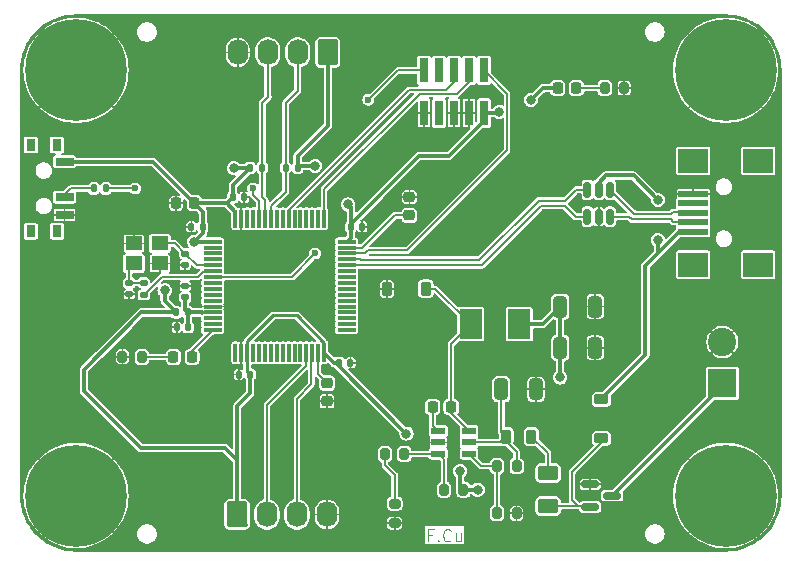
<source format=gbr>
%TF.GenerationSoftware,KiCad,Pcbnew,8.0.1*%
%TF.CreationDate,2024-04-03T13:36:13+02:00*%
%TF.ProjectId,stm32f405_v8,73746d33-3266-4343-9035-5f76382e6b69,rev?*%
%TF.SameCoordinates,Original*%
%TF.FileFunction,Copper,L1,Top*%
%TF.FilePolarity,Positive*%
%FSLAX46Y46*%
G04 Gerber Fmt 4.6, Leading zero omitted, Abs format (unit mm)*
G04 Created by KiCad (PCBNEW 8.0.1) date 2024-04-03 13:36:13*
%MOMM*%
%LPD*%
G01*
G04 APERTURE LIST*
G04 Aperture macros list*
%AMRoundRect*
0 Rectangle with rounded corners*
0 $1 Rounding radius*
0 $2 $3 $4 $5 $6 $7 $8 $9 X,Y pos of 4 corners*
0 Add a 4 corners polygon primitive as box body*
4,1,4,$2,$3,$4,$5,$6,$7,$8,$9,$2,$3,0*
0 Add four circle primitives for the rounded corners*
1,1,$1+$1,$2,$3*
1,1,$1+$1,$4,$5*
1,1,$1+$1,$6,$7*
1,1,$1+$1,$8,$9*
0 Add four rect primitives between the rounded corners*
20,1,$1+$1,$2,$3,$4,$5,0*
20,1,$1+$1,$4,$5,$6,$7,0*
20,1,$1+$1,$6,$7,$8,$9,0*
20,1,$1+$1,$8,$9,$2,$3,0*%
G04 Aperture macros list end*
%ADD10C,0.100000*%
%TA.AperFunction,NonConductor*%
%ADD11C,0.100000*%
%TD*%
%TA.AperFunction,ComponentPad*%
%ADD12RoundRect,0.250000X-0.620000X-0.845000X0.620000X-0.845000X0.620000X0.845000X-0.620000X0.845000X0*%
%TD*%
%TA.AperFunction,ComponentPad*%
%ADD13O,1.740000X2.190000*%
%TD*%
%TA.AperFunction,ComponentPad*%
%ADD14RoundRect,0.250000X0.620000X0.845000X-0.620000X0.845000X-0.620000X-0.845000X0.620000X-0.845000X0*%
%TD*%
%TA.AperFunction,SMDPad,CuDef*%
%ADD15RoundRect,0.225000X0.225000X0.375000X-0.225000X0.375000X-0.225000X-0.375000X0.225000X-0.375000X0*%
%TD*%
%TA.AperFunction,SMDPad,CuDef*%
%ADD16RoundRect,0.225000X0.375000X-0.225000X0.375000X0.225000X-0.375000X0.225000X-0.375000X-0.225000X0*%
%TD*%
%TA.AperFunction,ComponentPad*%
%ADD17C,0.900000*%
%TD*%
%TA.AperFunction,ComponentPad*%
%ADD18C,8.600000*%
%TD*%
%TA.AperFunction,SMDPad,CuDef*%
%ADD19RoundRect,0.075000X-0.700000X-0.075000X0.700000X-0.075000X0.700000X0.075000X-0.700000X0.075000X0*%
%TD*%
%TA.AperFunction,SMDPad,CuDef*%
%ADD20RoundRect,0.075000X-0.075000X-0.700000X0.075000X-0.700000X0.075000X0.700000X-0.075000X0.700000X0*%
%TD*%
%TA.AperFunction,SMDPad,CuDef*%
%ADD21RoundRect,0.150000X-0.587500X-0.150000X0.587500X-0.150000X0.587500X0.150000X-0.587500X0.150000X0*%
%TD*%
%TA.AperFunction,SMDPad,CuDef*%
%ADD22RoundRect,0.225000X-0.250000X0.225000X-0.250000X-0.225000X0.250000X-0.225000X0.250000X0.225000X0*%
%TD*%
%TA.AperFunction,SMDPad,CuDef*%
%ADD23RoundRect,0.135000X0.135000X0.185000X-0.135000X0.185000X-0.135000X-0.185000X0.135000X-0.185000X0*%
%TD*%
%TA.AperFunction,SMDPad,CuDef*%
%ADD24RoundRect,0.250000X-0.325000X-0.650000X0.325000X-0.650000X0.325000X0.650000X-0.325000X0.650000X0*%
%TD*%
%TA.AperFunction,SMDPad,CuDef*%
%ADD25RoundRect,0.140000X-0.170000X0.140000X-0.170000X-0.140000X0.170000X-0.140000X0.170000X0.140000X0*%
%TD*%
%TA.AperFunction,SMDPad,CuDef*%
%ADD26RoundRect,0.140000X0.170000X-0.140000X0.170000X0.140000X-0.170000X0.140000X-0.170000X-0.140000X0*%
%TD*%
%TA.AperFunction,ComponentPad*%
%ADD27R,2.400000X2.400000*%
%TD*%
%TA.AperFunction,ComponentPad*%
%ADD28C,2.400000*%
%TD*%
%TA.AperFunction,SMDPad,CuDef*%
%ADD29R,1.150000X0.600000*%
%TD*%
%TA.AperFunction,SMDPad,CuDef*%
%ADD30RoundRect,0.140000X0.140000X0.170000X-0.140000X0.170000X-0.140000X-0.170000X0.140000X-0.170000X0*%
%TD*%
%TA.AperFunction,SMDPad,CuDef*%
%ADD31RoundRect,0.200000X0.200000X0.275000X-0.200000X0.275000X-0.200000X-0.275000X0.200000X-0.275000X0*%
%TD*%
%TA.AperFunction,SMDPad,CuDef*%
%ADD32RoundRect,0.200000X-0.200000X-0.275000X0.200000X-0.275000X0.200000X0.275000X-0.200000X0.275000X0*%
%TD*%
%TA.AperFunction,SMDPad,CuDef*%
%ADD33RoundRect,0.218750X0.218750X0.256250X-0.218750X0.256250X-0.218750X-0.256250X0.218750X-0.256250X0*%
%TD*%
%TA.AperFunction,SMDPad,CuDef*%
%ADD34RoundRect,0.140000X-0.140000X-0.170000X0.140000X-0.170000X0.140000X0.170000X-0.140000X0.170000X0*%
%TD*%
%TA.AperFunction,SMDPad,CuDef*%
%ADD35RoundRect,0.135000X-0.135000X-0.185000X0.135000X-0.185000X0.135000X0.185000X-0.135000X0.185000X0*%
%TD*%
%TA.AperFunction,SMDPad,CuDef*%
%ADD36RoundRect,0.218750X-0.218750X-0.256250X0.218750X-0.256250X0.218750X0.256250X-0.218750X0.256250X0*%
%TD*%
%TA.AperFunction,SMDPad,CuDef*%
%ADD37RoundRect,0.150000X0.150000X-0.512500X0.150000X0.512500X-0.150000X0.512500X-0.150000X-0.512500X0*%
%TD*%
%TA.AperFunction,SMDPad,CuDef*%
%ADD38RoundRect,0.200000X-0.275000X0.200000X-0.275000X-0.200000X0.275000X-0.200000X0.275000X0.200000X0*%
%TD*%
%TA.AperFunction,SMDPad,CuDef*%
%ADD39RoundRect,0.225000X0.225000X0.250000X-0.225000X0.250000X-0.225000X-0.250000X0.225000X-0.250000X0*%
%TD*%
%TA.AperFunction,SMDPad,CuDef*%
%ADD40RoundRect,0.135000X0.185000X-0.135000X0.185000X0.135000X-0.185000X0.135000X-0.185000X-0.135000X0*%
%TD*%
%TA.AperFunction,SMDPad,CuDef*%
%ADD41R,2.500000X0.500000*%
%TD*%
%TA.AperFunction,SMDPad,CuDef*%
%ADD42R,2.500000X2.000000*%
%TD*%
%TA.AperFunction,SMDPad,CuDef*%
%ADD43RoundRect,0.147500X-0.147500X-0.172500X0.147500X-0.172500X0.147500X0.172500X-0.147500X0.172500X0*%
%TD*%
%TA.AperFunction,SMDPad,CuDef*%
%ADD44RoundRect,0.225000X0.250000X-0.225000X0.250000X0.225000X-0.250000X0.225000X-0.250000X-0.225000X0*%
%TD*%
%TA.AperFunction,SMDPad,CuDef*%
%ADD45R,0.750000X2.100000*%
%TD*%
%TA.AperFunction,SMDPad,CuDef*%
%ADD46R,1.400000X1.200000*%
%TD*%
%TA.AperFunction,SMDPad,CuDef*%
%ADD47RoundRect,0.218750X-0.218750X-0.381250X0.218750X-0.381250X0.218750X0.381250X-0.218750X0.381250X0*%
%TD*%
%TA.AperFunction,SMDPad,CuDef*%
%ADD48RoundRect,0.225000X-0.225000X-0.250000X0.225000X-0.250000X0.225000X0.250000X-0.225000X0.250000X0*%
%TD*%
%TA.AperFunction,SMDPad,CuDef*%
%ADD49R,0.800000X1.000000*%
%TD*%
%TA.AperFunction,SMDPad,CuDef*%
%ADD50R,1.500000X0.700000*%
%TD*%
%TA.AperFunction,SMDPad,CuDef*%
%ADD51RoundRect,0.250000X0.625000X-0.375000X0.625000X0.375000X-0.625000X0.375000X-0.625000X-0.375000X0*%
%TD*%
%TA.AperFunction,SMDPad,CuDef*%
%ADD52R,1.900000X2.500000*%
%TD*%
%TA.AperFunction,ViaPad*%
%ADD53C,0.600000*%
%TD*%
%TA.AperFunction,ViaPad*%
%ADD54C,0.800000*%
%TD*%
%TA.AperFunction,Conductor*%
%ADD55C,0.304800*%
%TD*%
%TA.AperFunction,Conductor*%
%ADD56C,0.152400*%
%TD*%
%TA.AperFunction,Conductor*%
%ADD57C,0.254000*%
%TD*%
%TA.AperFunction,Conductor*%
%ADD58C,0.200000*%
%TD*%
G04 APERTURE END LIST*
D10*
D11*
X110137217Y-119348609D02*
X109803884Y-119348609D01*
X109803884Y-119872419D02*
X109803884Y-118872419D01*
X109803884Y-118872419D02*
X110280074Y-118872419D01*
X110661027Y-119777180D02*
X110708646Y-119824800D01*
X110708646Y-119824800D02*
X110661027Y-119872419D01*
X110661027Y-119872419D02*
X110613408Y-119824800D01*
X110613408Y-119824800D02*
X110661027Y-119777180D01*
X110661027Y-119777180D02*
X110661027Y-119872419D01*
X111708645Y-119777180D02*
X111661026Y-119824800D01*
X111661026Y-119824800D02*
X111518169Y-119872419D01*
X111518169Y-119872419D02*
X111422931Y-119872419D01*
X111422931Y-119872419D02*
X111280074Y-119824800D01*
X111280074Y-119824800D02*
X111184836Y-119729561D01*
X111184836Y-119729561D02*
X111137217Y-119634323D01*
X111137217Y-119634323D02*
X111089598Y-119443847D01*
X111089598Y-119443847D02*
X111089598Y-119300990D01*
X111089598Y-119300990D02*
X111137217Y-119110514D01*
X111137217Y-119110514D02*
X111184836Y-119015276D01*
X111184836Y-119015276D02*
X111280074Y-118920038D01*
X111280074Y-118920038D02*
X111422931Y-118872419D01*
X111422931Y-118872419D02*
X111518169Y-118872419D01*
X111518169Y-118872419D02*
X111661026Y-118920038D01*
X111661026Y-118920038D02*
X111708645Y-118967657D01*
X112565788Y-119205752D02*
X112565788Y-119872419D01*
X112137217Y-119205752D02*
X112137217Y-119729561D01*
X112137217Y-119729561D02*
X112184836Y-119824800D01*
X112184836Y-119824800D02*
X112280074Y-119872419D01*
X112280074Y-119872419D02*
X112422931Y-119872419D01*
X112422931Y-119872419D02*
X112518169Y-119824800D01*
X112518169Y-119824800D02*
X112565788Y-119777180D01*
D12*
%TO.P,J4,1,Pin_1*%
%TO.N,+3.3V*%
X93620000Y-117600000D03*
D13*
%TO.P,J4,2,Pin_2*%
%TO.N,UART3_TX*%
X96160000Y-117600000D03*
%TO.P,J4,3,Pin_3*%
%TO.N,UART3_RX*%
X98700000Y-117600000D03*
%TO.P,J4,4,Pin_4*%
%TO.N,GND*%
X101240000Y-117600000D03*
%TD*%
D14*
%TO.P,J3,1,Pin_1*%
%TO.N,+3.3V*%
X101310000Y-78480000D03*
D13*
%TO.P,J3,2,Pin_2*%
%TO.N,I2C_SCL*%
X98770000Y-78480000D03*
%TO.P,J3,3,Pin_3*%
%TO.N,I2C_SDA*%
X96230000Y-78480000D03*
%TO.P,J3,4,Pin_4*%
%TO.N,GND*%
X93690000Y-78480000D03*
%TD*%
D15*
%TO.P,D2,1,K*%
%TO.N,BUCK_SW*%
X109625000Y-98500000D03*
%TO.P,D2,2,A*%
%TO.N,GND*%
X106325000Y-98500000D03*
%TD*%
D16*
%TO.P,D3,1,K*%
%TO.N,Net-(D3-K)*%
X124475000Y-111150000D03*
%TO.P,D3,2,A*%
%TO.N,+5V*%
X124475000Y-107850000D03*
%TD*%
D17*
%TO.P,H2,1,1*%
%TO.N,GND*%
X131775000Y-116000000D03*
X132719581Y-113719581D03*
X132719581Y-118280419D03*
X135000000Y-112775000D03*
D18*
X135000000Y-116000000D03*
D17*
X135000000Y-119225000D03*
X137280419Y-113719581D03*
X137280419Y-118280419D03*
X138225000Y-116000000D03*
%TD*%
D19*
%TO.P,U1,1,VBAT*%
%TO.N,+3.3V*%
X91575000Y-94500000D03*
%TO.P,U1,2,PC13*%
%TO.N,unconnected-(U1-PC13-Pad2)*%
X91575000Y-95000000D03*
%TO.P,U1,3,PC14*%
%TO.N,unconnected-(U1-PC14-Pad3)*%
X91575000Y-95500000D03*
%TO.P,U1,4,PC15*%
%TO.N,unconnected-(U1-PC15-Pad4)*%
X91575000Y-96000000D03*
%TO.P,U1,5,PH0*%
%TO.N,HSE_IN*%
X91575000Y-96500000D03*
%TO.P,U1,6,PH1*%
%TO.N,HSE_OUT*%
X91575000Y-97000000D03*
%TO.P,U1,7,NRST*%
%TO.N,NRST*%
X91575000Y-97500000D03*
%TO.P,U1,8,PC0*%
%TO.N,unconnected-(U1-PC0-Pad8)*%
X91575000Y-98000000D03*
%TO.P,U1,9,PC1*%
%TO.N,unconnected-(U1-PC1-Pad9)*%
X91575000Y-98500000D03*
%TO.P,U1,10,PC2*%
%TO.N,unconnected-(U1-PC2-Pad10)*%
X91575000Y-99000000D03*
%TO.P,U1,11,PC3*%
%TO.N,unconnected-(U1-PC3-Pad11)*%
X91575000Y-99500000D03*
%TO.P,U1,12,VSSA*%
%TO.N,GND*%
X91575000Y-100000000D03*
%TO.P,U1,13,VDDA*%
%TO.N,+3.3VA*%
X91575000Y-100500000D03*
%TO.P,U1,14,PA0*%
%TO.N,unconnected-(U1-PA0-Pad14)*%
X91575000Y-101000000D03*
%TO.P,U1,15,PA1*%
%TO.N,unconnected-(U1-PA1-Pad15)*%
X91575000Y-101500000D03*
%TO.P,U1,16,PA2*%
%TO.N,LED_STATUS*%
X91575000Y-102000000D03*
D20*
%TO.P,U1,17,PA3*%
%TO.N,unconnected-(U1-PA3-Pad17)*%
X93500000Y-103925000D03*
%TO.P,U1,18,VSS*%
%TO.N,GND*%
X94000000Y-103925000D03*
%TO.P,U1,19,VDD*%
%TO.N,+3.3V*%
X94500000Y-103925000D03*
%TO.P,U1,20,PA4*%
%TO.N,unconnected-(U1-PA4-Pad20)*%
X95000000Y-103925000D03*
%TO.P,U1,21,PA5*%
%TO.N,unconnected-(U1-PA5-Pad21)*%
X95500000Y-103925000D03*
%TO.P,U1,22,PA6*%
%TO.N,unconnected-(U1-PA6-Pad22)*%
X96000000Y-103925000D03*
%TO.P,U1,23,PA7*%
%TO.N,unconnected-(U1-PA7-Pad23)*%
X96500000Y-103925000D03*
%TO.P,U1,24,PC4*%
%TO.N,unconnected-(U1-PC4-Pad24)*%
X97000000Y-103925000D03*
%TO.P,U1,25,PC5*%
%TO.N,unconnected-(U1-PC5-Pad25)*%
X97500000Y-103925000D03*
%TO.P,U1,26,PB0*%
%TO.N,unconnected-(U1-PB0-Pad26)*%
X98000000Y-103925000D03*
%TO.P,U1,27,PB1*%
%TO.N,unconnected-(U1-PB1-Pad27)*%
X98500000Y-103925000D03*
%TO.P,U1,28,PB2*%
%TO.N,unconnected-(U1-PB2-Pad28)*%
X99000000Y-103925000D03*
%TO.P,U1,29,PB10*%
%TO.N,UART3_TX*%
X99500000Y-103925000D03*
%TO.P,U1,30,PB11*%
%TO.N,UART3_RX*%
X100000000Y-103925000D03*
%TO.P,U1,31,VCAP_1*%
%TO.N,Net-(U1-VCAP_1)*%
X100500000Y-103925000D03*
%TO.P,U1,32,VDD*%
%TO.N,+3.3V*%
X101000000Y-103925000D03*
D19*
%TO.P,U1,33,PB12*%
%TO.N,unconnected-(U1-PB12-Pad33)*%
X102925000Y-102000000D03*
%TO.P,U1,34,PB13*%
%TO.N,unconnected-(U1-PB13-Pad34)*%
X102925000Y-101500000D03*
%TO.P,U1,35,PB14*%
%TO.N,unconnected-(U1-PB14-Pad35)*%
X102925000Y-101000000D03*
%TO.P,U1,36,PB15*%
%TO.N,unconnected-(U1-PB15-Pad36)*%
X102925000Y-100500000D03*
%TO.P,U1,37,PC6*%
%TO.N,unconnected-(U1-PC6-Pad37)*%
X102925000Y-100000000D03*
%TO.P,U1,38,PC7*%
%TO.N,unconnected-(U1-PC7-Pad38)*%
X102925000Y-99500000D03*
%TO.P,U1,39,PC8*%
%TO.N,unconnected-(U1-PC8-Pad39)*%
X102925000Y-99000000D03*
%TO.P,U1,40,PC9*%
%TO.N,unconnected-(U1-PC9-Pad40)*%
X102925000Y-98500000D03*
%TO.P,U1,41,PA8*%
%TO.N,unconnected-(U1-PA8-Pad41)*%
X102925000Y-98000000D03*
%TO.P,U1,42,PA9*%
%TO.N,unconnected-(U1-PA9-Pad42)*%
X102925000Y-97500000D03*
%TO.P,U1,43,PA10*%
%TO.N,unconnected-(U1-PA10-Pad43)*%
X102925000Y-97000000D03*
%TO.P,U1,44,PA11*%
%TO.N,USB_D-*%
X102925000Y-96500000D03*
%TO.P,U1,45,PA12*%
%TO.N,USB_D+*%
X102925000Y-96000000D03*
%TO.P,U1,46,PA13*%
%TO.N,SWDIO*%
X102925000Y-95500000D03*
%TO.P,U1,47,VCAP_2*%
%TO.N,Net-(U1-VCAP_2)*%
X102925000Y-95000000D03*
%TO.P,U1,48,VDD*%
%TO.N,+3.3V*%
X102925000Y-94500000D03*
D20*
%TO.P,U1,49,PA14*%
%TO.N,SWCLK*%
X101000000Y-92575000D03*
%TO.P,U1,50,PA15*%
%TO.N,unconnected-(U1-PA15-Pad50)*%
X100500000Y-92575000D03*
%TO.P,U1,51,PC10*%
%TO.N,unconnected-(U1-PC10-Pad51)*%
X100000000Y-92575000D03*
%TO.P,U1,52,PC11*%
%TO.N,unconnected-(U1-PC11-Pad52)*%
X99500000Y-92575000D03*
%TO.P,U1,53,PC12*%
%TO.N,unconnected-(U1-PC12-Pad53)*%
X99000000Y-92575000D03*
%TO.P,U1,54,PD2*%
%TO.N,unconnected-(U1-PD2-Pad54)*%
X98500000Y-92575000D03*
%TO.P,U1,55,PB3*%
%TO.N,SWO*%
X98000000Y-92575000D03*
%TO.P,U1,56,PB4*%
%TO.N,unconnected-(U1-PB4-Pad56)*%
X97500000Y-92575000D03*
%TO.P,U1,57,PB5*%
%TO.N,unconnected-(U1-PB5-Pad57)*%
X97000000Y-92575000D03*
%TO.P,U1,58,PB6*%
%TO.N,I2C_SCL*%
X96500000Y-92575000D03*
%TO.P,U1,59,PB7*%
%TO.N,I2C_SDA*%
X96000000Y-92575000D03*
%TO.P,U1,60,BOOT0*%
%TO.N,BOOT0*%
X95500000Y-92575000D03*
%TO.P,U1,61,PB8*%
%TO.N,unconnected-(U1-PB8-Pad61)*%
X95000000Y-92575000D03*
%TO.P,U1,62,PB9*%
%TO.N,unconnected-(U1-PB9-Pad62)*%
X94500000Y-92575000D03*
%TO.P,U1,63,VSS*%
%TO.N,GND*%
X94000000Y-92575000D03*
%TO.P,U1,64,VDD*%
%TO.N,+3.3V*%
X93500000Y-92575000D03*
%TD*%
D21*
%TO.P,Q1,3,D*%
%TO.N,+12V*%
X125412500Y-116000000D03*
%TO.P,Q1,2,S*%
%TO.N,Net-(D3-K)*%
X123537500Y-116950000D03*
%TO.P,Q1,1,G*%
%TO.N,GND*%
X123537500Y-115050000D03*
%TD*%
D22*
%TO.P,C1,1*%
%TO.N,Net-(U1-VCAP_1)*%
X101250000Y-106475000D03*
%TO.P,C1,2*%
%TO.N,GND*%
X101250000Y-108025000D03*
%TD*%
D23*
%TO.P,R4,1*%
%TO.N,+3.3V*%
X98760000Y-88250000D03*
%TO.P,R4,2*%
%TO.N,I2C_SCL*%
X97740000Y-88250000D03*
%TD*%
D24*
%TO.P,C14,1*%
%TO.N,+3.3V*%
X121000000Y-100000000D03*
%TO.P,C14,2*%
%TO.N,GND*%
X123950000Y-100000000D03*
%TD*%
%TO.P,C12,1*%
%TO.N,BUCK_IN*%
X116000000Y-107000000D03*
%TO.P,C12,2*%
%TO.N,GND*%
X118950000Y-107000000D03*
%TD*%
D25*
%TO.P,C11,1*%
%TO.N,Net-(C11-Pad1)*%
X84500000Y-98000000D03*
%TO.P,C11,2*%
%TO.N,GND*%
X84500000Y-98960000D03*
%TD*%
D26*
%TO.P,C9,1*%
%TO.N,+3.3VA*%
X89250000Y-99225000D03*
%TO.P,C9,2*%
%TO.N,GND*%
X89250000Y-98265000D03*
%TD*%
D27*
%TO.P,J1,1,Pin_1*%
%TO.N,+12V*%
X134725000Y-106500000D03*
D28*
%TO.P,J1,2,Pin_2*%
%TO.N,GND*%
X134725000Y-103000000D03*
%TD*%
D29*
%TO.P,IC1,1,BST*%
%TO.N,BUCK_BST*%
X110675000Y-110550000D03*
%TO.P,IC1,2,GND*%
%TO.N,GND*%
X110675000Y-111500000D03*
%TO.P,IC1,3,FB*%
%TO.N,BUCK_FB*%
X110675000Y-112450000D03*
%TO.P,IC1,4,EN*%
%TO.N,BUCK_EN*%
X113275000Y-112450000D03*
%TO.P,IC1,5,IN*%
%TO.N,BUCK_IN*%
X113275000Y-111500000D03*
%TO.P,IC1,6,SW*%
%TO.N,BUCK_SW*%
X113275000Y-110550000D03*
%TD*%
D30*
%TO.P,C5,1*%
%TO.N,+3.3V*%
X94730000Y-105750000D03*
%TO.P,C5,2*%
%TO.N,GND*%
X93770000Y-105750000D03*
%TD*%
D23*
%TO.P,R1,1*%
%TO.N,BOOT0*%
X82510000Y-90000000D03*
%TO.P,R1,2*%
%TO.N,Net-(SW1-B)*%
X81490000Y-90000000D03*
%TD*%
D31*
%TO.P,R6,1*%
%TO.N,BUCK_IN*%
X117300000Y-113500000D03*
%TO.P,R6,2*%
%TO.N,BUCK_EN*%
X115650000Y-113500000D03*
%TD*%
D32*
%TO.P,R11,1*%
%TO.N,Net-(D4-K)*%
X124750000Y-81500000D03*
%TO.P,R11,2*%
%TO.N,GND*%
X126400000Y-81500000D03*
%TD*%
D17*
%TO.P,H1,1,1*%
%TO.N,GND*%
X131775000Y-80000000D03*
X132719581Y-77719581D03*
X132719581Y-82280419D03*
X135000000Y-76775000D03*
D18*
X135000000Y-80000000D03*
D17*
X135000000Y-83225000D03*
X137280419Y-77719581D03*
X137280419Y-82280419D03*
X138225000Y-80000000D03*
%TD*%
D25*
%TO.P,C10,1*%
%TO.N,HSE_IN*%
X89250000Y-95520000D03*
%TO.P,C10,2*%
%TO.N,GND*%
X89250000Y-96480000D03*
%TD*%
D33*
%TO.P,D4,1,K*%
%TO.N,Net-(D4-K)*%
X122350000Y-81500000D03*
%TO.P,D4,2,A*%
%TO.N,+3.3V*%
X120775000Y-81500000D03*
%TD*%
D34*
%TO.P,C7,1*%
%TO.N,+3.3V*%
X103270000Y-93250000D03*
%TO.P,C7,2*%
%TO.N,GND*%
X104230000Y-93250000D03*
%TD*%
D35*
%TO.P,R5,1*%
%TO.N,+3.3V*%
X94740000Y-88250000D03*
%TO.P,R5,2*%
%TO.N,I2C_SDA*%
X95760000Y-88250000D03*
%TD*%
D34*
%TO.P,C16,1*%
%TO.N,+3.3V*%
X93270000Y-90750000D03*
%TO.P,C16,2*%
%TO.N,GND*%
X94230000Y-90750000D03*
%TD*%
D17*
%TO.P,H4,1,1*%
%TO.N,GND*%
X76775000Y-80000000D03*
X77719581Y-77719581D03*
X77719581Y-82280419D03*
X80000000Y-76775000D03*
D18*
X80000000Y-80000000D03*
D17*
X80000000Y-83225000D03*
X82280419Y-77719581D03*
X82280419Y-82280419D03*
X83225000Y-80000000D03*
%TD*%
D31*
%TO.P,R3,1*%
%TO.N,Net-(D1-K)*%
X85575000Y-104250000D03*
%TO.P,R3,2*%
%TO.N,GND*%
X83925000Y-104250000D03*
%TD*%
D36*
%TO.P,D1,1,K*%
%TO.N,Net-(D1-K)*%
X88250000Y-104250000D03*
%TO.P,D1,2,A*%
%TO.N,LED_STATUS*%
X89825000Y-104250000D03*
%TD*%
D37*
%TO.P,U2,1,I/O1*%
%TO.N,USB_D-*%
X123300000Y-92387500D03*
%TO.P,U2,2,GND*%
%TO.N,GND*%
X124250000Y-92387500D03*
%TO.P,U2,3,I/O2*%
%TO.N,USB_CONN_D-*%
X125200000Y-92387500D03*
%TO.P,U2,4,I/O2*%
%TO.N,USB_CONN_D+*%
X125200000Y-90112500D03*
%TO.P,U2,5,VBUS*%
%TO.N,+5V*%
X124250000Y-90112500D03*
%TO.P,U2,6,I/O1*%
%TO.N,USB_D+*%
X123300000Y-90112500D03*
%TD*%
D38*
%TO.P,R10,1*%
%TO.N,Net-(R10-Pad1)*%
X106975000Y-116675000D03*
%TO.P,R10,2*%
%TO.N,GND*%
X106975000Y-118325000D03*
%TD*%
D39*
%TO.P,C3,1*%
%TO.N,+3.3V*%
X90025000Y-91250000D03*
%TO.P,C3,2*%
%TO.N,GND*%
X88475000Y-91250000D03*
%TD*%
D24*
%TO.P,C15,1*%
%TO.N,+3.3V*%
X121000000Y-103500000D03*
%TO.P,C15,2*%
%TO.N,GND*%
X123950000Y-103500000D03*
%TD*%
D32*
%TO.P,R7,1*%
%TO.N,BUCK_EN*%
X115650000Y-117500000D03*
%TO.P,R7,2*%
%TO.N,GND*%
X117300000Y-117500000D03*
%TD*%
D40*
%TO.P,R2,1*%
%TO.N,HSE_OUT*%
X85750000Y-99010000D03*
%TO.P,R2,2*%
%TO.N,Net-(C11-Pad1)*%
X85750000Y-97990000D03*
%TD*%
D41*
%TO.P,J5,1,VBUS*%
%TO.N,+5V*%
X132250000Y-93650000D03*
%TO.P,J5,2,D-*%
%TO.N,USB_CONN_D-*%
X132250000Y-92850000D03*
%TO.P,J5,3,D+*%
%TO.N,USB_CONN_D+*%
X132250000Y-92050000D03*
%TO.P,J5,4,ID*%
%TO.N,unconnected-(J5-ID-Pad4)*%
X132250000Y-91250000D03*
%TO.P,J5,5,GND*%
%TO.N,GND*%
X132250000Y-90450000D03*
D42*
%TO.P,J5,6,Shield*%
%TO.N,unconnected-(J5-Shield-Pad6)_0*%
X132250000Y-96450000D03*
%TO.N,unconnected-(J5-Shield-Pad6)*%
X137750000Y-96450000D03*
%TO.N,unconnected-(J5-Shield-Pad6)_1*%
X132250000Y-87650000D03*
%TO.N,unconnected-(J5-Shield-Pad6)_2*%
X137750000Y-87650000D03*
%TD*%
D30*
%TO.P,C8,1*%
%TO.N,+3.3VA*%
X89480000Y-101745000D03*
%TO.P,C8,2*%
%TO.N,GND*%
X88520000Y-101745000D03*
%TD*%
D43*
%TO.P,L1,1*%
%TO.N,+3.3V*%
X88500000Y-100495000D03*
%TO.P,L1,2*%
%TO.N,+3.3VA*%
X89470000Y-100495000D03*
%TD*%
D17*
%TO.P,H3,1,1*%
%TO.N,GND*%
X76775000Y-116000000D03*
X77719581Y-113719581D03*
X77719581Y-118280419D03*
X80000000Y-112775000D03*
D18*
X80000000Y-116000000D03*
D17*
X80000000Y-119225000D03*
X82280419Y-113719581D03*
X82280419Y-118280419D03*
X83225000Y-116000000D03*
%TD*%
D44*
%TO.P,C2,1*%
%TO.N,Net-(U1-VCAP_2)*%
X108225000Y-92275000D03*
%TO.P,C2,2*%
%TO.N,GND*%
X108225000Y-90725000D03*
%TD*%
D45*
%TO.P,J2,1,Pin_1*%
%TO.N,+3.3V*%
X114540000Y-83600000D03*
%TO.P,J2,2,Pin_2*%
%TO.N,SWDIO*%
X114540000Y-80000000D03*
%TO.P,J2,3,Pin_3*%
%TO.N,GND*%
X113270000Y-83600000D03*
%TO.P,J2,4,Pin_4*%
%TO.N,SWCLK*%
X113270000Y-80000000D03*
%TO.P,J2,5,Pin_5*%
%TO.N,GND*%
X112000000Y-83600000D03*
%TO.P,J2,6,Pin_6*%
%TO.N,SWO*%
X112000000Y-80000000D03*
%TO.P,J2,7,Pin_7*%
%TO.N,unconnected-(J2-Pin_7-Pad7)*%
X110730000Y-83600000D03*
%TO.P,J2,8,Pin_8*%
%TO.N,unconnected-(J2-Pin_8-Pad8)*%
X110730000Y-80000000D03*
%TO.P,J2,9,Pin_9*%
%TO.N,GND*%
X109460000Y-83600000D03*
%TO.P,J2,10,Pin_10*%
%TO.N,NRST*%
X109460000Y-80000000D03*
%TD*%
D30*
%TO.P,C4,1*%
%TO.N,+3.3V*%
X90730000Y-93250000D03*
%TO.P,C4,2*%
%TO.N,GND*%
X89770000Y-93250000D03*
%TD*%
D46*
%TO.P,Y1,1,1*%
%TO.N,HSE_IN*%
X87100000Y-94650000D03*
%TO.P,Y1,2,2*%
%TO.N,GND*%
X84900000Y-94650000D03*
%TO.P,Y1,3,3*%
%TO.N,Net-(C11-Pad1)*%
X84900000Y-96350000D03*
%TO.P,Y1,4,4*%
%TO.N,GND*%
X87100000Y-96350000D03*
%TD*%
D34*
%TO.P,C6,1*%
%TO.N,+3.3V*%
X102270000Y-104750000D03*
%TO.P,C6,2*%
%TO.N,GND*%
X103230000Y-104750000D03*
%TD*%
D47*
%TO.P,FB1,1*%
%TO.N,BUCK_IN*%
X116412500Y-111000000D03*
%TO.P,FB1,2*%
%TO.N,Net-(F1-Pad2)*%
X118537500Y-111000000D03*
%TD*%
D48*
%TO.P,C13,1*%
%TO.N,BUCK_BST*%
X110200000Y-108500000D03*
%TO.P,C13,2*%
%TO.N,BUCK_SW*%
X111750000Y-108500000D03*
%TD*%
D49*
%TO.P,SW1,*%
%TO.N,*%
X78380000Y-86325000D03*
X76170000Y-86325000D03*
X78380000Y-93625000D03*
X76170000Y-93625000D03*
D50*
%TO.P,SW1,1,A*%
%TO.N,+3.3V*%
X79030000Y-87725000D03*
%TO.P,SW1,2,B*%
%TO.N,Net-(SW1-B)*%
X79030000Y-90725000D03*
%TO.P,SW1,3,C*%
%TO.N,GND*%
X79030000Y-92225000D03*
%TD*%
D31*
%TO.P,R9,1*%
%TO.N,BUCK_FB*%
X107800000Y-112500000D03*
%TO.P,R9,2*%
%TO.N,Net-(R10-Pad1)*%
X106150000Y-112500000D03*
%TD*%
D51*
%TO.P,F1,1*%
%TO.N,Net-(D3-K)*%
X119975000Y-116900000D03*
%TO.P,F1,2*%
%TO.N,Net-(F1-Pad2)*%
X119975000Y-114100000D03*
%TD*%
D31*
%TO.P,R8,1*%
%TO.N,+3.3V*%
X112800000Y-115500000D03*
%TO.P,R8,2*%
%TO.N,BUCK_FB*%
X111150000Y-115500000D03*
%TD*%
D52*
%TO.P,L2,1*%
%TO.N,BUCK_SW*%
X113425000Y-101500000D03*
%TO.P,L2,2*%
%TO.N,+3.3V*%
X117525000Y-101500000D03*
%TD*%
D53*
%TO.N,GND*%
X97500000Y-102000000D03*
X96900000Y-83200000D03*
X100225000Y-90675000D03*
X96375000Y-106125000D03*
X109950000Y-89050000D03*
X98525000Y-106800000D03*
X99000000Y-83100000D03*
D54*
%TO.N,+3.3V*%
X121000000Y-106000000D03*
X107975000Y-110750000D03*
X100250000Y-88075000D03*
X112525000Y-113925000D03*
X114000000Y-115500000D03*
X103050000Y-91350000D03*
X87500000Y-98625000D03*
X115823800Y-83500000D03*
X90002400Y-94497600D03*
X93350000Y-88275000D03*
X118500000Y-82500000D03*
D53*
%TO.N,BOOT0*%
X95000000Y-90000000D03*
X85000000Y-90000000D03*
D54*
%TO.N,+5V*%
X129250000Y-94350000D03*
X129250000Y-90950000D03*
D53*
%TO.N,NRST*%
X104750000Y-82500000D03*
X100250000Y-95500000D03*
%TD*%
D55*
%TO.N,+3.3V*%
X87500000Y-99500000D02*
X87500000Y-98750000D01*
X88495000Y-100495000D02*
X87500000Y-99500000D01*
X88500000Y-100495000D02*
X88495000Y-100495000D01*
D56*
%TO.N,Net-(C11-Pad1)*%
X85740000Y-98000000D02*
X85750000Y-97990000D01*
X84500000Y-98000000D02*
X85740000Y-98000000D01*
X84500000Y-96750000D02*
X84500000Y-98000000D01*
X84900000Y-96350000D02*
X84500000Y-96750000D01*
%TO.N,HSE_OUT*%
X87260000Y-97500000D02*
X85750000Y-99010000D01*
X90300001Y-97500000D02*
X87260000Y-97500000D01*
X90800001Y-97000000D02*
X90300001Y-97500000D01*
X91575000Y-97000000D02*
X90800001Y-97000000D01*
%TO.N,HSE_IN*%
X90230000Y-96500000D02*
X91575000Y-96500000D01*
X89250000Y-95520000D02*
X90230000Y-96500000D01*
X87100000Y-94650000D02*
X88380000Y-94650000D01*
X88380000Y-94650000D02*
X89250000Y-95520000D01*
D55*
%TO.N,+3.3V*%
X92620000Y-112000000D02*
X93620000Y-113000000D01*
X85525000Y-112000000D02*
X92620000Y-112000000D01*
X80675000Y-105350000D02*
X80675000Y-107150000D01*
X80675000Y-107150000D02*
X85525000Y-112000000D01*
X85530000Y-100495000D02*
X80675000Y-105350000D01*
X88500000Y-100495000D02*
X85530000Y-100495000D01*
X93620000Y-113000000D02*
X93620000Y-117600000D01*
X93620000Y-110745000D02*
X93620000Y-113000000D01*
X93620000Y-108455000D02*
X93620000Y-110745000D01*
X94730000Y-107345000D02*
X93620000Y-108455000D01*
X94730000Y-107345000D02*
X94730000Y-105750000D01*
D57*
X96700000Y-100750000D02*
X94500000Y-102950000D01*
X98670592Y-100750000D02*
X96700000Y-100750000D01*
X101000000Y-103925000D02*
X101000000Y-103079408D01*
X101000000Y-103079408D02*
X98670592Y-100750000D01*
X94500000Y-102950000D02*
X94500000Y-103925000D01*
D55*
X102270000Y-105060000D02*
X107960001Y-110750000D01*
X107960001Y-110750000D02*
X107975000Y-110750000D01*
D58*
%TO.N,I2C_SDA*%
X96230000Y-82230000D02*
X96230000Y-78480000D01*
X95760000Y-82740000D02*
X96250000Y-82250000D01*
X96250000Y-82250000D02*
X96230000Y-82230000D01*
X95760000Y-88250000D02*
X95760000Y-82740000D01*
%TO.N,I2C_SCL*%
X98770000Y-81730000D02*
X98770000Y-78480000D01*
X97740000Y-82760000D02*
X98770000Y-81730000D01*
X97740000Y-88250000D02*
X97740000Y-82760000D01*
D55*
%TO.N,+3.3V*%
X101310000Y-84690000D02*
X101310000Y-78480000D01*
X98760000Y-87240000D02*
X101310000Y-84690000D01*
X98760000Y-88250000D02*
X98760000Y-87240000D01*
D56*
%TO.N,UART3_RX*%
X98700000Y-107800000D02*
X98700000Y-117600000D01*
X99926200Y-106573800D02*
X98700000Y-107800000D01*
%TO.N,UART3_TX*%
X99500000Y-105010130D02*
X96160000Y-108350130D01*
X96160000Y-108350130D02*
X96160000Y-117600000D01*
X99500000Y-103925000D02*
X99500000Y-105010130D01*
%TO.N,BUCK_IN*%
X116412500Y-111412500D02*
X117300000Y-112300000D01*
X116000000Y-107000000D02*
X116000000Y-110587500D01*
X116000000Y-110587500D02*
X116412500Y-111000000D01*
X116412500Y-111000000D02*
X116412500Y-111412500D01*
X117300000Y-112300000D02*
X117300000Y-113500000D01*
X115912500Y-111500000D02*
X113275000Y-111500000D01*
X116412500Y-111000000D02*
X115912500Y-111500000D01*
%TO.N,BUCK_EN*%
X115650000Y-117500000D02*
X115650000Y-113500000D01*
X114325000Y-113500000D02*
X113275000Y-112450000D01*
X115650000Y-113500000D02*
X114325000Y-113500000D01*
%TO.N,BUCK_BST*%
X110200000Y-110075000D02*
X110675000Y-110550000D01*
X110200000Y-108500000D02*
X110200000Y-110075000D01*
%TO.N,BUCK_FB*%
X111150000Y-115500000D02*
X111150000Y-112925000D01*
X107800000Y-112500000D02*
X110625000Y-112500000D01*
X110625000Y-112500000D02*
X110675000Y-112450000D01*
X111150000Y-112925000D02*
X110675000Y-112450000D01*
%TO.N,BUCK_SW*%
X109625000Y-98500000D02*
X110425000Y-98500000D01*
X111750000Y-109025000D02*
X113275000Y-110550000D01*
X111750000Y-108500000D02*
X111750000Y-109025000D01*
X110425000Y-98500000D02*
X113425000Y-101500000D01*
X111750000Y-108500000D02*
X111750000Y-103175000D01*
X111750000Y-103175000D02*
X113425000Y-101500000D01*
D55*
%TO.N,+12V*%
X125412500Y-116000000D02*
X134912500Y-106500000D01*
X134912500Y-106500000D02*
X135300000Y-106500000D01*
D56*
%TO.N,Net-(D4-K)*%
X124750000Y-81500000D02*
X122350000Y-81500000D01*
%TO.N,Net-(R10-Pad1)*%
X106975000Y-114225000D02*
X106150000Y-113400000D01*
X106975000Y-116675000D02*
X106975000Y-114225000D01*
X106150000Y-113400000D02*
X106150000Y-112500000D01*
D55*
%TO.N,+3.3V*%
X101827400Y-104750000D02*
X101002400Y-103925000D01*
X78805000Y-87750000D02*
X86525000Y-87750000D01*
X92770000Y-91250000D02*
X93497600Y-91977600D01*
X114540000Y-83600000D02*
X114540000Y-84275000D01*
X109000000Y-87250000D02*
X103270000Y-92980000D01*
X120775000Y-81500000D02*
X119500000Y-81500000D01*
X87500000Y-99375000D02*
X87500000Y-98625000D01*
X114540000Y-84275000D02*
X111565000Y-87250000D01*
X90025000Y-91250000D02*
X92770000Y-91250000D01*
X112525000Y-115225000D02*
X112800000Y-115500000D01*
X121000000Y-100000000D02*
X119500000Y-101500000D01*
X94375000Y-118450000D02*
X93425000Y-117500000D01*
X103270000Y-94152600D02*
X102925000Y-94497600D01*
X121000000Y-106000000D02*
X121000000Y-103500000D01*
X90730000Y-91955000D02*
X90730000Y-93250000D01*
X90730000Y-93770000D02*
X90730000Y-93250000D01*
X103270000Y-93250000D02*
X103270000Y-94152600D01*
X93270000Y-89720000D02*
X93270000Y-90750000D01*
D57*
X94500000Y-105520000D02*
X94730000Y-105750000D01*
D55*
X94715000Y-88275000D02*
X94740000Y-88250000D01*
X90002400Y-94497600D02*
X91575000Y-94497600D01*
X114540000Y-83600000D02*
X115723800Y-83600000D01*
X121000000Y-103500000D02*
X121000000Y-100000000D01*
X102270000Y-104750000D02*
X101827400Y-104750000D01*
X100250000Y-88075000D02*
X98935000Y-88075000D01*
X119500000Y-81500000D02*
X118500000Y-82500000D01*
X90002400Y-94497600D02*
X90730000Y-93770000D01*
X98935000Y-88075000D02*
X98760000Y-88250000D01*
X119500000Y-101500000D02*
X117525000Y-101500000D01*
X90025000Y-91250000D02*
X90730000Y-91955000D01*
X103270000Y-92980000D02*
X103270000Y-93250000D01*
X92770000Y-91250000D02*
X93270000Y-90750000D01*
X112525000Y-113925000D02*
X112525000Y-115225000D01*
X94740000Y-88250000D02*
X93270000Y-89720000D01*
X103270000Y-93250000D02*
X103270000Y-91570000D01*
X112800000Y-115500000D02*
X114000000Y-115500000D01*
X86525000Y-87750000D02*
X90025000Y-91250000D01*
D57*
X94500000Y-103925000D02*
X94500000Y-105520000D01*
D55*
X103270000Y-91570000D02*
X103050000Y-91350000D01*
X93350000Y-88275000D02*
X94715000Y-88275000D01*
X111565000Y-87250000D02*
X109000000Y-87250000D01*
X93497600Y-91977600D02*
X93497600Y-92575000D01*
X121000000Y-100000000D02*
X120775000Y-99775000D01*
X115723800Y-83600000D02*
X115823800Y-83500000D01*
D56*
%TO.N,Net-(D1-K)*%
X88250000Y-104250000D02*
X85575000Y-104250000D01*
D58*
%TO.N,I2C_SDA*%
X96000000Y-91000000D02*
X95760000Y-90760000D01*
X95760000Y-90760000D02*
X95760000Y-88250000D01*
X95760000Y-79240000D02*
X96500000Y-78500000D01*
X96000000Y-92575000D02*
X96000000Y-91000000D01*
%TO.N,I2C_SCL*%
X97740000Y-90260000D02*
X97740000Y-88250000D01*
X96500000Y-92575000D02*
X96500000Y-91500000D01*
X96500000Y-91500000D02*
X97740000Y-90260000D01*
D56*
%TO.N,Net-(SW1-B)*%
X81490000Y-90000000D02*
X79555000Y-90000000D01*
X79555000Y-90000000D02*
X78805000Y-90750000D01*
%TO.N,BOOT0*%
X95500000Y-92575000D02*
X95500000Y-91032028D01*
X95000000Y-90532028D02*
X95000000Y-90000000D01*
X95500000Y-91032028D02*
X95000000Y-90532028D01*
X82510000Y-90000000D02*
X85000000Y-90000000D01*
D58*
%TO.N,USB_CONN_D+*%
X127262500Y-92175000D02*
X125200000Y-90112500D01*
X130524999Y-92000000D02*
X130349999Y-92175000D01*
X130349999Y-92175000D02*
X127262500Y-92175000D01*
X132400000Y-92000000D02*
X130524999Y-92000000D01*
%TO.N,USB_D-*%
X104112501Y-96475000D02*
X114343200Y-96475000D01*
X102925000Y-96500000D02*
X104087501Y-96500000D01*
X104087501Y-96500000D02*
X104112501Y-96475000D01*
X122306249Y-92387500D02*
X123300000Y-92387500D01*
X121393749Y-91475000D02*
X122306249Y-92387500D01*
X114343200Y-96475000D02*
X119343200Y-91475000D01*
X119343200Y-91475000D02*
X121393749Y-91475000D01*
%TO.N,USB_CONN_D-*%
X132400000Y-92800000D02*
X130524999Y-92800000D01*
X127076103Y-92625000D02*
X126838603Y-92387500D01*
X130524999Y-92800000D02*
X130349999Y-92625000D01*
X126838603Y-92387500D02*
X125200000Y-92387500D01*
X130349999Y-92625000D02*
X127076103Y-92625000D01*
%TO.N,USB_D+*%
X121393749Y-91025000D02*
X122306249Y-90112500D01*
X102925000Y-96000000D02*
X104087501Y-96000000D01*
X104112501Y-96025000D02*
X114156800Y-96025000D01*
X122306249Y-90112500D02*
X123300000Y-90112500D01*
X114156800Y-96025000D02*
X119156800Y-91025000D01*
X119156800Y-91025000D02*
X121393749Y-91025000D01*
X104087501Y-96000000D02*
X104112501Y-96025000D01*
D55*
%TO.N,+5V*%
X131150000Y-93600000D02*
X132400000Y-93600000D01*
X124250000Y-89500000D02*
X124250000Y-90112500D01*
X129250000Y-90950000D02*
X127200000Y-88900000D01*
X124850000Y-88900000D02*
X124250000Y-89500000D01*
X129250000Y-95500000D02*
X129250000Y-94350000D01*
X124475000Y-107850000D02*
X128200000Y-104125000D01*
X128200000Y-96550000D02*
X129250000Y-95500000D01*
X128200000Y-104125000D02*
X128200000Y-96550000D01*
X127200000Y-88900000D02*
X124850000Y-88900000D01*
X129250000Y-95500000D02*
X131150000Y-93600000D01*
D56*
%TO.N,Net-(D3-K)*%
X122500000Y-116900000D02*
X123487500Y-116900000D01*
X124475000Y-111525000D02*
X122000000Y-114000000D01*
X122000000Y-114000000D02*
X122000000Y-116400000D01*
X119975000Y-116900000D02*
X122500000Y-116900000D01*
X124475000Y-111150000D02*
X124475000Y-111525000D01*
X122000000Y-116400000D02*
X122500000Y-116900000D01*
X123487500Y-116900000D02*
X123537500Y-116950000D01*
%TO.N,Net-(U1-VCAP_1)*%
X100500000Y-105725000D02*
X101250000Y-106475000D01*
X100500000Y-103925000D02*
X100500000Y-105725000D01*
D55*
%TO.N,+3.3VA*%
X89250000Y-100275000D02*
X89470000Y-100495000D01*
X90688486Y-100495000D02*
X90695886Y-100502400D01*
X89480000Y-101745000D02*
X89480000Y-100505000D01*
X89470000Y-100495000D02*
X90688486Y-100495000D01*
X89250000Y-99225000D02*
X89250000Y-100275000D01*
X89480000Y-100505000D02*
X89470000Y-100495000D01*
D56*
%TO.N,SWO*%
X112000000Y-81000000D02*
X112000000Y-80000000D01*
X111352400Y-81647600D02*
X112000000Y-81000000D01*
X98000000Y-92575000D02*
X98000000Y-91800001D01*
X98000000Y-91800001D02*
X108152401Y-81647600D01*
X108152401Y-81647600D02*
X111352400Y-81647600D01*
%TO.N,UART3_RX*%
X99926200Y-103998800D02*
X100000000Y-103925000D01*
X99926200Y-106573800D02*
X99926200Y-103998800D01*
%TO.N,SWDIO*%
X104750000Y-95250000D02*
X104500000Y-95500000D01*
X104500000Y-95500000D02*
X102925000Y-95500000D01*
X114540000Y-80000000D02*
X116500000Y-81960000D01*
X116500000Y-81960000D02*
X116500000Y-86750000D01*
X116500000Y-86750000D02*
X108000000Y-95250000D01*
X108000000Y-95250000D02*
X104750000Y-95250000D01*
%TO.N,SWCLK*%
X101000000Y-92575000D02*
X101000000Y-90082600D01*
X113270000Y-80980000D02*
X113270000Y-80000000D01*
X109082600Y-82000000D02*
X112250000Y-82000000D01*
X112250000Y-82000000D02*
X113270000Y-80980000D01*
X101000000Y-90082600D02*
X109082600Y-82000000D01*
%TO.N,LED_STATUS*%
X89825000Y-103750000D02*
X89825000Y-104250000D01*
X91575000Y-102000000D02*
X89825000Y-103750000D01*
%TO.N,Net-(U1-VCAP_2)*%
X102925000Y-95000000D02*
X104250000Y-95000000D01*
X106975000Y-92275000D02*
X108225000Y-92275000D01*
X104250000Y-95000000D02*
X106975000Y-92275000D01*
%TO.N,NRST*%
X107250000Y-80000000D02*
X104750000Y-82500000D01*
X98250000Y-97500000D02*
X100250000Y-95500000D01*
X109460000Y-80000000D02*
X107250000Y-80000000D01*
X91575000Y-97500000D02*
X98250000Y-97500000D01*
%TO.N,Net-(F1-Pad2)*%
X119975000Y-112437500D02*
X118537500Y-111000000D01*
X119975000Y-114100000D02*
X119975000Y-112437500D01*
%TD*%
%TA.AperFunction,Conductor*%
%TO.N,GND*%
G36*
X98552127Y-101095093D02*
G01*
X98556963Y-101099526D01*
X100315904Y-102858467D01*
X100337644Y-102905087D01*
X100324330Y-102954774D01*
X100304507Y-102974169D01*
X100291776Y-102982675D01*
X100241810Y-102994900D01*
X100208222Y-102982675D01*
X100205477Y-102980841D01*
X100182495Y-102965485D01*
X100182493Y-102965484D01*
X100182492Y-102965484D01*
X100102133Y-102949500D01*
X99897866Y-102949500D01*
X99897865Y-102949501D01*
X99817503Y-102965485D01*
X99791776Y-102982675D01*
X99741810Y-102994900D01*
X99708222Y-102982675D01*
X99705477Y-102980841D01*
X99682495Y-102965485D01*
X99682493Y-102965484D01*
X99682492Y-102965484D01*
X99602133Y-102949500D01*
X99397866Y-102949500D01*
X99397865Y-102949501D01*
X99317503Y-102965485D01*
X99291776Y-102982675D01*
X99241810Y-102994900D01*
X99208222Y-102982675D01*
X99205477Y-102980841D01*
X99182495Y-102965485D01*
X99182493Y-102965484D01*
X99182492Y-102965484D01*
X99102133Y-102949500D01*
X98897866Y-102949500D01*
X98897865Y-102949501D01*
X98817503Y-102965485D01*
X98791776Y-102982675D01*
X98741810Y-102994900D01*
X98708222Y-102982675D01*
X98705477Y-102980841D01*
X98682495Y-102965485D01*
X98682493Y-102965484D01*
X98682492Y-102965484D01*
X98602133Y-102949500D01*
X98397866Y-102949500D01*
X98397865Y-102949501D01*
X98317503Y-102965485D01*
X98291776Y-102982675D01*
X98241810Y-102994900D01*
X98208222Y-102982675D01*
X98205477Y-102980841D01*
X98182495Y-102965485D01*
X98182493Y-102965484D01*
X98182492Y-102965484D01*
X98102133Y-102949500D01*
X97897866Y-102949500D01*
X97897865Y-102949501D01*
X97817503Y-102965485D01*
X97791776Y-102982675D01*
X97741810Y-102994900D01*
X97708222Y-102982675D01*
X97705477Y-102980841D01*
X97682495Y-102965485D01*
X97682493Y-102965484D01*
X97682492Y-102965484D01*
X97602133Y-102949500D01*
X97397866Y-102949500D01*
X97397865Y-102949501D01*
X97317503Y-102965485D01*
X97291776Y-102982675D01*
X97241810Y-102994900D01*
X97208222Y-102982675D01*
X97205477Y-102980841D01*
X97182495Y-102965485D01*
X97182493Y-102965484D01*
X97182492Y-102965484D01*
X97102133Y-102949500D01*
X96897866Y-102949500D01*
X96897865Y-102949501D01*
X96817503Y-102965485D01*
X96791776Y-102982675D01*
X96741810Y-102994900D01*
X96708222Y-102982675D01*
X96705477Y-102980841D01*
X96682495Y-102965485D01*
X96682493Y-102965484D01*
X96682492Y-102965484D01*
X96602133Y-102949500D01*
X96397866Y-102949500D01*
X96397865Y-102949501D01*
X96317503Y-102965485D01*
X96291776Y-102982675D01*
X96241810Y-102994900D01*
X96208222Y-102982675D01*
X96205477Y-102980841D01*
X96182495Y-102965485D01*
X96182493Y-102965484D01*
X96182492Y-102965484D01*
X96102133Y-102949500D01*
X95897866Y-102949500D01*
X95897865Y-102949501D01*
X95817503Y-102965485D01*
X95791776Y-102982675D01*
X95741810Y-102994900D01*
X95708222Y-102982675D01*
X95705477Y-102980841D01*
X95682495Y-102965485D01*
X95682493Y-102965484D01*
X95682492Y-102965484D01*
X95602133Y-102949500D01*
X95397866Y-102949500D01*
X95397865Y-102949501D01*
X95317503Y-102965485D01*
X95291776Y-102982675D01*
X95241810Y-102994900D01*
X95208222Y-102982675D01*
X95205477Y-102980841D01*
X95182495Y-102965485D01*
X95182493Y-102965484D01*
X95124613Y-102953971D01*
X95080637Y-102927285D01*
X95064103Y-102878575D01*
X95082747Y-102830632D01*
X95086095Y-102827058D01*
X96813629Y-101099526D01*
X96860249Y-101077786D01*
X96866803Y-101077500D01*
X98503789Y-101077500D01*
X98552127Y-101095093D01*
G37*
%TD.AperFunction*%
%TA.AperFunction,Conductor*%
G36*
X115447853Y-83968440D02*
G01*
X115520959Y-84024536D01*
X115667038Y-84085044D01*
X115823800Y-84105682D01*
X115980562Y-84085044D01*
X116119323Y-84027566D01*
X116170713Y-84025323D01*
X116211523Y-84056638D01*
X116223300Y-84097043D01*
X116223300Y-86604239D01*
X116205707Y-86652577D01*
X116201274Y-86657413D01*
X107907413Y-94951274D01*
X107860793Y-94973014D01*
X107854239Y-94973300D01*
X104849560Y-94973300D01*
X104801222Y-94955707D01*
X104775502Y-94911158D01*
X104784435Y-94860500D01*
X104796386Y-94844926D01*
X105876357Y-93764956D01*
X107067587Y-92573726D01*
X107114207Y-92551986D01*
X107120761Y-92551700D01*
X107488158Y-92551700D01*
X107536496Y-92569293D01*
X107562216Y-92613842D01*
X107562432Y-92615137D01*
X107565280Y-92633123D01*
X107565282Y-92633129D01*
X107626473Y-92753222D01*
X107721777Y-92848526D01*
X107721779Y-92848527D01*
X107721780Y-92848528D01*
X107841872Y-92909718D01*
X107841874Y-92909719D01*
X107941512Y-92925500D01*
X107941516Y-92925500D01*
X108508484Y-92925500D01*
X108508488Y-92925500D01*
X108608126Y-92909719D01*
X108728220Y-92848528D01*
X108823528Y-92753220D01*
X108884719Y-92633126D01*
X108900500Y-92533488D01*
X108900500Y-92016512D01*
X108884719Y-91916874D01*
X108823528Y-91796780D01*
X108823527Y-91796779D01*
X108823526Y-91796777D01*
X108728222Y-91701473D01*
X108608126Y-91640281D01*
X108608128Y-91640281D01*
X108508490Y-91624500D01*
X108508488Y-91624500D01*
X107941512Y-91624500D01*
X107941509Y-91624500D01*
X107841872Y-91640281D01*
X107721777Y-91701473D01*
X107626473Y-91796777D01*
X107565282Y-91916870D01*
X107565280Y-91916876D01*
X107562432Y-91934863D01*
X107537494Y-91979854D01*
X107489471Y-91998289D01*
X107488158Y-91998300D01*
X107011428Y-91998300D01*
X106938572Y-91998300D01*
X106912816Y-92005200D01*
X106868199Y-92017155D01*
X106868197Y-92017155D01*
X106868197Y-92017156D01*
X106854857Y-92024858D01*
X106805100Y-92053586D01*
X104157413Y-94701274D01*
X104110793Y-94723014D01*
X104104239Y-94723300D01*
X103968030Y-94723300D01*
X103919692Y-94705707D01*
X103893972Y-94661158D01*
X103894275Y-94633429D01*
X103895147Y-94629039D01*
X103900500Y-94602133D01*
X103900499Y-94397868D01*
X103884515Y-94317505D01*
X103884514Y-94317503D01*
X103823624Y-94226375D01*
X103732498Y-94165486D01*
X103732492Y-94165484D01*
X103683429Y-94155725D01*
X103639452Y-94129039D01*
X103622900Y-94081970D01*
X103622900Y-93719788D01*
X103640493Y-93671450D01*
X103644915Y-93666624D01*
X103693224Y-93618316D01*
X103707800Y-93587056D01*
X103744174Y-93550683D01*
X103795418Y-93546199D01*
X103837555Y-93575704D01*
X103844346Y-93587750D01*
X103844594Y-93588111D01*
X103921888Y-93665405D01*
X103921891Y-93665407D01*
X104021896Y-93709564D01*
X104046342Y-93712399D01*
X104153800Y-93712399D01*
X104153800Y-93326200D01*
X104306200Y-93326200D01*
X104306200Y-93712399D01*
X104413651Y-93712399D01*
X104438108Y-93709563D01*
X104538104Y-93665410D01*
X104538111Y-93665405D01*
X104615405Y-93588111D01*
X104615407Y-93588108D01*
X104659564Y-93488103D01*
X104662400Y-93463657D01*
X104662400Y-93326200D01*
X104306200Y-93326200D01*
X104153800Y-93326200D01*
X104153800Y-92787600D01*
X104306200Y-92787600D01*
X104306200Y-93173800D01*
X104662399Y-93173800D01*
X104662399Y-93036349D01*
X104659563Y-93011891D01*
X104615410Y-92911895D01*
X104615405Y-92911888D01*
X104538111Y-92834594D01*
X104538108Y-92834592D01*
X104438103Y-92790435D01*
X104413657Y-92787600D01*
X104306200Y-92787600D01*
X104153800Y-92787600D01*
X104143022Y-92787600D01*
X104094684Y-92770007D01*
X104068964Y-92725458D01*
X104077897Y-92674800D01*
X104089844Y-92659230D01*
X105947875Y-90801200D01*
X107597601Y-90801200D01*
X107597601Y-90985815D01*
X107608287Y-91059173D01*
X107608288Y-91059175D01*
X107663608Y-91172332D01*
X107752667Y-91261391D01*
X107865825Y-91316712D01*
X107939180Y-91327399D01*
X108148800Y-91327399D01*
X108148800Y-90801200D01*
X108301200Y-90801200D01*
X108301200Y-91327399D01*
X108510811Y-91327399D01*
X108510815Y-91327398D01*
X108584173Y-91316712D01*
X108584175Y-91316711D01*
X108697332Y-91261391D01*
X108786391Y-91172332D01*
X108841712Y-91059174D01*
X108852399Y-90985825D01*
X108852400Y-90985813D01*
X108852400Y-90801200D01*
X108301200Y-90801200D01*
X108148800Y-90801200D01*
X107597601Y-90801200D01*
X105947875Y-90801200D01*
X106100275Y-90648800D01*
X107597600Y-90648800D01*
X108148800Y-90648800D01*
X108148800Y-90122600D01*
X108301200Y-90122600D01*
X108301200Y-90648800D01*
X108852399Y-90648800D01*
X108852399Y-90464189D01*
X108852398Y-90464184D01*
X108841712Y-90390826D01*
X108841711Y-90390824D01*
X108786391Y-90277667D01*
X108697332Y-90188608D01*
X108584174Y-90133287D01*
X108510825Y-90122600D01*
X108301200Y-90122600D01*
X108148800Y-90122600D01*
X107939189Y-90122600D01*
X107939184Y-90122601D01*
X107865826Y-90133287D01*
X107865824Y-90133288D01*
X107752667Y-90188608D01*
X107663608Y-90277667D01*
X107608287Y-90390825D01*
X107597600Y-90464174D01*
X107597600Y-90648800D01*
X106100275Y-90648800D01*
X109124150Y-87624926D01*
X109170770Y-87603186D01*
X109177324Y-87602900D01*
X111611458Y-87602900D01*
X111611460Y-87602900D01*
X111701214Y-87578850D01*
X111781686Y-87532390D01*
X114441550Y-84872526D01*
X114488170Y-84850786D01*
X114494724Y-84850500D01*
X114934749Y-84850500D01*
X114954242Y-84846622D01*
X114993231Y-84838867D01*
X115059552Y-84794552D01*
X115103867Y-84728231D01*
X115115500Y-84669748D01*
X115115500Y-84028100D01*
X115133093Y-83979762D01*
X115177642Y-83954042D01*
X115190700Y-83952900D01*
X115402074Y-83952900D01*
X115447853Y-83968440D01*
G37*
%TD.AperFunction*%
%TA.AperFunction,Conductor*%
G36*
X108633777Y-81941893D02*
G01*
X108659497Y-81986442D01*
X108650564Y-82037100D01*
X108638613Y-82052674D01*
X100778586Y-89912700D01*
X100742155Y-89975799D01*
X100736606Y-89996511D01*
X100723300Y-90046173D01*
X100723300Y-91531970D01*
X100705707Y-91580308D01*
X100661158Y-91606028D01*
X100633429Y-91605725D01*
X100602133Y-91599500D01*
X100397866Y-91599500D01*
X100397865Y-91599501D01*
X100317503Y-91615485D01*
X100291776Y-91632675D01*
X100241810Y-91644900D01*
X100208222Y-91632675D01*
X100204373Y-91630103D01*
X100182495Y-91615485D01*
X100182493Y-91615484D01*
X100182492Y-91615484D01*
X100102133Y-91599500D01*
X99897866Y-91599500D01*
X99897865Y-91599501D01*
X99817503Y-91615485D01*
X99791776Y-91632675D01*
X99741810Y-91644900D01*
X99708222Y-91632675D01*
X99704373Y-91630103D01*
X99682495Y-91615485D01*
X99682493Y-91615484D01*
X99682492Y-91615484D01*
X99602133Y-91599500D01*
X99397866Y-91599500D01*
X99397865Y-91599501D01*
X99317503Y-91615485D01*
X99291776Y-91632675D01*
X99241810Y-91644900D01*
X99208222Y-91632675D01*
X99204373Y-91630103D01*
X99182495Y-91615485D01*
X99182493Y-91615484D01*
X99182492Y-91615484D01*
X99102133Y-91599500D01*
X98897866Y-91599500D01*
X98897865Y-91599501D01*
X98817503Y-91615485D01*
X98791776Y-91632675D01*
X98741810Y-91644900D01*
X98708223Y-91632676D01*
X98708222Y-91632675D01*
X98694741Y-91623667D01*
X98664324Y-91582188D01*
X98667686Y-91530858D01*
X98683342Y-91507970D01*
X108244988Y-81946326D01*
X108291608Y-81924586D01*
X108298162Y-81924300D01*
X108585439Y-81924300D01*
X108633777Y-81941893D01*
G37*
%TD.AperFunction*%
%TA.AperFunction,Conductor*%
G36*
X135001649Y-75254572D02*
G01*
X135410316Y-75272414D01*
X135416836Y-75272984D01*
X135820819Y-75326170D01*
X135827245Y-75327304D01*
X136225026Y-75415489D01*
X136231346Y-75417183D01*
X136619926Y-75539703D01*
X136626091Y-75541946D01*
X136746819Y-75591952D01*
X137002520Y-75697867D01*
X137008444Y-75700630D01*
X137369841Y-75888762D01*
X137375506Y-75892032D01*
X137475596Y-75955796D01*
X137719138Y-76110950D01*
X137724512Y-76114713D01*
X138047747Y-76362740D01*
X138052772Y-76366957D01*
X138222635Y-76522608D01*
X138353160Y-76642212D01*
X138357793Y-76646845D01*
X138633042Y-76947227D01*
X138637259Y-76952252D01*
X138885286Y-77275487D01*
X138889049Y-77280861D01*
X139052659Y-77537677D01*
X139094437Y-77603255D01*
X139107962Y-77624484D01*
X139111242Y-77630166D01*
X139299364Y-77991545D01*
X139302137Y-77997490D01*
X139458053Y-78373908D01*
X139460296Y-78380073D01*
X139582816Y-78768653D01*
X139584513Y-78774989D01*
X139610625Y-78892770D01*
X139672692Y-79172737D01*
X139673832Y-79179197D01*
X139727014Y-79583155D01*
X139727585Y-79589691D01*
X139745428Y-79998350D01*
X139745500Y-80001630D01*
X139745500Y-115998369D01*
X139745428Y-116001649D01*
X139727585Y-116410308D01*
X139727014Y-116416844D01*
X139673832Y-116820802D01*
X139672692Y-116827262D01*
X139584514Y-117225009D01*
X139582816Y-117231346D01*
X139460296Y-117619926D01*
X139458053Y-117626091D01*
X139302137Y-118002509D01*
X139299364Y-118008454D01*
X139111242Y-118369833D01*
X139107962Y-118375515D01*
X138889049Y-118719138D01*
X138885286Y-118724512D01*
X138637259Y-119047747D01*
X138633042Y-119052772D01*
X138357793Y-119353154D01*
X138353154Y-119357793D01*
X138052772Y-119633042D01*
X138047747Y-119637259D01*
X137724512Y-119885286D01*
X137719138Y-119889049D01*
X137375515Y-120107962D01*
X137369833Y-120111242D01*
X137008454Y-120299364D01*
X137002509Y-120302137D01*
X136626091Y-120458053D01*
X136619926Y-120460296D01*
X136231346Y-120582816D01*
X136225009Y-120584514D01*
X135827262Y-120672692D01*
X135820802Y-120673832D01*
X135416844Y-120727014D01*
X135410308Y-120727585D01*
X135001649Y-120745428D01*
X134998369Y-120745500D01*
X80001631Y-120745500D01*
X79998351Y-120745428D01*
X79589691Y-120727585D01*
X79583155Y-120727014D01*
X79179197Y-120673832D01*
X79172737Y-120672692D01*
X78774990Y-120584514D01*
X78768653Y-120582816D01*
X78380073Y-120460296D01*
X78373908Y-120458053D01*
X77997490Y-120302137D01*
X77991545Y-120299364D01*
X77630166Y-120111242D01*
X77624484Y-120107962D01*
X77581377Y-120080500D01*
X77475507Y-120013053D01*
X77280861Y-119889049D01*
X77275487Y-119885286D01*
X76952252Y-119637259D01*
X76947227Y-119633042D01*
X76649209Y-119359959D01*
X76646839Y-119357787D01*
X76642212Y-119353160D01*
X76446924Y-119140041D01*
X76366957Y-119052772D01*
X76362740Y-119047747D01*
X76114713Y-118724512D01*
X76110950Y-118719138D01*
X76071051Y-118656509D01*
X75892032Y-118375506D01*
X75888762Y-118369841D01*
X75700630Y-118008444D01*
X75697867Y-118002520D01*
X75563361Y-117677792D01*
X75541946Y-117626091D01*
X75539703Y-117619926D01*
X75417183Y-117231346D01*
X75415489Y-117225026D01*
X75327304Y-116827245D01*
X75326170Y-116820819D01*
X75272984Y-116416836D01*
X75272414Y-116410308D01*
X75269894Y-116352600D01*
X75254572Y-116001649D01*
X75254536Y-116000000D01*
X75542551Y-116000000D01*
X75562734Y-116423697D01*
X75623103Y-116843578D01*
X75623103Y-116843580D01*
X75723109Y-117255811D01*
X75861847Y-117656668D01*
X76038051Y-118042502D01*
X76038063Y-118042525D01*
X76250154Y-118409877D01*
X76250155Y-118409878D01*
X76496205Y-118755408D01*
X76496214Y-118755420D01*
X76773989Y-119075989D01*
X76773997Y-119075997D01*
X76795620Y-119096614D01*
X76795622Y-119096614D01*
X78425838Y-117466397D01*
X78533601Y-117574160D01*
X76905948Y-119201812D01*
X77080997Y-119368719D01*
X77081000Y-119368722D01*
X77414419Y-119630925D01*
X77414434Y-119630936D01*
X77771276Y-119860264D01*
X78148294Y-120054631D01*
X78148316Y-120054641D01*
X78542109Y-120212292D01*
X78949114Y-120331800D01*
X79365637Y-120412078D01*
X79365640Y-120412079D01*
X79787895Y-120452399D01*
X79787899Y-120452400D01*
X80212101Y-120452400D01*
X80212104Y-120452399D01*
X80634359Y-120412079D01*
X80634362Y-120412078D01*
X81050885Y-120331800D01*
X81457890Y-120212292D01*
X81851685Y-120054640D01*
X81851694Y-120054636D01*
X82228724Y-119860264D01*
X82585565Y-119630936D01*
X82585580Y-119630925D01*
X82918999Y-119368722D01*
X82919001Y-119368720D01*
X83043512Y-119250000D01*
X85164925Y-119250000D01*
X85183173Y-119423622D01*
X85183173Y-119423623D01*
X85237118Y-119589651D01*
X85237121Y-119589658D01*
X85324409Y-119740845D01*
X85441227Y-119870583D01*
X85441232Y-119870587D01*
X85582458Y-119973194D01*
X85582461Y-119973195D01*
X85582462Y-119973196D01*
X85741948Y-120044204D01*
X85912711Y-120080500D01*
X85912713Y-120080500D01*
X86087287Y-120080500D01*
X86087289Y-120080500D01*
X86258052Y-120044204D01*
X86417538Y-119973196D01*
X86558774Y-119870582D01*
X86675590Y-119740845D01*
X86688393Y-119718669D01*
X86762878Y-119589658D01*
X86762881Y-119589651D01*
X86782774Y-119528427D01*
X86816827Y-119423622D01*
X86835075Y-119250000D01*
X86816827Y-119076378D01*
X86782774Y-118971573D01*
X86762881Y-118910348D01*
X86762878Y-118910341D01*
X86675590Y-118759154D01*
X86558772Y-118629416D01*
X86558767Y-118629412D01*
X86417541Y-118526805D01*
X86258053Y-118455796D01*
X86201131Y-118443697D01*
X86087289Y-118419500D01*
X85912711Y-118419500D01*
X85827329Y-118437648D01*
X85741946Y-118455796D01*
X85582459Y-118526805D01*
X85441232Y-118629412D01*
X85441227Y-118629416D01*
X85324409Y-118759154D01*
X85237121Y-118910341D01*
X85237118Y-118910348D01*
X85183173Y-119076376D01*
X85183173Y-119076377D01*
X85164925Y-119249999D01*
X85164925Y-119250000D01*
X83043512Y-119250000D01*
X83094050Y-119201812D01*
X81466398Y-117574160D01*
X81574160Y-117466398D01*
X83204376Y-119096614D01*
X83204377Y-119096614D01*
X83226011Y-119075988D01*
X83503785Y-118755420D01*
X83503794Y-118755408D01*
X83749844Y-118409878D01*
X83749845Y-118409877D01*
X83961936Y-118042525D01*
X83961948Y-118042502D01*
X84138152Y-117656668D01*
X84276890Y-117255811D01*
X84376896Y-116843580D01*
X84376896Y-116843578D01*
X84437265Y-116423697D01*
X84457448Y-116000000D01*
X84437265Y-115576302D01*
X84376896Y-115156421D01*
X84376896Y-115156419D01*
X84276890Y-114744188D01*
X84138152Y-114343331D01*
X83961948Y-113957497D01*
X83961936Y-113957474D01*
X83749845Y-113590122D01*
X83749844Y-113590121D01*
X83503794Y-113244591D01*
X83503785Y-113244579D01*
X83226010Y-112924010D01*
X83226002Y-112924002D01*
X83204378Y-112903384D01*
X83204376Y-112903384D01*
X81574159Y-114533600D01*
X81466398Y-114425839D01*
X83094050Y-112798186D01*
X82919002Y-112631280D01*
X82918999Y-112631277D01*
X82585580Y-112369074D01*
X82585565Y-112369063D01*
X82228724Y-112139735D01*
X81851694Y-111945363D01*
X81851685Y-111945359D01*
X81457890Y-111787707D01*
X81050885Y-111668199D01*
X80634362Y-111587921D01*
X80634359Y-111587920D01*
X80212104Y-111547600D01*
X79787895Y-111547600D01*
X79365640Y-111587920D01*
X79365637Y-111587921D01*
X78949114Y-111668199D01*
X78542109Y-111787707D01*
X78148316Y-111945358D01*
X78148294Y-111945368D01*
X77771276Y-112139735D01*
X77414434Y-112369063D01*
X77414419Y-112369074D01*
X77081000Y-112631277D01*
X77080997Y-112631280D01*
X76905948Y-112798186D01*
X78533601Y-114425839D01*
X78425839Y-114533601D01*
X76795622Y-112903384D01*
X76795621Y-112903384D01*
X76773993Y-112924006D01*
X76496214Y-113244579D01*
X76496205Y-113244591D01*
X76250155Y-113590121D01*
X76250154Y-113590122D01*
X76038063Y-113957474D01*
X76038051Y-113957497D01*
X75861847Y-114343331D01*
X75723109Y-114744188D01*
X75623103Y-115156419D01*
X75623103Y-115156421D01*
X75562734Y-115576302D01*
X75542551Y-116000000D01*
X75254536Y-116000000D01*
X75254500Y-115998369D01*
X75254500Y-99036200D01*
X84037601Y-99036200D01*
X84037601Y-99143650D01*
X84040436Y-99168108D01*
X84084589Y-99268104D01*
X84084594Y-99268111D01*
X84161888Y-99345405D01*
X84161891Y-99345407D01*
X84261896Y-99389564D01*
X84286342Y-99392399D01*
X84423800Y-99392399D01*
X84423800Y-99036200D01*
X84576200Y-99036200D01*
X84576200Y-99392399D01*
X84713651Y-99392399D01*
X84738108Y-99389563D01*
X84838104Y-99345410D01*
X84838111Y-99345405D01*
X84915405Y-99268111D01*
X84915407Y-99268108D01*
X84959564Y-99168103D01*
X84962400Y-99143657D01*
X84962400Y-99036200D01*
X84576200Y-99036200D01*
X84423800Y-99036200D01*
X84037601Y-99036200D01*
X75254500Y-99036200D01*
X75254500Y-94573800D01*
X84047600Y-94573800D01*
X84823800Y-94573800D01*
X84823800Y-93897600D01*
X84976200Y-93897600D01*
X84976200Y-94573800D01*
X85752400Y-94573800D01*
X85752400Y-94034987D01*
X85743558Y-93990537D01*
X85743557Y-93990535D01*
X85709873Y-93940126D01*
X85659464Y-93906442D01*
X85659462Y-93906441D01*
X85615013Y-93897600D01*
X84976200Y-93897600D01*
X84823800Y-93897600D01*
X84184987Y-93897600D01*
X84140537Y-93906441D01*
X84140535Y-93906442D01*
X84090126Y-93940126D01*
X84056442Y-93990535D01*
X84056441Y-93990537D01*
X84047600Y-94034987D01*
X84047600Y-94573800D01*
X75254500Y-94573800D01*
X75254500Y-94144748D01*
X75569500Y-94144748D01*
X75581132Y-94203229D01*
X75581133Y-94203231D01*
X75625448Y-94269552D01*
X75691769Y-94313867D01*
X75717539Y-94318993D01*
X75750251Y-94325500D01*
X75750252Y-94325500D01*
X76589749Y-94325500D01*
X76609242Y-94321622D01*
X76648231Y-94313867D01*
X76714552Y-94269552D01*
X76758867Y-94203231D01*
X76770500Y-94144748D01*
X77779500Y-94144748D01*
X77791132Y-94203229D01*
X77791133Y-94203231D01*
X77835448Y-94269552D01*
X77901769Y-94313867D01*
X77927539Y-94318993D01*
X77960251Y-94325500D01*
X77960252Y-94325500D01*
X78799749Y-94325500D01*
X78819242Y-94321622D01*
X78858231Y-94313867D01*
X78924552Y-94269552D01*
X78968867Y-94203231D01*
X78980500Y-94144748D01*
X78980500Y-93326200D01*
X89337601Y-93326200D01*
X89337601Y-93463650D01*
X89340436Y-93488108D01*
X89384589Y-93588104D01*
X89384594Y-93588111D01*
X89461888Y-93665405D01*
X89461891Y-93665407D01*
X89561896Y-93709564D01*
X89586342Y-93712399D01*
X89693800Y-93712399D01*
X89693800Y-93326200D01*
X89337601Y-93326200D01*
X78980500Y-93326200D01*
X78980500Y-93173800D01*
X89337600Y-93173800D01*
X89693800Y-93173800D01*
X89693800Y-92787600D01*
X89586349Y-92787600D01*
X89561891Y-92790436D01*
X89461895Y-92834589D01*
X89461888Y-92834594D01*
X89384594Y-92911888D01*
X89384592Y-92911891D01*
X89340435Y-93011896D01*
X89337600Y-93036342D01*
X89337600Y-93173800D01*
X78980500Y-93173800D01*
X78980500Y-93105252D01*
X78979736Y-93101413D01*
X78968867Y-93046770D01*
X78968866Y-93046768D01*
X78964651Y-93040460D01*
X78924552Y-92980448D01*
X78858231Y-92936133D01*
X78858229Y-92936132D01*
X78799749Y-92924500D01*
X78799748Y-92924500D01*
X77960252Y-92924500D01*
X77960251Y-92924500D01*
X77901770Y-92936132D01*
X77901768Y-92936133D01*
X77835448Y-92980448D01*
X77791133Y-93046768D01*
X77791132Y-93046770D01*
X77779500Y-93105251D01*
X77779500Y-94144748D01*
X76770500Y-94144748D01*
X76770500Y-93105252D01*
X76769736Y-93101413D01*
X76758867Y-93046770D01*
X76758866Y-93046768D01*
X76754651Y-93040460D01*
X76714552Y-92980448D01*
X76648231Y-92936133D01*
X76648229Y-92936132D01*
X76589749Y-92924500D01*
X76589748Y-92924500D01*
X75750252Y-92924500D01*
X75750251Y-92924500D01*
X75691770Y-92936132D01*
X75691768Y-92936133D01*
X75625448Y-92980448D01*
X75581133Y-93046768D01*
X75581132Y-93046770D01*
X75569500Y-93105251D01*
X75569500Y-94144748D01*
X75254500Y-94144748D01*
X75254500Y-92301200D01*
X78127600Y-92301200D01*
X78127600Y-92590012D01*
X78136441Y-92634462D01*
X78136442Y-92634464D01*
X78170126Y-92684873D01*
X78220535Y-92718557D01*
X78220537Y-92718558D01*
X78264987Y-92727400D01*
X78953800Y-92727400D01*
X78953800Y-92301200D01*
X79106200Y-92301200D01*
X79106200Y-92727400D01*
X79795013Y-92727400D01*
X79839462Y-92718558D01*
X79839464Y-92718557D01*
X79889873Y-92684873D01*
X79923557Y-92634464D01*
X79923558Y-92634462D01*
X79932400Y-92590012D01*
X79932400Y-92301200D01*
X79106200Y-92301200D01*
X78953800Y-92301200D01*
X78127600Y-92301200D01*
X75254500Y-92301200D01*
X75254500Y-91543994D01*
X76569500Y-91543994D01*
X76596420Y-91679329D01*
X76596421Y-91679331D01*
X76638224Y-91780252D01*
X76649225Y-91806811D01*
X76725886Y-91921542D01*
X76725888Y-91921544D01*
X76725890Y-91921547D01*
X76823452Y-92019109D01*
X76823455Y-92019111D01*
X76823458Y-92019114D01*
X76938189Y-92095775D01*
X77065672Y-92148580D01*
X77147165Y-92164790D01*
X77201005Y-92175500D01*
X77201007Y-92175500D01*
X77338995Y-92175500D01*
X77383901Y-92166566D01*
X77473222Y-92148800D01*
X78127600Y-92148800D01*
X78953800Y-92148800D01*
X78953800Y-91722600D01*
X79106200Y-91722600D01*
X79106200Y-92148800D01*
X79932400Y-92148800D01*
X79932400Y-91859987D01*
X79923558Y-91815537D01*
X79923557Y-91815535D01*
X79889873Y-91765126D01*
X79839464Y-91731442D01*
X79839462Y-91731441D01*
X79795013Y-91722600D01*
X79106200Y-91722600D01*
X78953800Y-91722600D01*
X78264987Y-91722600D01*
X78220537Y-91731441D01*
X78220535Y-91731442D01*
X78170126Y-91765126D01*
X78136442Y-91815535D01*
X78136441Y-91815537D01*
X78127600Y-91859987D01*
X78127600Y-92148800D01*
X77473222Y-92148800D01*
X77474328Y-92148580D01*
X77601811Y-92095775D01*
X77716542Y-92019114D01*
X77814114Y-91921542D01*
X77890775Y-91806811D01*
X77943580Y-91679328D01*
X77970500Y-91543993D01*
X77970500Y-91406007D01*
X77954625Y-91326200D01*
X87872601Y-91326200D01*
X87872601Y-91535815D01*
X87883287Y-91609173D01*
X87883288Y-91609175D01*
X87938608Y-91722332D01*
X88027667Y-91811391D01*
X88140825Y-91866712D01*
X88214180Y-91877399D01*
X88398800Y-91877399D01*
X88398800Y-91326200D01*
X88551200Y-91326200D01*
X88551200Y-91877399D01*
X88735811Y-91877399D01*
X88735815Y-91877398D01*
X88809173Y-91866712D01*
X88809175Y-91866711D01*
X88922332Y-91811391D01*
X89011391Y-91722332D01*
X89066712Y-91609174D01*
X89077399Y-91535825D01*
X89077400Y-91535813D01*
X89077400Y-91326200D01*
X88551200Y-91326200D01*
X88398800Y-91326200D01*
X87872601Y-91326200D01*
X77954625Y-91326200D01*
X77943580Y-91270672D01*
X77890775Y-91143189D01*
X77858408Y-91094748D01*
X78079500Y-91094748D01*
X78091132Y-91153229D01*
X78091133Y-91153231D01*
X78135448Y-91219552D01*
X78201769Y-91263867D01*
X78231010Y-91269683D01*
X78260251Y-91275500D01*
X78260252Y-91275500D01*
X79799749Y-91275500D01*
X79824040Y-91270668D01*
X79858231Y-91263867D01*
X79924552Y-91219552D01*
X79955123Y-91173800D01*
X87872600Y-91173800D01*
X88398800Y-91173800D01*
X88398800Y-90622600D01*
X88214189Y-90622600D01*
X88214184Y-90622601D01*
X88140826Y-90633287D01*
X88140824Y-90633288D01*
X88027667Y-90688608D01*
X87938608Y-90777667D01*
X87883287Y-90890825D01*
X87872600Y-90964174D01*
X87872600Y-91173800D01*
X79955123Y-91173800D01*
X79968867Y-91153231D01*
X79980500Y-91094748D01*
X79980500Y-90355252D01*
X79980500Y-90355251D01*
X79980500Y-90351900D01*
X79998093Y-90303562D01*
X80042642Y-90277842D01*
X80055700Y-90276700D01*
X80979669Y-90276700D01*
X81028007Y-90294293D01*
X81047823Y-90320119D01*
X81075932Y-90380400D01*
X81075938Y-90380408D01*
X81159591Y-90464061D01*
X81159599Y-90464067D01*
X81266822Y-90514066D01*
X81266824Y-90514066D01*
X81266827Y-90514068D01*
X81315684Y-90520500D01*
X81315686Y-90520500D01*
X81664314Y-90520500D01*
X81664316Y-90520500D01*
X81713173Y-90514068D01*
X81768647Y-90488200D01*
X81820400Y-90464067D01*
X81820400Y-90464066D01*
X81820404Y-90464065D01*
X81904065Y-90380404D01*
X81917367Y-90351879D01*
X81931846Y-90320829D01*
X81968219Y-90284456D01*
X82019463Y-90279972D01*
X82061600Y-90309477D01*
X82068154Y-90320829D01*
X82095932Y-90380400D01*
X82095938Y-90380408D01*
X82179591Y-90464061D01*
X82179599Y-90464067D01*
X82286822Y-90514066D01*
X82286824Y-90514066D01*
X82286827Y-90514068D01*
X82335684Y-90520500D01*
X82335686Y-90520500D01*
X82684314Y-90520500D01*
X82684316Y-90520500D01*
X82733173Y-90514068D01*
X82788647Y-90488200D01*
X82840400Y-90464067D01*
X82840400Y-90464066D01*
X82840404Y-90464065D01*
X82924065Y-90380404D01*
X82926124Y-90375989D01*
X82952177Y-90320119D01*
X82988550Y-90283746D01*
X83020331Y-90276700D01*
X84543163Y-90276700D01*
X84591501Y-90294293D01*
X84599995Y-90302655D01*
X84668869Y-90382140D01*
X84668872Y-90382143D01*
X84789947Y-90459953D01*
X84928039Y-90500500D01*
X84928042Y-90500500D01*
X85071958Y-90500500D01*
X85071961Y-90500500D01*
X85210053Y-90459953D01*
X85331128Y-90382143D01*
X85425377Y-90273373D01*
X85485165Y-90142457D01*
X85505647Y-90000000D01*
X85485165Y-89857543D01*
X85463844Y-89810858D01*
X85425377Y-89726627D01*
X85425375Y-89726624D01*
X85332635Y-89619596D01*
X85331128Y-89617857D01*
X85331127Y-89617856D01*
X85331125Y-89617855D01*
X85210051Y-89540046D01*
X85210052Y-89540046D01*
X85071963Y-89499500D01*
X85071961Y-89499500D01*
X84928039Y-89499500D01*
X84928036Y-89499500D01*
X84789948Y-89540046D01*
X84668874Y-89617855D01*
X84668869Y-89617859D01*
X84599995Y-89697345D01*
X84555045Y-89722355D01*
X84543163Y-89723300D01*
X83020331Y-89723300D01*
X82971993Y-89705707D01*
X82952177Y-89679881D01*
X82924067Y-89619599D01*
X82924061Y-89619591D01*
X82840408Y-89535938D01*
X82840400Y-89535932D01*
X82733177Y-89485933D01*
X82733171Y-89485931D01*
X82697178Y-89481193D01*
X82684316Y-89479500D01*
X82335684Y-89479500D01*
X82324318Y-89480996D01*
X82286828Y-89485931D01*
X82286822Y-89485933D01*
X82179599Y-89535932D01*
X82179591Y-89535938D01*
X82095938Y-89619591D01*
X82095932Y-89619599D01*
X82068154Y-89679170D01*
X82031780Y-89715544D01*
X81980536Y-89720026D01*
X81938399Y-89690521D01*
X81931846Y-89679170D01*
X81904067Y-89619599D01*
X81904061Y-89619591D01*
X81820408Y-89535938D01*
X81820400Y-89535932D01*
X81713177Y-89485933D01*
X81713171Y-89485931D01*
X81677178Y-89481193D01*
X81664316Y-89479500D01*
X81315684Y-89479500D01*
X81304318Y-89480996D01*
X81266828Y-89485931D01*
X81266822Y-89485933D01*
X81159599Y-89535932D01*
X81159591Y-89535938D01*
X81075938Y-89619591D01*
X81075932Y-89619599D01*
X81047823Y-89679881D01*
X81011450Y-89716254D01*
X80979669Y-89723300D01*
X79591428Y-89723300D01*
X79518572Y-89723300D01*
X79492816Y-89730200D01*
X79448199Y-89742155D01*
X79385100Y-89778586D01*
X79011213Y-90152474D01*
X78964593Y-90174214D01*
X78958039Y-90174500D01*
X78260251Y-90174500D01*
X78201770Y-90186132D01*
X78201768Y-90186133D01*
X78135448Y-90230448D01*
X78091133Y-90296768D01*
X78091132Y-90296770D01*
X78079500Y-90355251D01*
X78079500Y-91094748D01*
X77858408Y-91094748D01*
X77814114Y-91028458D01*
X77814111Y-91028455D01*
X77814109Y-91028452D01*
X77716547Y-90930890D01*
X77716544Y-90930888D01*
X77716542Y-90930886D01*
X77601811Y-90854225D01*
X77601809Y-90854224D01*
X77474331Y-90801421D01*
X77474329Y-90801420D01*
X77338995Y-90774500D01*
X77338993Y-90774500D01*
X77201007Y-90774500D01*
X77201005Y-90774500D01*
X77065670Y-90801420D01*
X77065668Y-90801421D01*
X76938190Y-90854224D01*
X76823455Y-90930888D01*
X76823452Y-90930890D01*
X76725890Y-91028452D01*
X76725888Y-91028455D01*
X76649224Y-91143190D01*
X76596421Y-91270668D01*
X76596420Y-91270670D01*
X76569500Y-91406005D01*
X76569500Y-91543994D01*
X75254500Y-91543994D01*
X75254500Y-88543994D01*
X76569500Y-88543994D01*
X76596420Y-88679329D01*
X76596421Y-88679331D01*
X76649224Y-88806809D01*
X76649225Y-88806811D01*
X76725886Y-88921542D01*
X76725888Y-88921544D01*
X76725890Y-88921547D01*
X76823452Y-89019109D01*
X76823455Y-89019111D01*
X76823458Y-89019114D01*
X76938189Y-89095775D01*
X77065672Y-89148580D01*
X77147165Y-89164790D01*
X77201005Y-89175500D01*
X77201007Y-89175500D01*
X77338995Y-89175500D01*
X77383901Y-89166566D01*
X77474328Y-89148580D01*
X77601811Y-89095775D01*
X77716542Y-89019114D01*
X77814114Y-88921542D01*
X77890775Y-88806811D01*
X77943580Y-88679328D01*
X77970500Y-88543993D01*
X77970500Y-88406007D01*
X77964897Y-88377841D01*
X77944540Y-88275500D01*
X77943580Y-88270672D01*
X77890775Y-88143189D01*
X77814114Y-88028458D01*
X77814111Y-88028455D01*
X77814109Y-88028452D01*
X77716547Y-87930890D01*
X77716544Y-87930888D01*
X77716542Y-87930886D01*
X77601811Y-87854225D01*
X77601809Y-87854224D01*
X77474331Y-87801421D01*
X77474329Y-87801420D01*
X77338995Y-87774500D01*
X77338993Y-87774500D01*
X77201007Y-87774500D01*
X77201005Y-87774500D01*
X77065670Y-87801420D01*
X77065668Y-87801421D01*
X76938190Y-87854224D01*
X76823455Y-87930888D01*
X76823452Y-87930890D01*
X76725890Y-88028452D01*
X76725888Y-88028455D01*
X76649224Y-88143190D01*
X76596421Y-88270668D01*
X76596420Y-88270670D01*
X76569500Y-88406005D01*
X76569500Y-88543994D01*
X75254500Y-88543994D01*
X75254500Y-86844748D01*
X75569500Y-86844748D01*
X75581132Y-86903229D01*
X75581133Y-86903231D01*
X75625448Y-86969552D01*
X75691769Y-87013867D01*
X75721010Y-87019683D01*
X75750251Y-87025500D01*
X75750252Y-87025500D01*
X76589749Y-87025500D01*
X76609242Y-87021622D01*
X76648231Y-87013867D01*
X76714552Y-86969552D01*
X76758867Y-86903231D01*
X76770500Y-86844748D01*
X77779500Y-86844748D01*
X77791132Y-86903229D01*
X77791133Y-86903231D01*
X77835448Y-86969552D01*
X77901769Y-87013867D01*
X77931010Y-87019683D01*
X77960251Y-87025500D01*
X78245807Y-87025500D01*
X78294145Y-87043093D01*
X78319865Y-87087642D01*
X78310932Y-87138300D01*
X78271527Y-87171365D01*
X78260478Y-87174455D01*
X78201770Y-87186132D01*
X78201768Y-87186133D01*
X78135448Y-87230448D01*
X78091133Y-87296768D01*
X78091132Y-87296770D01*
X78079500Y-87355251D01*
X78079500Y-88094748D01*
X78091132Y-88153229D01*
X78091133Y-88153231D01*
X78135448Y-88219552D01*
X78201769Y-88263867D01*
X78231010Y-88269683D01*
X78260251Y-88275500D01*
X78260252Y-88275500D01*
X79799749Y-88275500D01*
X79824040Y-88270668D01*
X79858231Y-88263867D01*
X79924552Y-88219552D01*
X79968867Y-88153231D01*
X79968867Y-88153227D01*
X79970487Y-88149320D01*
X80005240Y-88111396D01*
X80039962Y-88102900D01*
X86347676Y-88102900D01*
X86396014Y-88120493D01*
X86400850Y-88124926D01*
X88770150Y-90494226D01*
X88791890Y-90540846D01*
X88778576Y-90590533D01*
X88736439Y-90620038D01*
X88716976Y-90622600D01*
X88551200Y-90622600D01*
X88551200Y-91173800D01*
X89077399Y-91173800D01*
X89077399Y-90983023D01*
X89094992Y-90934685D01*
X89139541Y-90908965D01*
X89190199Y-90917898D01*
X89205773Y-90929849D01*
X89352474Y-91076550D01*
X89374214Y-91123170D01*
X89374500Y-91129724D01*
X89374500Y-91533490D01*
X89390281Y-91633127D01*
X89451473Y-91753222D01*
X89546777Y-91848526D01*
X89546779Y-91848527D01*
X89546780Y-91848528D01*
X89666872Y-91909718D01*
X89666874Y-91909719D01*
X89766512Y-91925500D01*
X90170277Y-91925500D01*
X90218615Y-91943093D01*
X90223451Y-91947526D01*
X90355074Y-92079149D01*
X90376814Y-92125769D01*
X90377100Y-92132323D01*
X90377100Y-92780211D01*
X90359507Y-92828549D01*
X90355074Y-92833385D01*
X90306779Y-92881679D01*
X90306776Y-92881684D01*
X90292198Y-92912945D01*
X90255823Y-92949317D01*
X90204579Y-92953799D01*
X90162443Y-92924293D01*
X90155654Y-92912252D01*
X90155405Y-92911888D01*
X90078111Y-92834594D01*
X90078108Y-92834592D01*
X89978103Y-92790435D01*
X89953657Y-92787600D01*
X89846200Y-92787600D01*
X89846200Y-93712399D01*
X89953651Y-93712399D01*
X89978108Y-93709563D01*
X90078104Y-93665410D01*
X90078111Y-93665405D01*
X90155405Y-93588111D01*
X90159347Y-93582358D01*
X90160411Y-93583087D01*
X90190861Y-93551353D01*
X90242002Y-93545812D01*
X90284740Y-93574439D01*
X90292199Y-93587055D01*
X90308638Y-93622309D01*
X90313121Y-93673554D01*
X90293657Y-93707264D01*
X90122825Y-93878096D01*
X90076205Y-93899836D01*
X90059836Y-93899479D01*
X90002400Y-93891918D01*
X89845636Y-93912556D01*
X89699560Y-93973063D01*
X89699557Y-93973065D01*
X89574117Y-94069317D01*
X89477865Y-94194757D01*
X89477863Y-94194760D01*
X89417356Y-94340836D01*
X89396718Y-94497600D01*
X89417356Y-94654363D01*
X89460362Y-94758188D01*
X89477864Y-94800441D01*
X89511998Y-94844926D01*
X89573411Y-94924961D01*
X89588879Y-94974020D01*
X89569194Y-95021545D01*
X89523566Y-95045297D01*
X89503936Y-95045297D01*
X89484371Y-95042721D01*
X89459901Y-95039500D01*
X89459899Y-95039500D01*
X89191961Y-95039500D01*
X89143623Y-95021907D01*
X89138787Y-95017474D01*
X88549899Y-94428586D01*
X88549898Y-94428585D01*
X88486803Y-94392156D01*
X88486800Y-94392155D01*
X88486801Y-94392155D01*
X88442183Y-94380200D01*
X88416428Y-94373300D01*
X88416427Y-94373300D01*
X88075700Y-94373300D01*
X88027362Y-94355707D01*
X88001642Y-94311158D01*
X88000500Y-94298100D01*
X88000500Y-94030251D01*
X87989125Y-93973065D01*
X87988867Y-93971769D01*
X87944552Y-93905448D01*
X87878231Y-93861133D01*
X87878229Y-93861132D01*
X87819749Y-93849500D01*
X87819748Y-93849500D01*
X86380252Y-93849500D01*
X86380251Y-93849500D01*
X86321770Y-93861132D01*
X86321768Y-93861133D01*
X86255448Y-93905448D01*
X86211133Y-93971768D01*
X86211132Y-93971770D01*
X86199500Y-94030251D01*
X86199500Y-95269748D01*
X86211132Y-95328229D01*
X86211133Y-95328231D01*
X86255448Y-95394552D01*
X86321769Y-95438867D01*
X86358340Y-95446141D01*
X86381588Y-95450766D01*
X86425565Y-95477452D01*
X86442099Y-95526162D01*
X86423455Y-95574104D01*
X86381588Y-95598276D01*
X86340538Y-95606441D01*
X86340535Y-95606442D01*
X86290126Y-95640126D01*
X86256442Y-95690535D01*
X86256441Y-95690537D01*
X86247600Y-95734987D01*
X86247600Y-96273800D01*
X87952400Y-96273800D01*
X87952400Y-95734987D01*
X87943558Y-95690537D01*
X87943557Y-95690535D01*
X87909873Y-95640126D01*
X87859464Y-95606442D01*
X87859462Y-95606441D01*
X87818411Y-95598276D01*
X87774435Y-95571590D01*
X87757900Y-95522880D01*
X87776544Y-95474938D01*
X87818411Y-95450766D01*
X87819748Y-95450500D01*
X87878231Y-95438867D01*
X87944552Y-95394552D01*
X87988867Y-95328231D01*
X88000500Y-95269748D01*
X88000500Y-95001900D01*
X88018093Y-94953562D01*
X88062642Y-94927842D01*
X88075700Y-94926700D01*
X88234239Y-94926700D01*
X88282577Y-94944293D01*
X88287413Y-94948726D01*
X88717474Y-95378787D01*
X88739214Y-95425407D01*
X88739500Y-95431961D01*
X88739500Y-95699898D01*
X88746028Y-95749488D01*
X88796773Y-95858312D01*
X88796779Y-95858320D01*
X88881679Y-95943220D01*
X88881687Y-95943226D01*
X88912943Y-95957801D01*
X88949316Y-95994174D01*
X88953800Y-96045418D01*
X88924295Y-96087555D01*
X88912247Y-96094348D01*
X88911888Y-96094594D01*
X88834594Y-96171888D01*
X88834592Y-96171891D01*
X88790435Y-96271896D01*
X88787600Y-96296342D01*
X88787600Y-96403800D01*
X89251000Y-96403800D01*
X89299338Y-96421393D01*
X89325058Y-96465942D01*
X89326200Y-96479000D01*
X89326200Y-96912399D01*
X89463651Y-96912399D01*
X89488108Y-96909563D01*
X89588104Y-96865410D01*
X89588111Y-96865405D01*
X89665405Y-96788111D01*
X89665407Y-96788108D01*
X89709564Y-96688103D01*
X89712399Y-96663657D01*
X89712399Y-96555261D01*
X89729992Y-96506923D01*
X89774540Y-96481203D01*
X89825198Y-96490135D01*
X89840773Y-96502086D01*
X90008585Y-96669898D01*
X90060102Y-96721415D01*
X90123198Y-96757844D01*
X90193572Y-96776700D01*
X90266428Y-96776700D01*
X90450439Y-96776700D01*
X90498777Y-96794293D01*
X90524497Y-96838842D01*
X90515564Y-96889500D01*
X90503614Y-96905074D01*
X90207413Y-97201274D01*
X90160794Y-97223014D01*
X90154240Y-97223300D01*
X87913192Y-97223300D01*
X87864854Y-97205707D01*
X87839134Y-97161158D01*
X87848067Y-97110500D01*
X87871412Y-97085574D01*
X87909873Y-97059873D01*
X87943557Y-97009464D01*
X87943558Y-97009462D01*
X87952400Y-96965012D01*
X87952400Y-96556200D01*
X88787601Y-96556200D01*
X88787601Y-96663650D01*
X88790436Y-96688108D01*
X88834589Y-96788104D01*
X88834594Y-96788111D01*
X88911888Y-96865405D01*
X88911891Y-96865407D01*
X89011896Y-96909564D01*
X89036342Y-96912399D01*
X89173800Y-96912399D01*
X89173800Y-96556200D01*
X88787601Y-96556200D01*
X87952400Y-96556200D01*
X87952400Y-96426200D01*
X87176200Y-96426200D01*
X87176200Y-97102401D01*
X87189459Y-97115660D01*
X87211199Y-97162280D01*
X87197885Y-97211967D01*
X87157690Y-97240115D01*
X87157754Y-97240269D01*
X87157062Y-97240555D01*
X87155758Y-97241469D01*
X87153204Y-97242153D01*
X87153196Y-97242156D01*
X87126026Y-97257843D01*
X87126026Y-97257844D01*
X87090102Y-97278585D01*
X87090097Y-97278588D01*
X86398874Y-97969812D01*
X86352254Y-97991552D01*
X86302567Y-97978238D01*
X86273062Y-97936101D01*
X86270500Y-97916638D01*
X86270500Y-97815685D01*
X86267353Y-97791776D01*
X86264068Y-97766827D01*
X86264066Y-97766822D01*
X86214067Y-97659599D01*
X86214061Y-97659591D01*
X86130408Y-97575938D01*
X86130400Y-97575932D01*
X86023177Y-97525933D01*
X86023171Y-97525931D01*
X85987178Y-97521193D01*
X85974316Y-97519500D01*
X85525684Y-97519500D01*
X85514318Y-97520996D01*
X85476828Y-97525931D01*
X85476822Y-97525933D01*
X85369599Y-97575932D01*
X85369591Y-97575938D01*
X85285938Y-97659591D01*
X85285933Y-97659597D01*
X85276475Y-97679882D01*
X85240101Y-97716255D01*
X85208321Y-97723300D01*
X85029864Y-97723300D01*
X84981526Y-97705707D01*
X84961710Y-97679881D01*
X84953226Y-97661687D01*
X84953223Y-97661683D01*
X84930406Y-97638866D01*
X84868316Y-97576776D01*
X84868314Y-97576775D01*
X84868313Y-97576774D01*
X84820118Y-97554300D01*
X84783745Y-97517926D01*
X84776700Y-97486146D01*
X84776700Y-97225700D01*
X84794293Y-97177362D01*
X84838842Y-97151642D01*
X84851900Y-97150500D01*
X85619749Y-97150500D01*
X85639242Y-97146622D01*
X85678231Y-97138867D01*
X85744552Y-97094552D01*
X85788867Y-97028231D01*
X85800500Y-96969748D01*
X85800500Y-96426200D01*
X86247600Y-96426200D01*
X86247600Y-96965012D01*
X86256441Y-97009462D01*
X86256442Y-97009464D01*
X86290126Y-97059873D01*
X86340535Y-97093557D01*
X86340537Y-97093558D01*
X86384987Y-97102400D01*
X87023800Y-97102400D01*
X87023800Y-96426200D01*
X86247600Y-96426200D01*
X85800500Y-96426200D01*
X85800500Y-95730252D01*
X85788867Y-95671769D01*
X85744552Y-95605448D01*
X85678231Y-95561133D01*
X85678229Y-95561132D01*
X85618410Y-95549233D01*
X85574434Y-95522546D01*
X85557900Y-95473836D01*
X85576544Y-95425894D01*
X85618412Y-95401723D01*
X85659461Y-95393558D01*
X85659464Y-95393557D01*
X85709873Y-95359873D01*
X85743557Y-95309464D01*
X85743558Y-95309462D01*
X85752400Y-95265012D01*
X85752400Y-94726200D01*
X84047600Y-94726200D01*
X84047600Y-95265012D01*
X84056441Y-95309462D01*
X84056442Y-95309464D01*
X84090126Y-95359873D01*
X84140535Y-95393557D01*
X84140538Y-95393558D01*
X84181587Y-95401723D01*
X84225564Y-95428408D01*
X84242099Y-95477118D01*
X84223456Y-95525060D01*
X84181589Y-95549233D01*
X84121770Y-95561132D01*
X84121768Y-95561133D01*
X84055448Y-95605448D01*
X84011133Y-95671768D01*
X84011132Y-95671770D01*
X83999500Y-95730251D01*
X83999500Y-96969748D01*
X84011132Y-97028229D01*
X84011133Y-97028231D01*
X84055448Y-97094552D01*
X84121769Y-97138867D01*
X84162771Y-97147022D01*
X84206747Y-97173707D01*
X84223300Y-97220777D01*
X84223300Y-97486146D01*
X84205707Y-97534484D01*
X84179882Y-97554300D01*
X84131686Y-97576774D01*
X84046776Y-97661683D01*
X84046773Y-97661687D01*
X83996029Y-97770508D01*
X83996027Y-97770514D01*
X83989500Y-97820100D01*
X83989500Y-98179897D01*
X83996028Y-98229488D01*
X84046773Y-98338312D01*
X84046779Y-98338320D01*
X84131679Y-98423220D01*
X84131687Y-98423226D01*
X84162943Y-98437801D01*
X84199316Y-98474174D01*
X84203800Y-98525418D01*
X84174295Y-98567555D01*
X84162247Y-98574348D01*
X84161888Y-98574594D01*
X84084594Y-98651888D01*
X84084592Y-98651891D01*
X84040435Y-98751896D01*
X84037600Y-98776342D01*
X84037600Y-98883800D01*
X84962399Y-98883800D01*
X84962399Y-98776349D01*
X84959563Y-98751891D01*
X84915410Y-98651895D01*
X84915405Y-98651888D01*
X84838111Y-98574594D01*
X84832358Y-98570653D01*
X84833086Y-98569589D01*
X84801348Y-98539128D01*
X84795814Y-98487987D01*
X84824448Y-98445253D01*
X84837049Y-98437803D01*
X84868316Y-98423224D01*
X84953224Y-98338316D01*
X84960758Y-98322160D01*
X84961710Y-98320119D01*
X84998083Y-98283746D01*
X85029864Y-98276700D01*
X85217647Y-98276700D01*
X85265985Y-98294293D01*
X85281978Y-98315136D01*
X85282158Y-98315011D01*
X85285036Y-98319121D01*
X85285799Y-98320115D01*
X85285931Y-98320399D01*
X85285932Y-98320400D01*
X85285934Y-98320402D01*
X85285935Y-98320404D01*
X85338959Y-98373428D01*
X85369595Y-98404064D01*
X85369599Y-98404067D01*
X85429170Y-98431846D01*
X85465544Y-98468220D01*
X85470026Y-98519464D01*
X85440521Y-98561601D01*
X85429170Y-98568154D01*
X85369599Y-98595932D01*
X85369591Y-98595938D01*
X85285938Y-98679591D01*
X85285932Y-98679599D01*
X85235933Y-98786822D01*
X85235931Y-98786828D01*
X85229500Y-98835685D01*
X85229500Y-99184314D01*
X85235931Y-99233171D01*
X85235933Y-99233177D01*
X85285932Y-99340400D01*
X85285938Y-99340408D01*
X85369591Y-99424061D01*
X85369599Y-99424067D01*
X85476822Y-99474066D01*
X85476824Y-99474066D01*
X85476827Y-99474068D01*
X85525684Y-99480500D01*
X85525686Y-99480500D01*
X85974314Y-99480500D01*
X85974316Y-99480500D01*
X86023173Y-99474068D01*
X86130404Y-99424065D01*
X86214065Y-99340404D01*
X86224745Y-99317502D01*
X86256221Y-99250000D01*
X86264068Y-99233173D01*
X86270500Y-99184316D01*
X86270500Y-98911961D01*
X86288093Y-98863623D01*
X86292526Y-98858787D01*
X86549181Y-98602132D01*
X86811596Y-98339716D01*
X86858215Y-98317977D01*
X86907902Y-98331291D01*
X86937407Y-98373428D01*
X86934245Y-98421668D01*
X86914957Y-98468234D01*
X86914956Y-98468236D01*
X86914956Y-98468238D01*
X86897328Y-98602134D01*
X86894318Y-98625000D01*
X86914956Y-98781763D01*
X86968416Y-98910825D01*
X86975464Y-98927841D01*
X87023591Y-98990561D01*
X87058610Y-99036200D01*
X87071718Y-99053282D01*
X87117679Y-99088548D01*
X87145317Y-99131930D01*
X87147100Y-99148208D01*
X87147100Y-99453540D01*
X87147100Y-99546460D01*
X87151616Y-99563312D01*
X87171150Y-99636215D01*
X87201184Y-99688235D01*
X87217610Y-99716686D01*
X87514650Y-100013726D01*
X87536390Y-100060346D01*
X87523076Y-100110033D01*
X87480939Y-100139538D01*
X87461476Y-100142100D01*
X85576460Y-100142100D01*
X85483540Y-100142100D01*
X85455920Y-100149501D01*
X85393784Y-100166150D01*
X85313315Y-100212609D01*
X85313309Y-100212613D01*
X81663346Y-103862578D01*
X80458314Y-105067610D01*
X80437816Y-105088108D01*
X80392610Y-105133313D01*
X80392609Y-105133315D01*
X80346150Y-105213784D01*
X80333536Y-105260861D01*
X80322100Y-105303540D01*
X80322100Y-107103540D01*
X80322100Y-107196460D01*
X80338133Y-107256296D01*
X80346150Y-107286215D01*
X80392609Y-107366684D01*
X80392613Y-107366690D01*
X85308309Y-112282386D01*
X85308312Y-112282388D01*
X85308314Y-112282390D01*
X85388786Y-112328850D01*
X85478540Y-112352900D01*
X85571460Y-112352900D01*
X92442676Y-112352900D01*
X92491014Y-112370493D01*
X92495850Y-112374926D01*
X93245074Y-113124149D01*
X93266814Y-113170769D01*
X93267100Y-113177323D01*
X93267100Y-116229300D01*
X93249507Y-116277638D01*
X93204958Y-116303358D01*
X93191900Y-116304500D01*
X92945727Y-116304500D01*
X92915307Y-116307353D01*
X92915303Y-116307353D01*
X92915301Y-116307354D01*
X92915298Y-116307354D01*
X92915298Y-116307355D01*
X92787120Y-116352205D01*
X92787117Y-116352207D01*
X92677850Y-116432850D01*
X92597207Y-116542117D01*
X92597205Y-116542120D01*
X92552355Y-116670298D01*
X92552353Y-116670307D01*
X92549500Y-116700726D01*
X92549500Y-118499273D01*
X92552353Y-118529692D01*
X92552354Y-118529699D01*
X92552355Y-118529701D01*
X92597205Y-118657879D01*
X92597207Y-118657882D01*
X92677850Y-118767150D01*
X92786586Y-118847400D01*
X92787117Y-118847792D01*
X92787120Y-118847794D01*
X92805888Y-118854361D01*
X92915301Y-118892646D01*
X92929347Y-118893963D01*
X92945727Y-118895500D01*
X92945734Y-118895500D01*
X94294272Y-118895500D01*
X94308312Y-118894182D01*
X94324699Y-118892646D01*
X94452882Y-118847793D01*
X94562150Y-118767150D01*
X94576431Y-118747798D01*
X94591166Y-118732788D01*
X94591676Y-118732395D01*
X94591686Y-118732390D01*
X94657390Y-118666686D01*
X94703850Y-118586214D01*
X94727900Y-118496460D01*
X94727900Y-118403540D01*
X94703850Y-118313786D01*
X94700572Y-118308109D01*
X94690500Y-118270513D01*
X94690500Y-116700726D01*
X94688869Y-116683343D01*
X94687646Y-116670301D01*
X94643273Y-116543490D01*
X94642794Y-116542120D01*
X94642792Y-116542117D01*
X94562150Y-116432850D01*
X94452882Y-116352207D01*
X94452879Y-116352205D01*
X94338319Y-116312120D01*
X94324699Y-116307354D01*
X94324694Y-116307353D01*
X94324692Y-116307353D01*
X94294273Y-116304500D01*
X94294266Y-116304500D01*
X94048100Y-116304500D01*
X93999762Y-116286907D01*
X93974042Y-116242358D01*
X93972900Y-116229300D01*
X93972900Y-108632324D01*
X93990493Y-108583986D01*
X93994926Y-108579150D01*
X95012386Y-107561690D01*
X95012390Y-107561686D01*
X95058850Y-107481214D01*
X95082900Y-107391460D01*
X95082900Y-107298540D01*
X95082900Y-106219788D01*
X95100493Y-106171450D01*
X95104915Y-106166624D01*
X95153224Y-106118316D01*
X95153897Y-106116874D01*
X95203970Y-106009491D01*
X95203972Y-106009487D01*
X95210500Y-105959901D01*
X95210499Y-105540100D01*
X95203972Y-105490513D01*
X95177382Y-105433491D01*
X95153226Y-105381687D01*
X95153220Y-105381679D01*
X95068320Y-105296779D01*
X95068312Y-105296773D01*
X94959491Y-105246029D01*
X94959485Y-105246027D01*
X94922955Y-105241218D01*
X94909901Y-105239500D01*
X94909899Y-105239500D01*
X94902700Y-105239500D01*
X94854362Y-105221907D01*
X94828642Y-105177358D01*
X94827500Y-105164300D01*
X94827500Y-104975699D01*
X94845093Y-104927361D01*
X94889642Y-104901641D01*
X94902688Y-104900499D01*
X95102132Y-104900499D01*
X95102134Y-104900499D01*
X95102134Y-104900498D01*
X95182495Y-104884515D01*
X95208222Y-104867324D01*
X95258186Y-104855098D01*
X95291777Y-104867323D01*
X95317505Y-104884515D01*
X95397867Y-104900500D01*
X95602132Y-104900499D01*
X95602133Y-104900499D01*
X95602133Y-104900498D01*
X95682495Y-104884515D01*
X95708222Y-104867324D01*
X95758186Y-104855098D01*
X95791777Y-104867323D01*
X95817505Y-104884515D01*
X95897867Y-104900500D01*
X96102132Y-104900499D01*
X96102133Y-104900499D01*
X96102133Y-104900498D01*
X96182495Y-104884515D01*
X96208222Y-104867324D01*
X96258186Y-104855098D01*
X96291777Y-104867323D01*
X96317505Y-104884515D01*
X96397867Y-104900500D01*
X96602132Y-104900499D01*
X96602133Y-104900499D01*
X96602133Y-104900498D01*
X96682495Y-104884515D01*
X96708222Y-104867324D01*
X96758186Y-104855098D01*
X96791777Y-104867323D01*
X96817505Y-104884515D01*
X96897867Y-104900500D01*
X97102132Y-104900499D01*
X97102133Y-104900499D01*
X97102133Y-104900498D01*
X97182495Y-104884515D01*
X97208222Y-104867324D01*
X97258186Y-104855098D01*
X97291777Y-104867323D01*
X97317505Y-104884515D01*
X97397867Y-104900500D01*
X97602132Y-104900499D01*
X97602133Y-104900499D01*
X97602133Y-104900498D01*
X97682495Y-104884515D01*
X97708222Y-104867324D01*
X97758186Y-104855098D01*
X97791777Y-104867323D01*
X97817505Y-104884515D01*
X97897867Y-104900500D01*
X98102132Y-104900499D01*
X98102133Y-104900499D01*
X98102133Y-104900498D01*
X98182495Y-104884515D01*
X98208222Y-104867324D01*
X98258186Y-104855098D01*
X98291777Y-104867323D01*
X98317505Y-104884515D01*
X98397867Y-104900500D01*
X98602132Y-104900499D01*
X98602133Y-104900499D01*
X98602133Y-104900498D01*
X98682495Y-104884515D01*
X98708222Y-104867324D01*
X98758186Y-104855098D01*
X98791777Y-104867323D01*
X98817505Y-104884515D01*
X98897867Y-104900500D01*
X99036768Y-104900499D01*
X99085106Y-104918092D01*
X99110826Y-104962640D01*
X99101894Y-105013299D01*
X99089943Y-105028873D01*
X95938583Y-108180233D01*
X95902155Y-108243326D01*
X95902156Y-108243327D01*
X95883300Y-108313703D01*
X95883300Y-116280664D01*
X95865707Y-116329002D01*
X95836878Y-116350140D01*
X95652929Y-116426334D01*
X95477593Y-116543490D01*
X95477590Y-116543492D01*
X95328492Y-116692590D01*
X95328490Y-116692593D01*
X95211334Y-116867929D01*
X95130638Y-117062747D01*
X95130637Y-117062749D01*
X95089500Y-117269564D01*
X95089500Y-117930435D01*
X95127846Y-118123219D01*
X95130638Y-118137253D01*
X95185836Y-118270513D01*
X95201409Y-118308110D01*
X95211335Y-118332072D01*
X95328488Y-118507404D01*
X95328490Y-118507406D01*
X95328492Y-118507409D01*
X95477590Y-118656507D01*
X95477593Y-118656509D01*
X95477596Y-118656512D01*
X95652928Y-118773665D01*
X95847747Y-118854362D01*
X95963564Y-118877399D01*
X96054564Y-118895500D01*
X96054565Y-118895500D01*
X96265436Y-118895500D01*
X96356436Y-118877399D01*
X96472253Y-118854362D01*
X96667072Y-118773665D01*
X96842404Y-118656512D01*
X96991512Y-118507404D01*
X97108665Y-118332072D01*
X97189362Y-118137253D01*
X97230500Y-117930435D01*
X97230500Y-117269565D01*
X97223557Y-117234662D01*
X97203389Y-117133268D01*
X97189362Y-117062747D01*
X97108665Y-116867928D01*
X96991512Y-116692596D01*
X96991509Y-116692593D01*
X96991507Y-116692590D01*
X96842409Y-116543492D01*
X96842406Y-116543490D01*
X96842404Y-116543488D01*
X96667072Y-116426335D01*
X96660703Y-116423697D01*
X96483122Y-116350140D01*
X96445197Y-116315387D01*
X96436700Y-116280664D01*
X96436700Y-108495891D01*
X96454293Y-108447553D01*
X96458726Y-108442717D01*
X99521126Y-105380317D01*
X99567746Y-105358577D01*
X99617433Y-105371891D01*
X99646938Y-105414028D01*
X99649500Y-105433491D01*
X99649500Y-106428039D01*
X99631907Y-106476377D01*
X99627474Y-106481213D01*
X98478586Y-107630100D01*
X98442155Y-107693198D01*
X98435042Y-107719749D01*
X98423300Y-107763573D01*
X98423300Y-116280664D01*
X98405707Y-116329002D01*
X98376878Y-116350140D01*
X98192929Y-116426334D01*
X98017593Y-116543490D01*
X98017590Y-116543492D01*
X97868492Y-116692590D01*
X97868490Y-116692593D01*
X97751334Y-116867929D01*
X97670638Y-117062747D01*
X97670637Y-117062749D01*
X97629500Y-117269564D01*
X97629500Y-117930435D01*
X97667846Y-118123219D01*
X97670638Y-118137253D01*
X97725836Y-118270513D01*
X97741409Y-118308110D01*
X97751335Y-118332072D01*
X97868488Y-118507404D01*
X97868490Y-118507406D01*
X97868492Y-118507409D01*
X98017590Y-118656507D01*
X98017593Y-118656509D01*
X98017596Y-118656512D01*
X98192928Y-118773665D01*
X98387747Y-118854362D01*
X98503564Y-118877399D01*
X98594564Y-118895500D01*
X98594565Y-118895500D01*
X98805436Y-118895500D01*
X98896436Y-118877399D01*
X99012253Y-118854362D01*
X99207072Y-118773665D01*
X99382404Y-118656512D01*
X99531512Y-118507404D01*
X99648665Y-118332072D01*
X99729362Y-118137253D01*
X99770500Y-117930435D01*
X99770500Y-117925698D01*
X100217600Y-117925698D01*
X100256889Y-118123219D01*
X100256890Y-118123222D01*
X100333960Y-118309286D01*
X100445852Y-118476744D01*
X100445854Y-118476747D01*
X100588252Y-118619145D01*
X100588255Y-118619147D01*
X100755713Y-118731039D01*
X100941777Y-118808109D01*
X100941780Y-118808110D01*
X101139301Y-118847400D01*
X101163800Y-118847400D01*
X101163800Y-118195000D01*
X101316200Y-118195000D01*
X101316200Y-118847400D01*
X101340699Y-118847400D01*
X101538219Y-118808110D01*
X101538222Y-118808109D01*
X101724286Y-118731039D01*
X101891744Y-118619147D01*
X101891747Y-118619145D01*
X102034145Y-118476747D01*
X102034147Y-118476744D01*
X102084624Y-118401200D01*
X106347600Y-118401200D01*
X106347600Y-118558454D01*
X106357580Y-118626942D01*
X106409235Y-118732605D01*
X106492394Y-118815764D01*
X106598057Y-118867419D01*
X106598056Y-118867419D01*
X106666545Y-118877399D01*
X106666556Y-118877400D01*
X106898800Y-118877400D01*
X106898800Y-118401200D01*
X107051200Y-118401200D01*
X107051200Y-118877400D01*
X107283444Y-118877400D01*
X107283454Y-118877399D01*
X107351942Y-118867419D01*
X107457605Y-118815764D01*
X107540764Y-118732605D01*
X107592419Y-118626942D01*
X107594423Y-118613192D01*
X109548384Y-118613192D01*
X109548384Y-120131646D01*
X112821288Y-120131646D01*
X112821288Y-119250000D01*
X128164925Y-119250000D01*
X128183173Y-119423622D01*
X128183173Y-119423623D01*
X128237118Y-119589651D01*
X128237121Y-119589658D01*
X128324409Y-119740845D01*
X128441227Y-119870583D01*
X128441232Y-119870587D01*
X128582458Y-119973194D01*
X128582461Y-119973195D01*
X128582462Y-119973196D01*
X128741948Y-120044204D01*
X128912711Y-120080500D01*
X128912713Y-120080500D01*
X129087287Y-120080500D01*
X129087289Y-120080500D01*
X129258052Y-120044204D01*
X129417538Y-119973196D01*
X129558774Y-119870582D01*
X129675590Y-119740845D01*
X129688393Y-119718669D01*
X129762878Y-119589658D01*
X129762881Y-119589651D01*
X129782774Y-119528427D01*
X129816827Y-119423622D01*
X129835075Y-119250000D01*
X129816827Y-119076378D01*
X129782774Y-118971573D01*
X129762881Y-118910348D01*
X129762878Y-118910341D01*
X129675590Y-118759154D01*
X129558772Y-118629416D01*
X129558767Y-118629412D01*
X129417541Y-118526805D01*
X129258053Y-118455796D01*
X129201131Y-118443697D01*
X129087289Y-118419500D01*
X128912711Y-118419500D01*
X128827329Y-118437648D01*
X128741946Y-118455796D01*
X128582459Y-118526805D01*
X128441232Y-118629412D01*
X128441227Y-118629416D01*
X128324409Y-118759154D01*
X128237121Y-118910341D01*
X128237118Y-118910348D01*
X128183173Y-119076376D01*
X128183173Y-119076377D01*
X128164925Y-119249999D01*
X128164925Y-119250000D01*
X112821288Y-119250000D01*
X112821288Y-118613192D01*
X109548384Y-118613192D01*
X107594423Y-118613192D01*
X107602399Y-118558454D01*
X107602400Y-118558444D01*
X107602400Y-118401200D01*
X107051200Y-118401200D01*
X106898800Y-118401200D01*
X106347600Y-118401200D01*
X102084624Y-118401200D01*
X102146039Y-118309286D01*
X102171093Y-118248800D01*
X106347600Y-118248800D01*
X106898800Y-118248800D01*
X106898800Y-117772600D01*
X107051200Y-117772600D01*
X107051200Y-118248800D01*
X107602400Y-118248800D01*
X107602400Y-118091555D01*
X107602399Y-118091545D01*
X107592419Y-118023057D01*
X107540764Y-117917394D01*
X107457605Y-117834235D01*
X107351942Y-117782580D01*
X107351943Y-117782580D01*
X107283454Y-117772600D01*
X107051200Y-117772600D01*
X106898800Y-117772600D01*
X106666545Y-117772600D01*
X106598057Y-117782580D01*
X106492394Y-117834235D01*
X106409235Y-117917394D01*
X106357580Y-118023057D01*
X106347600Y-118091545D01*
X106347600Y-118248800D01*
X102171093Y-118248800D01*
X102223109Y-118123222D01*
X102223110Y-118123219D01*
X102262400Y-117925698D01*
X102262400Y-117676200D01*
X101835000Y-117676200D01*
X101835000Y-117523800D01*
X102262400Y-117523800D01*
X102262400Y-117274301D01*
X102223110Y-117076780D01*
X102223109Y-117076777D01*
X102146039Y-116890713D01*
X102034147Y-116723255D01*
X102034145Y-116723252D01*
X101891747Y-116580854D01*
X101891744Y-116580852D01*
X101724286Y-116468960D01*
X101538222Y-116391890D01*
X101538219Y-116391889D01*
X101340699Y-116352600D01*
X101316200Y-116352600D01*
X101316200Y-117005000D01*
X101163800Y-117005000D01*
X101163800Y-116352600D01*
X101139301Y-116352600D01*
X100941780Y-116391889D01*
X100941777Y-116391890D01*
X100755713Y-116468960D01*
X100588255Y-116580852D01*
X100588252Y-116580854D01*
X100445854Y-116723252D01*
X100445852Y-116723255D01*
X100333960Y-116890713D01*
X100256890Y-117076777D01*
X100256889Y-117076780D01*
X100217600Y-117274301D01*
X100217600Y-117523800D01*
X100645000Y-117523800D01*
X100645000Y-117676200D01*
X100217600Y-117676200D01*
X100217600Y-117925698D01*
X99770500Y-117925698D01*
X99770500Y-117269565D01*
X99763557Y-117234662D01*
X99743389Y-117133268D01*
X99729362Y-117062747D01*
X99648665Y-116867928D01*
X99531512Y-116692596D01*
X99531509Y-116692593D01*
X99531507Y-116692590D01*
X99382409Y-116543492D01*
X99382406Y-116543490D01*
X99382404Y-116543488D01*
X99207072Y-116426335D01*
X99200703Y-116423697D01*
X99023122Y-116350140D01*
X98985197Y-116315387D01*
X98976700Y-116280664D01*
X98976700Y-112806512D01*
X105549500Y-112806512D01*
X105549501Y-112806524D01*
X105564352Y-112900301D01*
X105621951Y-113013344D01*
X105711655Y-113103048D01*
X105711657Y-113103049D01*
X105711658Y-113103050D01*
X105753067Y-113124149D01*
X105829969Y-113163333D01*
X105828886Y-113165458D01*
X105861859Y-113191201D01*
X105873300Y-113231074D01*
X105873300Y-113363572D01*
X105873300Y-113436428D01*
X105892156Y-113506803D01*
X105928585Y-113569898D01*
X105928586Y-113569899D01*
X106676274Y-114317587D01*
X106698014Y-114364207D01*
X106698300Y-114370761D01*
X106698300Y-116005550D01*
X106680707Y-116053888D01*
X106636158Y-116079608D01*
X106634863Y-116079824D01*
X106574697Y-116089352D01*
X106461655Y-116146951D01*
X106371951Y-116236655D01*
X106314354Y-116349694D01*
X106299500Y-116443479D01*
X106299500Y-116906512D01*
X106299501Y-116906524D01*
X106314352Y-117000301D01*
X106371951Y-117113344D01*
X106461655Y-117203048D01*
X106461657Y-117203049D01*
X106461658Y-117203050D01*
X106574694Y-117260645D01*
X106574696Y-117260646D01*
X106668481Y-117275500D01*
X107281518Y-117275499D01*
X107289646Y-117274211D01*
X107375301Y-117260647D01*
X107375302Y-117260646D01*
X107375304Y-117260646D01*
X107488342Y-117203050D01*
X107578050Y-117113342D01*
X107635646Y-117000304D01*
X107650500Y-116906519D01*
X107650499Y-116443482D01*
X107648815Y-116432850D01*
X107635647Y-116349698D01*
X107625102Y-116329002D01*
X107578050Y-116236658D01*
X107578049Y-116236657D01*
X107578048Y-116236655D01*
X107488344Y-116146951D01*
X107375304Y-116089354D01*
X107375305Y-116089354D01*
X107315136Y-116079824D01*
X107270145Y-116054885D01*
X107251711Y-116006862D01*
X107251700Y-116005550D01*
X107251700Y-114188573D01*
X107250136Y-114182736D01*
X107232844Y-114118197D01*
X107196415Y-114055102D01*
X106448726Y-113307413D01*
X106426986Y-113260793D01*
X106426700Y-113254239D01*
X106426700Y-113231074D01*
X106444293Y-113182736D01*
X106470808Y-113164858D01*
X106470031Y-113163333D01*
X106503705Y-113146175D01*
X106588342Y-113103050D01*
X106678050Y-113013342D01*
X106735646Y-112900304D01*
X106750500Y-112806519D01*
X106750500Y-112806512D01*
X107199500Y-112806512D01*
X107199501Y-112806524D01*
X107214352Y-112900301D01*
X107271951Y-113013344D01*
X107361655Y-113103048D01*
X107361657Y-113103049D01*
X107361658Y-113103050D01*
X107474694Y-113160645D01*
X107474696Y-113160646D01*
X107568481Y-113175500D01*
X108031518Y-113175499D01*
X108061385Y-113170769D01*
X108125301Y-113160647D01*
X108125302Y-113160646D01*
X108125304Y-113160646D01*
X108238342Y-113103050D01*
X108328050Y-113013342D01*
X108385646Y-112900304D01*
X108395175Y-112840135D01*
X108420113Y-112795146D01*
X108468136Y-112776711D01*
X108469449Y-112776700D01*
X109839541Y-112776700D01*
X109887879Y-112794293D01*
X109909016Y-112823121D01*
X109911131Y-112828228D01*
X109911132Y-112828230D01*
X109911133Y-112828231D01*
X109955448Y-112894552D01*
X110021769Y-112938867D01*
X110051010Y-112944683D01*
X110080251Y-112950500D01*
X110080252Y-112950500D01*
X110753039Y-112950500D01*
X110801377Y-112968093D01*
X110806213Y-112972526D01*
X110851274Y-113017587D01*
X110873014Y-113064207D01*
X110873300Y-113070761D01*
X110873300Y-114768925D01*
X110855707Y-114817263D01*
X110829194Y-114835146D01*
X110829969Y-114836667D01*
X110711655Y-114896951D01*
X110621951Y-114986655D01*
X110564354Y-115099694D01*
X110549500Y-115193478D01*
X110549500Y-115806512D01*
X110549501Y-115806524D01*
X110564352Y-115900301D01*
X110621951Y-116013344D01*
X110711655Y-116103048D01*
X110711657Y-116103049D01*
X110711658Y-116103050D01*
X110824694Y-116160645D01*
X110824696Y-116160646D01*
X110918481Y-116175500D01*
X111381518Y-116175499D01*
X111389646Y-116174211D01*
X111475301Y-116160647D01*
X111475302Y-116160646D01*
X111475304Y-116160646D01*
X111588342Y-116103050D01*
X111678050Y-116013342D01*
X111735646Y-115900304D01*
X111750500Y-115806519D01*
X111750499Y-115193482D01*
X111744630Y-115156421D01*
X111735647Y-115099698D01*
X111678048Y-114986655D01*
X111588344Y-114896951D01*
X111550742Y-114877792D01*
X111475304Y-114839354D01*
X111475301Y-114839353D01*
X111470031Y-114836668D01*
X111471111Y-114834546D01*
X111438125Y-114808773D01*
X111426700Y-114768926D01*
X111426700Y-113925000D01*
X111919318Y-113925000D01*
X111939956Y-114081763D01*
X111985287Y-114191201D01*
X112000464Y-114227841D01*
X112096718Y-114353282D01*
X112142679Y-114388548D01*
X112170317Y-114431930D01*
X112172100Y-114448208D01*
X112172100Y-115178540D01*
X112172100Y-115271460D01*
X112196150Y-115361214D01*
X112196938Y-115364154D01*
X112199500Y-115383617D01*
X112199500Y-115806511D01*
X112199501Y-115806524D01*
X112214352Y-115900301D01*
X112271951Y-116013344D01*
X112361655Y-116103048D01*
X112361657Y-116103049D01*
X112361658Y-116103050D01*
X112474694Y-116160645D01*
X112474696Y-116160646D01*
X112568481Y-116175500D01*
X113031518Y-116175499D01*
X113039646Y-116174211D01*
X113125301Y-116160647D01*
X113125302Y-116160646D01*
X113125304Y-116160646D01*
X113238342Y-116103050D01*
X113328050Y-116013342D01*
X113375699Y-115919825D01*
X113388333Y-115895031D01*
X113390845Y-115896311D01*
X113415836Y-115864326D01*
X113455685Y-115852900D01*
X113476791Y-115852900D01*
X113525129Y-115870493D01*
X113536451Y-115882321D01*
X113571717Y-115928282D01*
X113649801Y-115988197D01*
X113697159Y-116024536D01*
X113843238Y-116085044D01*
X114000000Y-116105682D01*
X114156762Y-116085044D01*
X114302841Y-116024536D01*
X114428282Y-115928282D01*
X114524536Y-115802841D01*
X114585044Y-115656762D01*
X114605682Y-115500000D01*
X114585044Y-115343238D01*
X114524536Y-115197159D01*
X114488197Y-115149801D01*
X114428282Y-115071717D01*
X114302842Y-114975465D01*
X114302841Y-114975464D01*
X114298824Y-114973800D01*
X114156763Y-114914956D01*
X114000000Y-114894318D01*
X113843236Y-114914956D01*
X113697160Y-114975463D01*
X113697157Y-114975465D01*
X113571717Y-115071717D01*
X113536451Y-115117679D01*
X113493068Y-115145317D01*
X113476791Y-115147100D01*
X113455685Y-115147100D01*
X113407347Y-115129507D01*
X113390166Y-115104034D01*
X113388333Y-115104969D01*
X113328048Y-114986655D01*
X113238344Y-114896951D01*
X113125304Y-114839354D01*
X113125306Y-114839354D01*
X113031521Y-114824500D01*
X113031519Y-114824500D01*
X112953100Y-114824500D01*
X112904762Y-114806907D01*
X112879042Y-114762358D01*
X112877900Y-114749300D01*
X112877900Y-114448208D01*
X112895493Y-114399870D01*
X112907316Y-114388551D01*
X112953282Y-114353282D01*
X113049536Y-114227841D01*
X113110044Y-114081762D01*
X113130682Y-113925000D01*
X113110044Y-113768238D01*
X113049536Y-113622159D01*
X113009435Y-113569898D01*
X112953282Y-113496717D01*
X112851519Y-113418633D01*
X112827841Y-113400464D01*
X112827839Y-113400463D01*
X112681763Y-113339956D01*
X112525000Y-113319318D01*
X112368236Y-113339956D01*
X112222160Y-113400463D01*
X112222157Y-113400465D01*
X112096717Y-113496717D01*
X112000465Y-113622157D01*
X112000463Y-113622160D01*
X111939956Y-113768236D01*
X111919318Y-113925000D01*
X111426700Y-113925000D01*
X111426700Y-112888570D01*
X111426057Y-112883688D01*
X111428160Y-112883411D01*
X111431944Y-112840167D01*
X111437569Y-112830172D01*
X111438867Y-112828231D01*
X111450500Y-112769748D01*
X111450500Y-112130252D01*
X111438867Y-112071769D01*
X111394552Y-112005448D01*
X111388953Y-112001707D01*
X111358537Y-111960226D01*
X111361901Y-111908896D01*
X111368207Y-111897402D01*
X111393557Y-111859464D01*
X111393558Y-111859462D01*
X111402400Y-111815012D01*
X111402400Y-111576200D01*
X109947600Y-111576200D01*
X109947600Y-111815012D01*
X109956441Y-111859462D01*
X109956443Y-111859467D01*
X109981792Y-111897403D01*
X109994019Y-111947368D01*
X109971268Y-111993504D01*
X109961048Y-112001705D01*
X109955448Y-112005448D01*
X109947877Y-112016779D01*
X109911133Y-112071768D01*
X109911132Y-112071770D01*
X109899500Y-112130251D01*
X109899500Y-112148100D01*
X109881907Y-112196438D01*
X109837358Y-112222158D01*
X109824300Y-112223300D01*
X108469449Y-112223300D01*
X108421111Y-112205707D01*
X108395391Y-112161158D01*
X108395175Y-112159862D01*
X108385647Y-112099698D01*
X108350949Y-112031600D01*
X108328050Y-111986658D01*
X108328049Y-111986657D01*
X108328048Y-111986655D01*
X108238344Y-111896951D01*
X108125304Y-111839354D01*
X108125306Y-111839354D01*
X108078411Y-111831927D01*
X108031519Y-111824500D01*
X108031517Y-111824500D01*
X107568487Y-111824500D01*
X107568475Y-111824501D01*
X107474698Y-111839352D01*
X107361655Y-111896951D01*
X107271951Y-111986655D01*
X107214354Y-112099694D01*
X107199500Y-112193478D01*
X107199500Y-112806512D01*
X106750500Y-112806512D01*
X106750499Y-112193482D01*
X106741987Y-112139735D01*
X106735647Y-112099698D01*
X106700949Y-112031600D01*
X106678050Y-111986658D01*
X106678049Y-111986657D01*
X106678048Y-111986655D01*
X106588344Y-111896951D01*
X106475304Y-111839354D01*
X106475306Y-111839354D01*
X106428411Y-111831927D01*
X106381519Y-111824500D01*
X106381517Y-111824500D01*
X105918487Y-111824500D01*
X105918475Y-111824501D01*
X105824698Y-111839352D01*
X105711655Y-111896951D01*
X105621951Y-111986655D01*
X105564354Y-112099694D01*
X105549500Y-112193478D01*
X105549500Y-112806512D01*
X98976700Y-112806512D01*
X98976700Y-108101200D01*
X100622601Y-108101200D01*
X100622601Y-108285815D01*
X100633287Y-108359173D01*
X100633288Y-108359175D01*
X100688608Y-108472332D01*
X100777667Y-108561391D01*
X100890825Y-108616712D01*
X100964180Y-108627399D01*
X101173800Y-108627399D01*
X101173800Y-108101200D01*
X101326200Y-108101200D01*
X101326200Y-108627399D01*
X101535811Y-108627399D01*
X101535815Y-108627398D01*
X101609173Y-108616712D01*
X101609175Y-108616711D01*
X101722332Y-108561391D01*
X101811391Y-108472332D01*
X101866712Y-108359174D01*
X101877399Y-108285825D01*
X101877400Y-108285813D01*
X101877400Y-108101200D01*
X101326200Y-108101200D01*
X101173800Y-108101200D01*
X100622601Y-108101200D01*
X98976700Y-108101200D01*
X98976700Y-107948800D01*
X100622600Y-107948800D01*
X101173800Y-107948800D01*
X101173800Y-107422600D01*
X101326200Y-107422600D01*
X101326200Y-107948800D01*
X101877399Y-107948800D01*
X101877399Y-107764189D01*
X101877398Y-107764184D01*
X101866712Y-107690826D01*
X101866711Y-107690824D01*
X101811391Y-107577667D01*
X101722332Y-107488608D01*
X101609174Y-107433287D01*
X101535825Y-107422600D01*
X101326200Y-107422600D01*
X101173800Y-107422600D01*
X100964189Y-107422600D01*
X100964184Y-107422601D01*
X100890826Y-107433287D01*
X100890824Y-107433288D01*
X100777667Y-107488608D01*
X100688608Y-107577667D01*
X100633287Y-107690825D01*
X100622600Y-107764174D01*
X100622600Y-107948800D01*
X98976700Y-107948800D01*
X98976700Y-107945761D01*
X98994293Y-107897423D01*
X98998726Y-107892587D01*
X99524629Y-107366684D01*
X100147615Y-106743698D01*
X100184044Y-106680603D01*
X100202900Y-106610228D01*
X100202900Y-106537372D01*
X100202900Y-106000761D01*
X100220493Y-105952423D01*
X100265042Y-105926703D01*
X100315700Y-105935636D01*
X100331274Y-105947587D01*
X100552474Y-106168787D01*
X100574214Y-106215407D01*
X100574500Y-106221961D01*
X100574500Y-106733490D01*
X100590281Y-106833127D01*
X100651473Y-106953222D01*
X100746777Y-107048526D01*
X100746779Y-107048527D01*
X100746780Y-107048528D01*
X100866872Y-107109718D01*
X100866874Y-107109719D01*
X100966512Y-107125500D01*
X100966516Y-107125500D01*
X101533484Y-107125500D01*
X101533488Y-107125500D01*
X101633126Y-107109719D01*
X101753220Y-107048528D01*
X101848528Y-106953220D01*
X101909719Y-106833126D01*
X101925500Y-106733488D01*
X101925500Y-106216512D01*
X101909719Y-106116874D01*
X101848528Y-105996780D01*
X101848527Y-105996779D01*
X101848526Y-105996777D01*
X101753222Y-105901473D01*
X101633126Y-105840281D01*
X101633128Y-105840281D01*
X101533490Y-105824500D01*
X101533488Y-105824500D01*
X101021961Y-105824500D01*
X100973623Y-105806907D01*
X100968787Y-105802474D01*
X100798726Y-105632413D01*
X100776986Y-105585793D01*
X100776700Y-105579239D01*
X100776700Y-104968029D01*
X100794293Y-104919691D01*
X100838842Y-104893971D01*
X100866566Y-104894273D01*
X100897867Y-104900500D01*
X101102132Y-104900499D01*
X101102133Y-104900499D01*
X101102133Y-104900498D01*
X101182495Y-104884515D01*
X101273624Y-104823624D01*
X101274112Y-104822892D01*
X101275021Y-104822226D01*
X101278864Y-104818384D01*
X101279454Y-104818974D01*
X101315591Y-104792473D01*
X101366921Y-104795831D01*
X101389816Y-104811492D01*
X101545010Y-104966686D01*
X101610714Y-105032390D01*
X101691186Y-105078850D01*
X101780940Y-105102900D01*
X101800211Y-105102900D01*
X101848549Y-105120493D01*
X101853385Y-105124926D01*
X101931681Y-105203222D01*
X101937076Y-105207000D01*
X101936002Y-105208532D01*
X101962030Y-105232381D01*
X101987608Y-105276684D01*
X101987613Y-105276690D01*
X107353751Y-110642826D01*
X107375491Y-110689446D01*
X107375134Y-110705814D01*
X107371573Y-110732869D01*
X107369318Y-110750000D01*
X107372013Y-110770471D01*
X107389956Y-110906763D01*
X107449494Y-111050500D01*
X107450464Y-111052841D01*
X107461159Y-111066779D01*
X107546717Y-111178282D01*
X107603898Y-111222158D01*
X107672159Y-111274536D01*
X107818238Y-111335044D01*
X107975000Y-111355682D01*
X108131762Y-111335044D01*
X108277841Y-111274536D01*
X108403282Y-111178282D01*
X108499536Y-111052841D01*
X108560044Y-110906762D01*
X108580682Y-110750000D01*
X108560044Y-110593238D01*
X108499536Y-110447159D01*
X108439754Y-110369249D01*
X108403282Y-110321717D01*
X108284081Y-110230252D01*
X108277841Y-110225464D01*
X108277839Y-110225463D01*
X108131763Y-110164956D01*
X108045686Y-110153624D01*
X107975000Y-110144318D01*
X107974999Y-110144318D01*
X107974998Y-110144318D01*
X107904305Y-110153624D01*
X107854085Y-110142489D01*
X107841317Y-110132241D01*
X106492566Y-108783490D01*
X109549500Y-108783490D01*
X109565281Y-108883127D01*
X109626473Y-109003222D01*
X109721777Y-109098526D01*
X109721779Y-109098527D01*
X109721780Y-109098528D01*
X109841874Y-109159719D01*
X109859865Y-109162568D01*
X109904852Y-109187503D01*
X109923288Y-109235525D01*
X109923300Y-109236841D01*
X109923300Y-110111430D01*
X109923943Y-110116316D01*
X109921840Y-110116592D01*
X109918051Y-110159841D01*
X109912431Y-110169825D01*
X109911135Y-110171764D01*
X109911132Y-110171770D01*
X109899500Y-110230251D01*
X109899500Y-110869748D01*
X109911132Y-110928229D01*
X109911133Y-110928231D01*
X109955448Y-110994552D01*
X109961045Y-110998291D01*
X109991461Y-111039772D01*
X109988098Y-111091102D01*
X109981793Y-111102596D01*
X109956442Y-111140536D01*
X109956441Y-111140537D01*
X109947600Y-111184987D01*
X109947600Y-111423800D01*
X111402400Y-111423800D01*
X111402400Y-111184987D01*
X111393558Y-111140537D01*
X111393557Y-111140535D01*
X111368207Y-111102597D01*
X111355980Y-111052631D01*
X111378731Y-111006496D01*
X111388944Y-110998299D01*
X111394552Y-110994552D01*
X111438867Y-110928231D01*
X111450500Y-110869748D01*
X111450500Y-110230252D01*
X111449547Y-110225463D01*
X111443428Y-110194701D01*
X111438867Y-110171769D01*
X111394552Y-110105448D01*
X111328231Y-110061133D01*
X111328229Y-110061132D01*
X111269749Y-110049500D01*
X111269748Y-110049500D01*
X110596961Y-110049500D01*
X110548623Y-110031907D01*
X110543787Y-110027474D01*
X110498726Y-109982413D01*
X110476986Y-109935793D01*
X110476700Y-109929239D01*
X110476700Y-109236841D01*
X110494293Y-109188503D01*
X110538842Y-109162783D01*
X110539945Y-109162598D01*
X110558126Y-109159719D01*
X110678220Y-109098528D01*
X110773528Y-109003220D01*
X110834719Y-108883126D01*
X110850500Y-108783488D01*
X110850500Y-108216512D01*
X110834719Y-108116874D01*
X110773528Y-107996780D01*
X110773527Y-107996779D01*
X110773526Y-107996777D01*
X110678222Y-107901473D01*
X110558126Y-107840281D01*
X110558128Y-107840281D01*
X110458490Y-107824500D01*
X110458488Y-107824500D01*
X109941512Y-107824500D01*
X109941509Y-107824500D01*
X109841872Y-107840281D01*
X109721777Y-107901473D01*
X109626473Y-107996777D01*
X109565281Y-108116872D01*
X109549500Y-108216509D01*
X109549500Y-108783490D01*
X106492566Y-108783490D01*
X103049849Y-105340773D01*
X103028109Y-105294153D01*
X103041423Y-105244466D01*
X103083560Y-105214961D01*
X103103023Y-105212399D01*
X103153800Y-105212399D01*
X103153800Y-104826200D01*
X103306200Y-104826200D01*
X103306200Y-105212399D01*
X103413651Y-105212399D01*
X103438108Y-105209563D01*
X103538104Y-105165410D01*
X103538111Y-105165405D01*
X103615405Y-105088111D01*
X103615407Y-105088108D01*
X103659564Y-104988103D01*
X103662400Y-104963657D01*
X103662400Y-104826200D01*
X103306200Y-104826200D01*
X103153800Y-104826200D01*
X103153800Y-104287600D01*
X103306200Y-104287600D01*
X103306200Y-104673800D01*
X103662399Y-104673800D01*
X103662399Y-104536349D01*
X103659563Y-104511891D01*
X103615410Y-104411895D01*
X103615405Y-104411888D01*
X103538111Y-104334594D01*
X103538108Y-104334592D01*
X103438103Y-104290435D01*
X103413657Y-104287600D01*
X103306200Y-104287600D01*
X103153800Y-104287600D01*
X103046349Y-104287600D01*
X103021891Y-104290436D01*
X102921895Y-104334589D01*
X102921888Y-104334594D01*
X102844594Y-104411888D01*
X102840653Y-104417642D01*
X102839589Y-104416913D01*
X102809124Y-104448653D01*
X102757983Y-104454184D01*
X102715250Y-104425548D01*
X102707800Y-104412943D01*
X102707311Y-104411895D01*
X102693224Y-104381684D01*
X102693220Y-104381679D01*
X102608320Y-104296779D01*
X102608312Y-104296773D01*
X102499491Y-104246029D01*
X102499485Y-104246027D01*
X102462955Y-104241218D01*
X102449901Y-104239500D01*
X102449899Y-104239500D01*
X102090102Y-104239500D01*
X102040513Y-104246028D01*
X101939554Y-104293105D01*
X101888310Y-104297587D01*
X101854600Y-104278124D01*
X101372525Y-103796049D01*
X101350785Y-103749429D01*
X101350499Y-103742875D01*
X101350499Y-103197866D01*
X101350498Y-103197865D01*
X101334514Y-103117502D01*
X101333222Y-103114382D01*
X101327500Y-103085610D01*
X101327500Y-103036293D01*
X101324843Y-103026376D01*
X101305181Y-102952998D01*
X101303161Y-102949500D01*
X101277520Y-102905087D01*
X101262065Y-102878318D01*
X101201090Y-102817343D01*
X100052547Y-101668800D01*
X98871686Y-100487938D01*
X98871680Y-100487934D01*
X98797003Y-100444819D01*
X98769237Y-100437379D01*
X98713708Y-100422500D01*
X96743116Y-100422500D01*
X96656884Y-100422500D01*
X96615237Y-100433659D01*
X96573588Y-100444819D01*
X96498911Y-100487934D01*
X96498905Y-100487938D01*
X94826440Y-102160405D01*
X94298910Y-102687935D01*
X94268422Y-102718422D01*
X94237935Y-102748909D01*
X94237934Y-102748911D01*
X94194819Y-102823588D01*
X94180155Y-102878317D01*
X94175805Y-102894552D01*
X94172500Y-102906885D01*
X94172500Y-102922400D01*
X94154907Y-102970738D01*
X94110358Y-102996458D01*
X94097300Y-102997600D01*
X94076200Y-102997600D01*
X94076200Y-104852399D01*
X94097300Y-104852399D01*
X94145638Y-104869992D01*
X94171358Y-104914541D01*
X94172500Y-104927599D01*
X94172500Y-105260861D01*
X94154907Y-105309199D01*
X94110358Y-105334919D01*
X94066925Y-105329654D01*
X93978103Y-105290435D01*
X93953657Y-105287600D01*
X93846200Y-105287600D01*
X93846200Y-106212399D01*
X93953651Y-106212399D01*
X93978108Y-106209563D01*
X94078104Y-106165410D01*
X94078111Y-106165405D01*
X94155405Y-106088111D01*
X94159347Y-106082358D01*
X94160411Y-106083087D01*
X94190861Y-106051353D01*
X94242002Y-106045812D01*
X94284740Y-106074439D01*
X94292198Y-106087055D01*
X94306773Y-106118312D01*
X94306776Y-106118316D01*
X94355074Y-106166614D01*
X94376814Y-106213233D01*
X94377100Y-106219788D01*
X94377100Y-107167676D01*
X94359507Y-107216014D01*
X94355074Y-107220850D01*
X93403314Y-108172610D01*
X93370462Y-108205462D01*
X93337610Y-108238313D01*
X93337609Y-108238315D01*
X93291150Y-108318784D01*
X93267100Y-108408541D01*
X93267100Y-111966475D01*
X93249507Y-112014813D01*
X93204958Y-112040533D01*
X93154300Y-112031600D01*
X93138726Y-112019649D01*
X92836690Y-111717613D01*
X92836684Y-111717609D01*
X92756215Y-111671150D01*
X92726296Y-111663133D01*
X92666460Y-111647100D01*
X92666458Y-111647100D01*
X85702324Y-111647100D01*
X85653986Y-111629507D01*
X85649150Y-111625074D01*
X81049926Y-107025850D01*
X81028186Y-106979230D01*
X81027900Y-106972676D01*
X81027900Y-105826200D01*
X93337601Y-105826200D01*
X93337601Y-105963650D01*
X93340436Y-105988108D01*
X93384589Y-106088104D01*
X93384594Y-106088111D01*
X93461888Y-106165405D01*
X93461891Y-106165407D01*
X93561896Y-106209564D01*
X93586342Y-106212399D01*
X93693800Y-106212399D01*
X93693800Y-105826200D01*
X93337601Y-105826200D01*
X81027900Y-105826200D01*
X81027900Y-105673800D01*
X93337600Y-105673800D01*
X93693800Y-105673800D01*
X93693800Y-105287600D01*
X93586349Y-105287600D01*
X93561891Y-105290436D01*
X93461895Y-105334589D01*
X93461888Y-105334594D01*
X93384594Y-105411888D01*
X93384592Y-105411891D01*
X93340435Y-105511896D01*
X93337600Y-105536342D01*
X93337600Y-105673800D01*
X81027900Y-105673800D01*
X81027900Y-105527324D01*
X81045493Y-105478986D01*
X81049926Y-105474150D01*
X82197876Y-104326200D01*
X83372600Y-104326200D01*
X83372600Y-104558454D01*
X83382580Y-104626942D01*
X83434235Y-104732605D01*
X83517394Y-104815764D01*
X83623057Y-104867419D01*
X83623056Y-104867419D01*
X83691545Y-104877399D01*
X83691556Y-104877400D01*
X83848800Y-104877400D01*
X83848800Y-104326200D01*
X84001200Y-104326200D01*
X84001200Y-104877400D01*
X84158444Y-104877400D01*
X84158454Y-104877399D01*
X84226942Y-104867419D01*
X84332605Y-104815764D01*
X84415764Y-104732605D01*
X84467419Y-104626942D01*
X84477399Y-104558454D01*
X84477400Y-104558444D01*
X84477400Y-104556512D01*
X84974500Y-104556512D01*
X84974501Y-104556524D01*
X84989352Y-104650301D01*
X85046951Y-104763344D01*
X85136655Y-104853048D01*
X85136657Y-104853049D01*
X85136658Y-104853050D01*
X85249694Y-104910645D01*
X85249696Y-104910646D01*
X85343481Y-104925500D01*
X85806518Y-104925499D01*
X85814646Y-104924211D01*
X85900301Y-104910647D01*
X85900302Y-104910646D01*
X85900304Y-104910646D01*
X86013342Y-104853050D01*
X86103050Y-104763342D01*
X86160646Y-104650304D01*
X86170175Y-104590135D01*
X86195113Y-104545146D01*
X86243136Y-104526711D01*
X86244449Y-104526700D01*
X87545786Y-104526700D01*
X87594124Y-104544293D01*
X87619844Y-104588842D01*
X87620060Y-104590136D01*
X87627549Y-104637421D01*
X87687843Y-104755753D01*
X87781746Y-104849656D01*
X87781748Y-104849657D01*
X87781749Y-104849658D01*
X87900078Y-104909950D01*
X87900080Y-104909951D01*
X87998254Y-104925500D01*
X87998258Y-104925500D01*
X88501742Y-104925500D01*
X88501746Y-104925500D01*
X88599920Y-104909951D01*
X88718251Y-104849658D01*
X88812158Y-104755751D01*
X88872451Y-104637420D01*
X88888000Y-104539246D01*
X88888000Y-103960754D01*
X88872451Y-103862580D01*
X88812158Y-103744249D01*
X88812157Y-103744248D01*
X88812156Y-103744246D01*
X88718253Y-103650343D01*
X88599920Y-103590049D01*
X88599922Y-103590049D01*
X88501748Y-103574500D01*
X88501746Y-103574500D01*
X87998254Y-103574500D01*
X87998251Y-103574500D01*
X87900078Y-103590049D01*
X87781746Y-103650343D01*
X87687843Y-103744246D01*
X87627549Y-103862578D01*
X87620060Y-103909864D01*
X87595121Y-103954854D01*
X87547098Y-103973289D01*
X87545786Y-103973300D01*
X86244449Y-103973300D01*
X86196111Y-103955707D01*
X86170391Y-103911158D01*
X86170175Y-103909862D01*
X86160647Y-103849698D01*
X86133311Y-103796049D01*
X86103050Y-103736658D01*
X86103049Y-103736657D01*
X86103048Y-103736655D01*
X86013344Y-103646951D01*
X85900304Y-103589354D01*
X85900306Y-103589354D01*
X85853411Y-103581927D01*
X85806519Y-103574500D01*
X85806517Y-103574500D01*
X85343487Y-103574500D01*
X85343475Y-103574501D01*
X85249698Y-103589352D01*
X85136655Y-103646951D01*
X85046951Y-103736655D01*
X84989354Y-103849694D01*
X84974500Y-103943478D01*
X84974500Y-104556512D01*
X84477400Y-104556512D01*
X84477400Y-104326200D01*
X84001200Y-104326200D01*
X83848800Y-104326200D01*
X83372600Y-104326200D01*
X82197876Y-104326200D01*
X82350276Y-104173800D01*
X83372600Y-104173800D01*
X83848800Y-104173800D01*
X83848800Y-103622600D01*
X84001200Y-103622600D01*
X84001200Y-104173800D01*
X84477400Y-104173800D01*
X84477400Y-103941555D01*
X84477399Y-103941545D01*
X84467419Y-103873057D01*
X84415764Y-103767394D01*
X84332605Y-103684235D01*
X84226942Y-103632580D01*
X84226943Y-103632580D01*
X84158454Y-103622600D01*
X84001200Y-103622600D01*
X83848800Y-103622600D01*
X83691545Y-103622600D01*
X83623057Y-103632580D01*
X83517394Y-103684235D01*
X83434235Y-103767394D01*
X83382580Y-103873057D01*
X83372600Y-103941545D01*
X83372600Y-104173800D01*
X82350276Y-104173800D01*
X84702876Y-101821200D01*
X88087601Y-101821200D01*
X88087601Y-101958650D01*
X88090436Y-101983108D01*
X88134589Y-102083104D01*
X88134594Y-102083111D01*
X88211888Y-102160405D01*
X88211891Y-102160407D01*
X88311896Y-102204564D01*
X88336342Y-102207399D01*
X88443800Y-102207399D01*
X88443800Y-101821200D01*
X88087601Y-101821200D01*
X84702876Y-101821200D01*
X84855276Y-101668800D01*
X88087600Y-101668800D01*
X88443800Y-101668800D01*
X88443800Y-101282600D01*
X88336349Y-101282600D01*
X88311891Y-101285436D01*
X88211895Y-101329589D01*
X88211888Y-101329594D01*
X88134594Y-101406888D01*
X88134592Y-101406891D01*
X88090435Y-101506896D01*
X88087600Y-101531342D01*
X88087600Y-101668800D01*
X84855276Y-101668800D01*
X85654150Y-100869926D01*
X85700770Y-100848186D01*
X85707324Y-100847900D01*
X88009605Y-100847900D01*
X88057943Y-100865493D01*
X88062780Y-100869926D01*
X88065363Y-100872509D01*
X88065364Y-100872511D01*
X88147489Y-100954636D01*
X88251830Y-101005645D01*
X88319461Y-101015499D01*
X88319469Y-101015499D01*
X88319472Y-101015500D01*
X88319474Y-101015500D01*
X88680526Y-101015500D01*
X88680528Y-101015500D01*
X88680530Y-101015499D01*
X88680538Y-101015499D01*
X88731818Y-101008027D01*
X88748170Y-101005645D01*
X88852511Y-100954636D01*
X88884926Y-100922221D01*
X88931826Y-100875322D01*
X88978446Y-100853582D01*
X89028133Y-100866896D01*
X89038174Y-100875322D01*
X89105074Y-100942222D01*
X89126814Y-100988842D01*
X89127100Y-100995396D01*
X89127100Y-101275211D01*
X89109507Y-101323549D01*
X89105074Y-101328385D01*
X89056779Y-101376679D01*
X89056776Y-101376684D01*
X89042198Y-101407945D01*
X89005823Y-101444317D01*
X88954579Y-101448799D01*
X88912443Y-101419293D01*
X88905654Y-101407252D01*
X88905405Y-101406888D01*
X88828111Y-101329594D01*
X88828108Y-101329592D01*
X88728103Y-101285435D01*
X88703657Y-101282600D01*
X88596200Y-101282600D01*
X88596200Y-102207399D01*
X88703651Y-102207399D01*
X88728108Y-102204563D01*
X88828104Y-102160410D01*
X88828111Y-102160405D01*
X88905405Y-102083111D01*
X88909347Y-102077358D01*
X88910411Y-102078087D01*
X88940861Y-102046353D01*
X88992002Y-102040812D01*
X89034740Y-102069439D01*
X89042198Y-102082055D01*
X89056773Y-102113312D01*
X89056779Y-102113320D01*
X89141679Y-102198220D01*
X89141687Y-102198226D01*
X89250508Y-102248970D01*
X89250510Y-102248970D01*
X89250513Y-102248972D01*
X89300099Y-102255500D01*
X89659900Y-102255499D01*
X89709487Y-102248972D01*
X89818316Y-102198224D01*
X89903224Y-102113316D01*
X89953972Y-102004487D01*
X89960500Y-101954901D01*
X89960499Y-101535100D01*
X89953972Y-101485513D01*
X89923093Y-101419293D01*
X89903226Y-101376687D01*
X89903220Y-101376679D01*
X89854926Y-101328385D01*
X89833186Y-101281765D01*
X89832900Y-101275211D01*
X89832900Y-100975395D01*
X89850493Y-100927057D01*
X89854926Y-100922221D01*
X89907221Y-100869926D01*
X89953841Y-100848186D01*
X89960395Y-100847900D01*
X90524300Y-100847900D01*
X90572638Y-100865493D01*
X90598358Y-100910042D01*
X90599500Y-100923100D01*
X90599500Y-101102133D01*
X90599501Y-101102134D01*
X90615485Y-101182496D01*
X90632674Y-101208222D01*
X90644900Y-101258188D01*
X90632675Y-101291776D01*
X90615486Y-101317502D01*
X90615484Y-101317507D01*
X90599500Y-101397866D01*
X90599500Y-101602133D01*
X90599501Y-101602134D01*
X90615485Y-101682496D01*
X90632674Y-101708222D01*
X90644900Y-101758188D01*
X90632675Y-101791776D01*
X90615486Y-101817502D01*
X90615484Y-101817507D01*
X90599500Y-101897866D01*
X90599500Y-102102133D01*
X90599501Y-102102134D01*
X90615485Y-102182496D01*
X90676374Y-102273622D01*
X90676375Y-102273622D01*
X90676376Y-102273624D01*
X90740273Y-102316319D01*
X90770689Y-102357800D01*
X90767325Y-102409130D01*
X90751667Y-102432018D01*
X89631213Y-103552474D01*
X89584593Y-103574214D01*
X89578039Y-103574500D01*
X89573251Y-103574500D01*
X89475078Y-103590049D01*
X89356746Y-103650343D01*
X89262843Y-103744246D01*
X89202549Y-103862578D01*
X89187000Y-103960751D01*
X89187000Y-104539248D01*
X89202549Y-104637421D01*
X89262843Y-104755753D01*
X89356746Y-104849656D01*
X89356748Y-104849657D01*
X89356749Y-104849658D01*
X89475078Y-104909950D01*
X89475080Y-104909951D01*
X89573254Y-104925500D01*
X89573258Y-104925500D01*
X90076742Y-104925500D01*
X90076746Y-104925500D01*
X90174920Y-104909951D01*
X90293251Y-104849658D01*
X90387158Y-104755751D01*
X90439954Y-104652133D01*
X93149500Y-104652133D01*
X93149501Y-104652134D01*
X93165485Y-104732496D01*
X93226375Y-104823624D01*
X93317501Y-104884513D01*
X93317503Y-104884514D01*
X93317505Y-104884515D01*
X93397867Y-104900500D01*
X93602132Y-104900499D01*
X93602133Y-104900499D01*
X93602133Y-104900498D01*
X93682495Y-104884515D01*
X93751511Y-104838399D01*
X93801474Y-104826173D01*
X93835070Y-104838402D01*
X93836271Y-104839204D01*
X93836275Y-104839206D01*
X93902601Y-104852399D01*
X93923799Y-104852399D01*
X93923800Y-104852398D01*
X93923800Y-102997600D01*
X93902605Y-102997600D01*
X93902600Y-102997601D01*
X93836271Y-103010794D01*
X93836268Y-103010795D01*
X93835060Y-103011603D01*
X93833250Y-103012045D01*
X93829427Y-103013629D01*
X93829183Y-103013040D01*
X93785093Y-103023824D01*
X93751509Y-103011599D01*
X93741785Y-103005102D01*
X93682495Y-102965485D01*
X93682493Y-102965484D01*
X93602133Y-102949500D01*
X93397866Y-102949500D01*
X93397865Y-102949501D01*
X93317503Y-102965485D01*
X93226375Y-103026375D01*
X93165486Y-103117501D01*
X93165484Y-103117506D01*
X93149500Y-103197866D01*
X93149500Y-104652133D01*
X90439954Y-104652133D01*
X90447451Y-104637420D01*
X90463000Y-104539246D01*
X90463000Y-103960754D01*
X90447451Y-103862580D01*
X90387158Y-103744249D01*
X90387157Y-103744248D01*
X90387156Y-103744246D01*
X90357785Y-103714875D01*
X90336045Y-103668255D01*
X90349359Y-103618568D01*
X90357779Y-103608532D01*
X91593787Y-102372524D01*
X91640407Y-102350785D01*
X91646961Y-102350499D01*
X92302134Y-102350499D01*
X92302134Y-102350498D01*
X92382495Y-102334515D01*
X92473624Y-102273624D01*
X92534515Y-102182495D01*
X92550500Y-102102133D01*
X92550499Y-101897868D01*
X92534515Y-101817505D01*
X92517324Y-101791777D01*
X92505098Y-101741814D01*
X92517323Y-101708222D01*
X92534515Y-101682495D01*
X92550500Y-101602133D01*
X92550499Y-101397868D01*
X92534515Y-101317505D01*
X92517324Y-101291777D01*
X92505098Y-101241814D01*
X92517323Y-101208222D01*
X92534515Y-101182495D01*
X92550500Y-101102133D01*
X92550499Y-100897868D01*
X92534515Y-100817505D01*
X92517324Y-100791777D01*
X92505098Y-100741814D01*
X92517323Y-100708222D01*
X92534515Y-100682495D01*
X92550500Y-100602133D01*
X92550499Y-100397868D01*
X92534515Y-100317505D01*
X92488399Y-100248489D01*
X92476173Y-100198525D01*
X92488404Y-100164925D01*
X92489206Y-100163724D01*
X92502400Y-100097398D01*
X92502400Y-100076200D01*
X90647600Y-100076200D01*
X90642279Y-100081520D01*
X90630008Y-100115238D01*
X90585459Y-100140958D01*
X90572401Y-100142100D01*
X89960395Y-100142100D01*
X89912057Y-100124507D01*
X89907220Y-100120074D01*
X89904636Y-100117490D01*
X89904636Y-100117489D01*
X89822511Y-100035364D01*
X89718170Y-99984355D01*
X89667256Y-99976936D01*
X89621961Y-99952556D01*
X89602933Y-99904765D01*
X89602900Y-99902522D01*
X89602900Y-99694789D01*
X89620493Y-99646451D01*
X89624926Y-99641615D01*
X89703220Y-99563320D01*
X89703224Y-99563316D01*
X89753972Y-99454487D01*
X89760500Y-99404901D01*
X89760499Y-99045100D01*
X89753972Y-98995513D01*
X89731630Y-98947600D01*
X89703226Y-98886687D01*
X89703220Y-98886679D01*
X89618320Y-98801779D01*
X89618314Y-98801774D01*
X89587055Y-98787198D01*
X89550682Y-98750824D01*
X89546200Y-98699580D01*
X89575705Y-98657443D01*
X89587750Y-98650652D01*
X89588111Y-98650405D01*
X89665405Y-98573111D01*
X89665407Y-98573108D01*
X89709564Y-98473103D01*
X89712400Y-98448657D01*
X89712400Y-98341200D01*
X88787601Y-98341200D01*
X88787601Y-98448650D01*
X88790436Y-98473108D01*
X88834589Y-98573104D01*
X88834594Y-98573111D01*
X88911888Y-98650405D01*
X88917642Y-98654347D01*
X88916912Y-98655411D01*
X88948648Y-98685865D01*
X88954186Y-98737006D01*
X88925556Y-98779742D01*
X88912945Y-98787198D01*
X88881685Y-98801774D01*
X88881679Y-98801779D01*
X88796779Y-98886679D01*
X88796773Y-98886687D01*
X88746029Y-98995508D01*
X88746027Y-98995514D01*
X88739500Y-99045100D01*
X88739500Y-99404897D01*
X88746028Y-99454488D01*
X88796773Y-99563312D01*
X88796779Y-99563320D01*
X88875074Y-99641615D01*
X88896814Y-99688235D01*
X88897100Y-99694789D01*
X88897100Y-99936694D01*
X88879507Y-99985032D01*
X88834958Y-100010752D01*
X88788873Y-100004253D01*
X88748172Y-99984355D01*
X88748169Y-99984354D01*
X88680538Y-99974500D01*
X88680528Y-99974500D01*
X88504724Y-99974500D01*
X88456386Y-99956907D01*
X88451550Y-99952474D01*
X87874926Y-99375850D01*
X87853186Y-99329230D01*
X87852900Y-99322676D01*
X87852900Y-99148208D01*
X87870493Y-99099870D01*
X87882316Y-99088551D01*
X87928282Y-99053282D01*
X88024536Y-98927841D01*
X88085044Y-98781762D01*
X88105682Y-98625000D01*
X88085044Y-98468238D01*
X88024536Y-98322159D01*
X87988197Y-98274801D01*
X87928282Y-98196717D01*
X87802842Y-98100465D01*
X87802841Y-98100464D01*
X87775585Y-98089174D01*
X87656763Y-98039956D01*
X87500000Y-98019318D01*
X87343238Y-98039956D01*
X87343236Y-98039956D01*
X87343234Y-98039957D01*
X87296668Y-98059245D01*
X87245277Y-98061488D01*
X87204467Y-98030173D01*
X87193334Y-97979952D01*
X87214715Y-97936597D01*
X87352588Y-97798724D01*
X87399207Y-97776986D01*
X87405761Y-97776700D01*
X88833235Y-97776700D01*
X88881573Y-97794293D01*
X88907293Y-97838842D01*
X88898360Y-97889500D01*
X88886409Y-97905074D01*
X88834594Y-97956888D01*
X88834592Y-97956891D01*
X88790435Y-98056896D01*
X88787600Y-98081342D01*
X88787600Y-98188800D01*
X89712399Y-98188800D01*
X89712399Y-98081349D01*
X89709563Y-98056891D01*
X89665410Y-97956895D01*
X89665405Y-97956888D01*
X89613591Y-97905074D01*
X89591851Y-97858454D01*
X89605165Y-97808767D01*
X89647302Y-97779262D01*
X89666765Y-97776700D01*
X90336428Y-97776700D01*
X90336429Y-97776700D01*
X90406804Y-97757844D01*
X90469899Y-97721415D01*
X90507967Y-97683346D01*
X90554586Y-97661607D01*
X90604273Y-97674920D01*
X90623668Y-97694743D01*
X90632674Y-97708222D01*
X90644900Y-97758188D01*
X90632675Y-97791776D01*
X90615486Y-97817502D01*
X90615484Y-97817507D01*
X90599500Y-97897866D01*
X90599500Y-98102133D01*
X90599501Y-98102134D01*
X90615485Y-98182496D01*
X90632674Y-98208222D01*
X90644900Y-98258188D01*
X90632675Y-98291776D01*
X90615486Y-98317502D01*
X90615484Y-98317507D01*
X90599500Y-98397866D01*
X90599500Y-98602133D01*
X90599501Y-98602134D01*
X90615485Y-98682496D01*
X90632674Y-98708222D01*
X90644900Y-98758188D01*
X90632675Y-98791776D01*
X90615486Y-98817502D01*
X90615484Y-98817507D01*
X90599500Y-98897866D01*
X90599500Y-99102133D01*
X90599501Y-99102134D01*
X90615485Y-99182496D01*
X90632674Y-99208222D01*
X90644900Y-99258188D01*
X90632675Y-99291776D01*
X90615486Y-99317502D01*
X90615484Y-99317507D01*
X90599500Y-99397866D01*
X90599500Y-99602133D01*
X90599501Y-99602134D01*
X90615484Y-99682494D01*
X90661599Y-99751509D01*
X90673825Y-99801475D01*
X90661603Y-99835060D01*
X90660797Y-99836266D01*
X90660793Y-99836274D01*
X90647600Y-99902601D01*
X90647600Y-99923800D01*
X92502399Y-99923800D01*
X92502399Y-99902602D01*
X92502398Y-99902601D01*
X92489205Y-99836272D01*
X92488402Y-99835070D01*
X92487960Y-99833264D01*
X92486371Y-99829428D01*
X92486961Y-99829183D01*
X92476173Y-99785105D01*
X92488398Y-99751513D01*
X92534515Y-99682495D01*
X92550500Y-99602133D01*
X92550499Y-99397868D01*
X92534515Y-99317505D01*
X92517324Y-99291777D01*
X92505098Y-99241814D01*
X92517323Y-99208222D01*
X92534515Y-99182495D01*
X92550500Y-99102133D01*
X92550499Y-98897868D01*
X92534515Y-98817505D01*
X92517324Y-98791777D01*
X92505098Y-98741814D01*
X92517323Y-98708222D01*
X92534515Y-98682495D01*
X92550500Y-98602133D01*
X92550499Y-98397868D01*
X92534515Y-98317505D01*
X92517324Y-98291777D01*
X92505098Y-98241814D01*
X92517323Y-98208222D01*
X92534515Y-98182495D01*
X92550500Y-98102133D01*
X92550499Y-97897868D01*
X92544274Y-97866570D01*
X92552099Y-97815729D01*
X92590774Y-97781813D01*
X92618029Y-97776700D01*
X98286427Y-97776700D01*
X98286428Y-97776700D01*
X98356803Y-97757844D01*
X98419898Y-97721415D01*
X100118875Y-96022436D01*
X100165494Y-96000697D01*
X100172660Y-96000901D01*
X100172660Y-96000500D01*
X100321958Y-96000500D01*
X100321961Y-96000500D01*
X100460053Y-95959953D01*
X100581128Y-95882143D01*
X100675377Y-95773373D01*
X100735165Y-95642457D01*
X100755647Y-95500000D01*
X100735165Y-95357543D01*
X100675377Y-95226627D01*
X100675375Y-95226624D01*
X100581127Y-95117856D01*
X100581125Y-95117855D01*
X100526334Y-95082643D01*
X100460053Y-95040047D01*
X100460052Y-95040046D01*
X100321963Y-94999500D01*
X100321961Y-94999500D01*
X100178039Y-94999500D01*
X100178036Y-94999500D01*
X100039948Y-95040046D01*
X99918874Y-95117855D01*
X99918872Y-95117856D01*
X99824624Y-95226624D01*
X99824622Y-95226627D01*
X99764835Y-95357540D01*
X99744353Y-95500000D01*
X99753368Y-95562703D01*
X99742832Y-95613052D01*
X99732107Y-95626578D01*
X98157413Y-97201274D01*
X98110793Y-97223014D01*
X98104239Y-97223300D01*
X92618030Y-97223300D01*
X92569692Y-97205707D01*
X92543972Y-97161158D01*
X92544275Y-97133429D01*
X92547809Y-97115660D01*
X92550500Y-97102133D01*
X92550499Y-96897868D01*
X92534515Y-96817505D01*
X92517324Y-96791777D01*
X92505098Y-96741814D01*
X92517323Y-96708222D01*
X92534515Y-96682495D01*
X92550500Y-96602133D01*
X92550499Y-96397868D01*
X92534515Y-96317505D01*
X92517324Y-96291777D01*
X92505098Y-96241814D01*
X92517323Y-96208222D01*
X92534515Y-96182495D01*
X92550500Y-96102133D01*
X92550499Y-95897868D01*
X92534515Y-95817505D01*
X92517324Y-95791777D01*
X92505098Y-95741814D01*
X92517323Y-95708222D01*
X92534515Y-95682495D01*
X92550500Y-95602133D01*
X92550499Y-95397868D01*
X92534515Y-95317505D01*
X92517324Y-95291777D01*
X92505098Y-95241814D01*
X92517323Y-95208222D01*
X92534515Y-95182495D01*
X92550500Y-95102133D01*
X92550499Y-94897868D01*
X92534515Y-94817505D01*
X92517324Y-94791777D01*
X92505098Y-94741814D01*
X92517323Y-94708222D01*
X92534515Y-94682495D01*
X92550500Y-94602133D01*
X92550499Y-94397868D01*
X92534515Y-94317505D01*
X92534514Y-94317503D01*
X92473624Y-94226375D01*
X92382498Y-94165486D01*
X92382493Y-94165484D01*
X92302134Y-94149500D01*
X92302133Y-94149500D01*
X91649274Y-94149500D01*
X91629814Y-94146938D01*
X91621460Y-94144700D01*
X91035925Y-94144700D01*
X90987587Y-94127107D01*
X90961867Y-94082558D01*
X90970800Y-94031900D01*
X90982751Y-94016326D01*
X91012386Y-93986690D01*
X91012390Y-93986686D01*
X91058850Y-93906214D01*
X91082900Y-93816460D01*
X91082900Y-93723540D01*
X91082900Y-93719788D01*
X91100493Y-93671450D01*
X91104915Y-93666624D01*
X91153224Y-93618316D01*
X91203972Y-93509487D01*
X91210500Y-93459901D01*
X91210499Y-93040100D01*
X91203972Y-92990513D01*
X91177278Y-92933268D01*
X91153226Y-92881687D01*
X91153220Y-92881679D01*
X91104926Y-92833385D01*
X91083186Y-92786765D01*
X91082900Y-92780211D01*
X91082900Y-91908541D01*
X91082900Y-91908540D01*
X91058850Y-91818786D01*
X91012390Y-91738314D01*
X91012386Y-91738309D01*
X91005351Y-91731274D01*
X90983611Y-91684654D01*
X90996925Y-91634967D01*
X91039062Y-91605462D01*
X91058525Y-91602900D01*
X92592676Y-91602900D01*
X92641014Y-91620493D01*
X92645850Y-91624926D01*
X93122674Y-92101750D01*
X93144414Y-92148370D01*
X93144700Y-92154924D01*
X93144700Y-92621460D01*
X93146442Y-92627960D01*
X93146938Y-92629812D01*
X93149500Y-92649273D01*
X93149500Y-93302133D01*
X93149501Y-93302134D01*
X93165485Y-93382496D01*
X93226375Y-93473624D01*
X93317501Y-93534513D01*
X93317503Y-93534514D01*
X93317505Y-93534515D01*
X93397867Y-93550500D01*
X93602132Y-93550499D01*
X93602133Y-93550499D01*
X93602133Y-93550498D01*
X93682495Y-93534515D01*
X93751511Y-93488399D01*
X93801474Y-93476173D01*
X93835070Y-93488402D01*
X93836271Y-93489204D01*
X93836275Y-93489206D01*
X93902601Y-93502399D01*
X93923799Y-93502399D01*
X93923800Y-93502398D01*
X93923800Y-91647600D01*
X93902605Y-91647600D01*
X93902600Y-91647601D01*
X93836271Y-91660794D01*
X93836268Y-91660795D01*
X93835060Y-91661603D01*
X93833250Y-91662045D01*
X93829427Y-91663629D01*
X93829183Y-91663040D01*
X93785093Y-91673824D01*
X93751509Y-91661599D01*
X93725996Y-91644552D01*
X93682495Y-91615485D01*
X93682494Y-91615484D01*
X93645029Y-91608032D01*
X93606527Y-91587451D01*
X93407216Y-91388140D01*
X93385476Y-91341520D01*
X93398790Y-91291833D01*
X93440927Y-91262328D01*
X93450563Y-91260411D01*
X93499487Y-91253972D01*
X93608316Y-91203224D01*
X93693224Y-91118316D01*
X93707800Y-91087056D01*
X93744174Y-91050683D01*
X93795418Y-91046199D01*
X93837555Y-91075704D01*
X93844346Y-91087750D01*
X93844594Y-91088111D01*
X93921888Y-91165405D01*
X93921891Y-91165407D01*
X94021896Y-91209564D01*
X94046342Y-91212399D01*
X94153800Y-91212399D01*
X94153800Y-90826200D01*
X94306200Y-90826200D01*
X94306200Y-91212399D01*
X94413651Y-91212399D01*
X94438108Y-91209563D01*
X94538104Y-91165410D01*
X94538111Y-91165405D01*
X94615405Y-91088111D01*
X94615407Y-91088108D01*
X94659564Y-90988103D01*
X94662400Y-90963657D01*
X94662400Y-90826200D01*
X94306200Y-90826200D01*
X94153800Y-90826200D01*
X94153800Y-90287600D01*
X94046349Y-90287600D01*
X94021891Y-90290436D01*
X93921895Y-90334589D01*
X93921888Y-90334594D01*
X93844594Y-90411888D01*
X93840653Y-90417642D01*
X93839589Y-90416913D01*
X93809124Y-90448653D01*
X93757983Y-90454184D01*
X93715250Y-90425548D01*
X93707800Y-90412943D01*
X93697486Y-90390825D01*
X93693224Y-90381684D01*
X93693220Y-90381679D01*
X93644926Y-90333385D01*
X93623186Y-90286765D01*
X93622900Y-90280211D01*
X93622900Y-89897324D01*
X93640493Y-89848986D01*
X93644926Y-89844150D01*
X94696550Y-88792526D01*
X94743170Y-88770786D01*
X94749724Y-88770500D01*
X94914314Y-88770500D01*
X94914316Y-88770500D01*
X94963173Y-88764068D01*
X95040025Y-88728231D01*
X95070400Y-88714067D01*
X95070400Y-88714066D01*
X95070404Y-88714065D01*
X95154065Y-88630404D01*
X95160031Y-88617610D01*
X95181846Y-88570829D01*
X95218219Y-88534456D01*
X95269463Y-88529972D01*
X95311600Y-88559477D01*
X95318154Y-88570829D01*
X95345932Y-88630400D01*
X95345938Y-88630408D01*
X95434248Y-88718718D01*
X95432777Y-88720188D01*
X95456934Y-88754674D01*
X95459500Y-88774150D01*
X95459500Y-89564427D01*
X95441907Y-89612765D01*
X95397358Y-89638485D01*
X95346700Y-89629552D01*
X95335055Y-89621260D01*
X95331126Y-89617855D01*
X95210051Y-89540046D01*
X95210052Y-89540046D01*
X95071963Y-89499500D01*
X95071961Y-89499500D01*
X94928039Y-89499500D01*
X94928036Y-89499500D01*
X94789948Y-89540046D01*
X94668874Y-89617855D01*
X94668872Y-89617856D01*
X94574624Y-89726624D01*
X94574622Y-89726627D01*
X94514835Y-89857540D01*
X94494353Y-90000000D01*
X94514835Y-90142458D01*
X94536693Y-90190320D01*
X94540769Y-90241598D01*
X94510931Y-90283500D01*
X94461139Y-90296418D01*
X94443586Y-90291832D01*
X94443563Y-90291921D01*
X94438105Y-90290436D01*
X94413657Y-90287600D01*
X94306200Y-90287600D01*
X94306200Y-90673800D01*
X94669190Y-90673800D01*
X94703083Y-90657994D01*
X94752770Y-90671306D01*
X94774763Y-90695306D01*
X94778585Y-90701926D01*
X95201274Y-91124615D01*
X95223014Y-91171235D01*
X95223300Y-91177789D01*
X95223300Y-91531970D01*
X95205707Y-91580308D01*
X95161158Y-91606028D01*
X95133429Y-91605725D01*
X95102133Y-91599500D01*
X94897866Y-91599500D01*
X94897865Y-91599501D01*
X94817503Y-91615485D01*
X94791776Y-91632675D01*
X94741810Y-91644900D01*
X94708222Y-91632675D01*
X94704373Y-91630103D01*
X94682495Y-91615485D01*
X94682493Y-91615484D01*
X94682492Y-91615484D01*
X94602133Y-91599500D01*
X94397866Y-91599500D01*
X94397865Y-91599501D01*
X94317504Y-91615485D01*
X94248489Y-91661599D01*
X94198524Y-91673825D01*
X94164937Y-91661602D01*
X94163730Y-91660795D01*
X94163724Y-91660793D01*
X94097399Y-91647600D01*
X94076200Y-91647600D01*
X94076200Y-93502399D01*
X94097398Y-93502399D01*
X94097398Y-93502398D01*
X94163724Y-93489206D01*
X94164925Y-93488404D01*
X94166731Y-93487961D01*
X94170572Y-93486371D01*
X94170816Y-93486961D01*
X94214889Y-93476172D01*
X94248490Y-93488400D01*
X94317501Y-93534513D01*
X94317503Y-93534514D01*
X94317505Y-93534515D01*
X94397867Y-93550500D01*
X94602132Y-93550499D01*
X94602133Y-93550499D01*
X94602133Y-93550498D01*
X94682495Y-93534515D01*
X94708222Y-93517324D01*
X94758186Y-93505098D01*
X94791777Y-93517323D01*
X94817505Y-93534515D01*
X94897867Y-93550500D01*
X95102132Y-93550499D01*
X95102133Y-93550499D01*
X95102133Y-93550498D01*
X95182495Y-93534515D01*
X95208222Y-93517324D01*
X95258186Y-93505098D01*
X95291777Y-93517323D01*
X95317505Y-93534515D01*
X95397867Y-93550500D01*
X95602132Y-93550499D01*
X95602133Y-93550499D01*
X95602133Y-93550498D01*
X95682495Y-93534515D01*
X95708222Y-93517324D01*
X95758186Y-93505098D01*
X95791777Y-93517323D01*
X95817505Y-93534515D01*
X95897867Y-93550500D01*
X96102132Y-93550499D01*
X96102133Y-93550499D01*
X96102133Y-93550498D01*
X96182495Y-93534515D01*
X96208222Y-93517324D01*
X96258186Y-93505098D01*
X96291777Y-93517323D01*
X96317505Y-93534515D01*
X96397867Y-93550500D01*
X96602132Y-93550499D01*
X96602133Y-93550499D01*
X96602133Y-93550498D01*
X96682495Y-93534515D01*
X96708222Y-93517324D01*
X96758186Y-93505098D01*
X96791777Y-93517323D01*
X96817505Y-93534515D01*
X96897867Y-93550500D01*
X97102132Y-93550499D01*
X97102133Y-93550499D01*
X97102133Y-93550498D01*
X97182495Y-93534515D01*
X97208222Y-93517324D01*
X97258186Y-93505098D01*
X97291777Y-93517323D01*
X97317505Y-93534515D01*
X97397867Y-93550500D01*
X97602132Y-93550499D01*
X97602133Y-93550499D01*
X97602133Y-93550498D01*
X97682495Y-93534515D01*
X97708222Y-93517324D01*
X97758186Y-93505098D01*
X97791777Y-93517323D01*
X97817505Y-93534515D01*
X97897867Y-93550500D01*
X98102132Y-93550499D01*
X98102133Y-93550499D01*
X98102133Y-93550498D01*
X98182495Y-93534515D01*
X98208222Y-93517324D01*
X98258186Y-93505098D01*
X98291777Y-93517323D01*
X98317505Y-93534515D01*
X98397867Y-93550500D01*
X98602132Y-93550499D01*
X98602133Y-93550499D01*
X98602133Y-93550498D01*
X98682495Y-93534515D01*
X98708222Y-93517324D01*
X98758186Y-93505098D01*
X98791777Y-93517323D01*
X98817505Y-93534515D01*
X98897867Y-93550500D01*
X99102132Y-93550499D01*
X99102133Y-93550499D01*
X99102133Y-93550498D01*
X99182495Y-93534515D01*
X99208222Y-93517324D01*
X99258186Y-93505098D01*
X99291777Y-93517323D01*
X99317505Y-93534515D01*
X99397867Y-93550500D01*
X99602132Y-93550499D01*
X99602133Y-93550499D01*
X99602133Y-93550498D01*
X99682495Y-93534515D01*
X99708222Y-93517324D01*
X99758186Y-93505098D01*
X99791777Y-93517323D01*
X99817505Y-93534515D01*
X99897867Y-93550500D01*
X100102132Y-93550499D01*
X100102133Y-93550499D01*
X100102133Y-93550498D01*
X100182495Y-93534515D01*
X100208222Y-93517324D01*
X100258186Y-93505098D01*
X100291777Y-93517323D01*
X100317505Y-93534515D01*
X100397867Y-93550500D01*
X100602132Y-93550499D01*
X100602133Y-93550499D01*
X100602133Y-93550498D01*
X100682495Y-93534515D01*
X100708222Y-93517324D01*
X100758186Y-93505098D01*
X100791777Y-93517323D01*
X100817505Y-93534515D01*
X100897867Y-93550500D01*
X101102132Y-93550499D01*
X101102133Y-93550499D01*
X101102133Y-93550498D01*
X101182495Y-93534515D01*
X101273624Y-93473624D01*
X101334515Y-93382495D01*
X101350500Y-93302133D01*
X101350499Y-91847868D01*
X101334515Y-91767505D01*
X101289372Y-91699944D01*
X101276700Y-91658168D01*
X101276700Y-90228361D01*
X101294293Y-90180023D01*
X101298726Y-90175187D01*
X107797713Y-83676200D01*
X108932600Y-83676200D01*
X108932600Y-84665012D01*
X108941441Y-84709462D01*
X108941442Y-84709464D01*
X108975126Y-84759873D01*
X109025535Y-84793557D01*
X109025537Y-84793558D01*
X109069987Y-84802400D01*
X109383800Y-84802400D01*
X109383800Y-83676200D01*
X109536200Y-83676200D01*
X109536200Y-84802400D01*
X109850013Y-84802400D01*
X109894462Y-84793558D01*
X109894464Y-84793557D01*
X109944873Y-84759873D01*
X109978557Y-84709464D01*
X109978558Y-84709462D01*
X109987400Y-84665012D01*
X109987400Y-83676200D01*
X109536200Y-83676200D01*
X109383800Y-83676200D01*
X108932600Y-83676200D01*
X107797713Y-83676200D01*
X108804226Y-82669687D01*
X108850846Y-82647947D01*
X108900533Y-82661261D01*
X108930038Y-82703398D01*
X108932600Y-82722861D01*
X108932600Y-83523800D01*
X109987400Y-83523800D01*
X109987400Y-82534987D01*
X109978558Y-82490537D01*
X109978557Y-82490535D01*
X109944873Y-82440126D01*
X109906412Y-82414426D01*
X109875996Y-82372942D01*
X109879361Y-82321613D01*
X109914933Y-82284455D01*
X109948192Y-82276700D01*
X110157648Y-82276700D01*
X110205986Y-82294293D01*
X110231706Y-82338842D01*
X110222773Y-82389500D01*
X110210822Y-82405074D01*
X110210450Y-82405445D01*
X110166133Y-82471768D01*
X110166132Y-82471770D01*
X110154500Y-82530251D01*
X110154500Y-84669748D01*
X110166132Y-84728229D01*
X110166133Y-84728231D01*
X110210448Y-84794552D01*
X110276769Y-84838867D01*
X110306010Y-84844683D01*
X110335251Y-84850500D01*
X110335252Y-84850500D01*
X111124749Y-84850500D01*
X111144242Y-84846622D01*
X111183231Y-84838867D01*
X111249552Y-84794552D01*
X111293867Y-84728231D01*
X111305500Y-84669748D01*
X111305500Y-83676200D01*
X111472600Y-83676200D01*
X111472600Y-84665012D01*
X111481441Y-84709462D01*
X111481442Y-84709464D01*
X111515126Y-84759873D01*
X111565535Y-84793557D01*
X111565537Y-84793558D01*
X111609987Y-84802400D01*
X111923800Y-84802400D01*
X111923800Y-83676200D01*
X112076200Y-83676200D01*
X112076200Y-84802400D01*
X112390013Y-84802400D01*
X112434462Y-84793558D01*
X112434464Y-84793557D01*
X112484873Y-84759873D01*
X112518557Y-84709464D01*
X112518558Y-84709462D01*
X112527400Y-84665012D01*
X112527400Y-83676200D01*
X112742600Y-83676200D01*
X112742600Y-84665012D01*
X112751441Y-84709462D01*
X112751442Y-84709464D01*
X112785126Y-84759873D01*
X112835535Y-84793557D01*
X112835537Y-84793558D01*
X112879987Y-84802400D01*
X113193800Y-84802400D01*
X113193800Y-83676200D01*
X112742600Y-83676200D01*
X112527400Y-83676200D01*
X112076200Y-83676200D01*
X111923800Y-83676200D01*
X111472600Y-83676200D01*
X111305500Y-83676200D01*
X111305500Y-82530252D01*
X111303369Y-82519541D01*
X111293867Y-82471770D01*
X111293866Y-82471768D01*
X111249552Y-82405448D01*
X111249550Y-82405446D01*
X111249549Y-82405445D01*
X111249178Y-82405074D01*
X111248893Y-82404463D01*
X111245437Y-82399291D01*
X111246233Y-82398758D01*
X111227438Y-82358454D01*
X111240752Y-82308767D01*
X111282889Y-82279262D01*
X111302352Y-82276700D01*
X111511808Y-82276700D01*
X111560146Y-82294293D01*
X111585866Y-82338842D01*
X111576933Y-82389500D01*
X111553588Y-82414426D01*
X111515126Y-82440126D01*
X111481442Y-82490535D01*
X111481441Y-82490537D01*
X111472600Y-82534987D01*
X111472600Y-83523800D01*
X112527400Y-83523800D01*
X112742600Y-83523800D01*
X113193800Y-83523800D01*
X113193800Y-82397600D01*
X113346200Y-82397600D01*
X113346200Y-83523800D01*
X113797400Y-83523800D01*
X113797400Y-82534987D01*
X113788558Y-82490537D01*
X113788557Y-82490535D01*
X113754873Y-82440126D01*
X113704464Y-82406442D01*
X113704462Y-82406441D01*
X113660013Y-82397600D01*
X113346200Y-82397600D01*
X113193800Y-82397600D01*
X112879987Y-82397600D01*
X112835537Y-82406441D01*
X112835535Y-82406442D01*
X112785126Y-82440126D01*
X112751442Y-82490535D01*
X112751441Y-82490537D01*
X112742600Y-82534987D01*
X112742600Y-83523800D01*
X112527400Y-83523800D01*
X112527400Y-82534987D01*
X112518558Y-82490537D01*
X112518557Y-82490535D01*
X112484873Y-82440126D01*
X112434464Y-82406442D01*
X112434462Y-82406441D01*
X112390004Y-82397598D01*
X112387768Y-82397378D01*
X112386968Y-82396994D01*
X112386388Y-82396879D01*
X112386417Y-82396730D01*
X112341389Y-82375129D01*
X112320162Y-82328273D01*
X112334019Y-82278735D01*
X112357540Y-82257418D01*
X112419898Y-82221415D01*
X113368787Y-81272526D01*
X113415407Y-81250786D01*
X113421961Y-81250500D01*
X113664749Y-81250500D01*
X113688050Y-81245865D01*
X113723231Y-81238867D01*
X113789552Y-81194552D01*
X113833867Y-81128231D01*
X113833867Y-81128229D01*
X113835524Y-81124230D01*
X113870276Y-81086304D01*
X113921275Y-81079589D01*
X113964660Y-81107227D01*
X113974476Y-81124230D01*
X113976132Y-81128230D01*
X113985875Y-81142811D01*
X114020448Y-81194552D01*
X114086769Y-81238867D01*
X114116010Y-81244683D01*
X114145251Y-81250500D01*
X114145252Y-81250500D01*
X114934749Y-81250500D01*
X114958050Y-81245865D01*
X114993231Y-81238867D01*
X115059552Y-81194552D01*
X115103867Y-81128231D01*
X115105131Y-81121875D01*
X115131817Y-81077900D01*
X115180527Y-81061365D01*
X115228469Y-81080009D01*
X115232060Y-81083373D01*
X116201274Y-82052587D01*
X116223014Y-82099207D01*
X116223300Y-82105761D01*
X116223300Y-82902956D01*
X116205707Y-82951294D01*
X116161158Y-82977014D01*
X116119322Y-82972432D01*
X115980563Y-82914956D01*
X115823800Y-82894318D01*
X115667036Y-82914956D01*
X115520960Y-82975463D01*
X115520957Y-82975465D01*
X115395517Y-83071717D01*
X115299265Y-83197157D01*
X115299259Y-83197166D01*
X115297804Y-83200681D01*
X115263050Y-83238605D01*
X115228330Y-83247100D01*
X115190700Y-83247100D01*
X115142362Y-83229507D01*
X115116642Y-83184958D01*
X115115500Y-83171900D01*
X115115500Y-82530251D01*
X115103867Y-82471770D01*
X115103866Y-82471768D01*
X115059552Y-82405448D01*
X114993231Y-82361133D01*
X114993229Y-82361132D01*
X114934749Y-82349500D01*
X114934748Y-82349500D01*
X114145252Y-82349500D01*
X114145251Y-82349500D01*
X114086770Y-82361132D01*
X114086768Y-82361133D01*
X114020448Y-82405448D01*
X113976133Y-82471768D01*
X113976132Y-82471770D01*
X113964500Y-82530251D01*
X113964500Y-84320276D01*
X113946907Y-84368614D01*
X113942474Y-84373450D01*
X113925774Y-84390150D01*
X113879154Y-84411890D01*
X113829467Y-84398576D01*
X113799962Y-84356439D01*
X113797400Y-84336976D01*
X113797400Y-83676200D01*
X113346200Y-83676200D01*
X113346200Y-84802401D01*
X113354337Y-84810538D01*
X113380314Y-84819993D01*
X113406034Y-84864542D01*
X113397101Y-84915200D01*
X113385150Y-84930774D01*
X111440850Y-86875074D01*
X111394230Y-86896814D01*
X111387676Y-86897100D01*
X109046460Y-86897100D01*
X108953540Y-86897100D01*
X108908663Y-86909125D01*
X108863784Y-86921150D01*
X108783315Y-86967609D01*
X108783309Y-86967613D01*
X103751274Y-91999649D01*
X103704654Y-92021389D01*
X103654967Y-92008075D01*
X103625462Y-91965938D01*
X103622900Y-91946475D01*
X103622900Y-91551038D01*
X103628624Y-91522260D01*
X103635044Y-91506762D01*
X103655682Y-91350000D01*
X103635044Y-91193238D01*
X103574536Y-91047159D01*
X103523196Y-90980251D01*
X103478282Y-90921717D01*
X103360685Y-90831483D01*
X103352841Y-90825464D01*
X103328762Y-90815490D01*
X103206763Y-90764956D01*
X103050000Y-90744318D01*
X102893236Y-90764956D01*
X102747160Y-90825463D01*
X102747157Y-90825465D01*
X102621717Y-90921717D01*
X102525465Y-91047157D01*
X102525463Y-91047160D01*
X102464956Y-91193236D01*
X102444318Y-91350000D01*
X102464956Y-91506763D01*
X102523725Y-91648643D01*
X102525464Y-91652841D01*
X102533290Y-91663040D01*
X102621717Y-91778282D01*
X102674501Y-91818784D01*
X102747159Y-91874536D01*
X102870678Y-91925699D01*
X102908603Y-91960451D01*
X102917100Y-91995175D01*
X102917100Y-92780211D01*
X102899507Y-92828549D01*
X102895074Y-92833385D01*
X102846779Y-92881679D01*
X102846773Y-92881687D01*
X102796029Y-92990508D01*
X102796027Y-92990514D01*
X102789500Y-93040100D01*
X102789500Y-93459897D01*
X102796028Y-93509488D01*
X102846773Y-93618312D01*
X102846776Y-93618316D01*
X102895074Y-93666614D01*
X102916814Y-93713233D01*
X102917100Y-93719788D01*
X102917100Y-93975274D01*
X102899507Y-94023612D01*
X102895074Y-94028448D01*
X102796048Y-94127474D01*
X102749428Y-94149214D01*
X102742874Y-94149500D01*
X102197866Y-94149500D01*
X102197865Y-94149501D01*
X102117503Y-94165485D01*
X102026375Y-94226375D01*
X101965486Y-94317501D01*
X101965484Y-94317506D01*
X101949500Y-94397866D01*
X101949500Y-94602133D01*
X101949501Y-94602134D01*
X101965485Y-94682496D01*
X101982674Y-94708222D01*
X101994900Y-94758188D01*
X101982675Y-94791776D01*
X101965486Y-94817502D01*
X101965484Y-94817507D01*
X101949500Y-94897866D01*
X101949500Y-95102133D01*
X101949501Y-95102134D01*
X101965485Y-95182496D01*
X101982674Y-95208222D01*
X101994900Y-95258188D01*
X101982675Y-95291776D01*
X101965486Y-95317502D01*
X101965484Y-95317507D01*
X101949500Y-95397866D01*
X101949500Y-95602133D01*
X101949501Y-95602134D01*
X101965485Y-95682496D01*
X101982674Y-95708222D01*
X101994900Y-95758188D01*
X101982675Y-95791776D01*
X101965486Y-95817502D01*
X101965484Y-95817507D01*
X101949500Y-95897866D01*
X101949500Y-96102133D01*
X101949501Y-96102134D01*
X101965485Y-96182496D01*
X101982674Y-96208222D01*
X101994900Y-96258188D01*
X101982675Y-96291776D01*
X101965486Y-96317502D01*
X101965484Y-96317507D01*
X101949500Y-96397866D01*
X101949500Y-96602133D01*
X101949501Y-96602134D01*
X101965485Y-96682496D01*
X101982674Y-96708222D01*
X101994900Y-96758188D01*
X101982675Y-96791776D01*
X101965486Y-96817502D01*
X101965484Y-96817507D01*
X101949500Y-96897866D01*
X101949500Y-97102133D01*
X101949501Y-97102134D01*
X101965485Y-97182496D01*
X101982674Y-97208222D01*
X101994900Y-97258188D01*
X101982675Y-97291776D01*
X101965486Y-97317502D01*
X101965484Y-97317507D01*
X101949500Y-97397866D01*
X101949500Y-97602133D01*
X101949501Y-97602134D01*
X101965485Y-97682496D01*
X101982674Y-97708222D01*
X101994900Y-97758188D01*
X101982675Y-97791776D01*
X101965486Y-97817502D01*
X101965484Y-97817507D01*
X101949500Y-97897866D01*
X101949500Y-98102133D01*
X101949501Y-98102134D01*
X101965485Y-98182496D01*
X101982674Y-98208222D01*
X101994900Y-98258188D01*
X101982675Y-98291776D01*
X101965486Y-98317502D01*
X101965484Y-98317507D01*
X101949500Y-98397866D01*
X101949500Y-98602133D01*
X101949501Y-98602134D01*
X101965485Y-98682496D01*
X101982674Y-98708222D01*
X101994900Y-98758188D01*
X101982675Y-98791776D01*
X101965486Y-98817502D01*
X101965484Y-98817507D01*
X101949500Y-98897866D01*
X101949500Y-99102133D01*
X101949501Y-99102134D01*
X101965485Y-99182496D01*
X101982674Y-99208222D01*
X101994900Y-99258188D01*
X101982675Y-99291776D01*
X101965486Y-99317502D01*
X101965484Y-99317507D01*
X101949500Y-99397866D01*
X101949500Y-99602133D01*
X101949501Y-99602134D01*
X101965485Y-99682496D01*
X101982674Y-99708222D01*
X101994900Y-99758188D01*
X101982675Y-99791776D01*
X101965486Y-99817502D01*
X101965484Y-99817507D01*
X101949500Y-99897866D01*
X101949500Y-100102133D01*
X101949501Y-100102134D01*
X101965485Y-100182496D01*
X101982674Y-100208222D01*
X101994900Y-100258188D01*
X101982675Y-100291776D01*
X101965486Y-100317502D01*
X101965484Y-100317507D01*
X101949500Y-100397866D01*
X101949500Y-100602133D01*
X101949501Y-100602134D01*
X101965485Y-100682496D01*
X101982674Y-100708222D01*
X101994900Y-100758188D01*
X101982675Y-100791776D01*
X101965486Y-100817502D01*
X101965484Y-100817507D01*
X101949500Y-100897866D01*
X101949500Y-101102133D01*
X101949501Y-101102134D01*
X101965485Y-101182496D01*
X101982674Y-101208222D01*
X101994900Y-101258188D01*
X101982675Y-101291776D01*
X101965486Y-101317502D01*
X101965484Y-101317507D01*
X101949500Y-101397866D01*
X101949500Y-101602133D01*
X101949501Y-101602134D01*
X101965485Y-101682496D01*
X101982674Y-101708222D01*
X101994900Y-101758188D01*
X101982675Y-101791776D01*
X101965486Y-101817502D01*
X101965484Y-101817507D01*
X101949500Y-101897866D01*
X101949500Y-102102133D01*
X101949501Y-102102134D01*
X101965485Y-102182496D01*
X102026375Y-102273624D01*
X102117501Y-102334513D01*
X102117503Y-102334514D01*
X102117505Y-102334515D01*
X102197867Y-102350500D01*
X103652132Y-102350499D01*
X103652133Y-102350499D01*
X103652133Y-102350498D01*
X103732495Y-102334515D01*
X103823624Y-102273624D01*
X103884515Y-102182495D01*
X103900500Y-102102133D01*
X103900499Y-101897868D01*
X103884515Y-101817505D01*
X103867324Y-101791777D01*
X103855098Y-101741814D01*
X103867323Y-101708222D01*
X103884515Y-101682495D01*
X103900500Y-101602133D01*
X103900499Y-101397868D01*
X103884515Y-101317505D01*
X103867324Y-101291777D01*
X103855098Y-101241814D01*
X103867323Y-101208222D01*
X103884515Y-101182495D01*
X103900500Y-101102133D01*
X103900499Y-100897868D01*
X103884515Y-100817505D01*
X103867324Y-100791777D01*
X103855098Y-100741814D01*
X103867323Y-100708222D01*
X103884515Y-100682495D01*
X103900500Y-100602133D01*
X103900499Y-100397868D01*
X103884515Y-100317505D01*
X103867324Y-100291777D01*
X103855098Y-100241814D01*
X103867323Y-100208222D01*
X103884515Y-100182495D01*
X103900500Y-100102133D01*
X103900499Y-99897868D01*
X103884515Y-99817505D01*
X103867324Y-99791777D01*
X103855098Y-99741814D01*
X103867323Y-99708222D01*
X103884515Y-99682495D01*
X103900500Y-99602133D01*
X103900499Y-99397868D01*
X103884515Y-99317505D01*
X103867324Y-99291777D01*
X103855098Y-99241814D01*
X103867323Y-99208222D01*
X103884515Y-99182495D01*
X103900500Y-99102133D01*
X103900499Y-98897868D01*
X103884515Y-98817505D01*
X103867324Y-98791777D01*
X103855098Y-98741814D01*
X103867323Y-98708222D01*
X103884515Y-98682495D01*
X103900500Y-98602133D01*
X103900500Y-98576200D01*
X105722601Y-98576200D01*
X105722601Y-98910815D01*
X105733287Y-98984173D01*
X105733288Y-98984175D01*
X105788608Y-99097332D01*
X105877667Y-99186391D01*
X105990825Y-99241712D01*
X106064180Y-99252399D01*
X106248800Y-99252399D01*
X106248800Y-98576200D01*
X106401200Y-98576200D01*
X106401200Y-99252399D01*
X106585811Y-99252399D01*
X106585815Y-99252398D01*
X106659173Y-99241712D01*
X106659175Y-99241711D01*
X106772332Y-99186391D01*
X106861391Y-99097332D01*
X106916712Y-98984174D01*
X106927399Y-98910825D01*
X106927400Y-98910813D01*
X106927400Y-98908490D01*
X108974500Y-98908490D01*
X108990281Y-99008127D01*
X109051473Y-99128222D01*
X109146777Y-99223526D01*
X109146779Y-99223527D01*
X109146780Y-99223528D01*
X109266872Y-99284718D01*
X109266874Y-99284719D01*
X109366512Y-99300500D01*
X109366516Y-99300500D01*
X109883484Y-99300500D01*
X109883488Y-99300500D01*
X109983126Y-99284719D01*
X110103220Y-99223528D01*
X110198528Y-99128220D01*
X110259719Y-99008126D01*
X110275201Y-98910370D01*
X110300139Y-98865382D01*
X110348162Y-98846947D01*
X110396800Y-98863694D01*
X110402649Y-98868962D01*
X112252474Y-100718787D01*
X112274214Y-100765407D01*
X112274500Y-100771961D01*
X112274500Y-102228039D01*
X112256907Y-102276377D01*
X112252474Y-102281213D01*
X111528586Y-103005100D01*
X111492156Y-103068197D01*
X111478945Y-103117504D01*
X111473300Y-103138572D01*
X111473300Y-107763157D01*
X111455707Y-107811495D01*
X111411158Y-107837215D01*
X111409866Y-107837431D01*
X111391874Y-107840281D01*
X111391870Y-107840282D01*
X111271777Y-107901473D01*
X111176473Y-107996777D01*
X111115281Y-108116872D01*
X111099500Y-108216509D01*
X111099500Y-108783490D01*
X111115281Y-108883127D01*
X111176473Y-109003222D01*
X111271777Y-109098526D01*
X111271779Y-109098527D01*
X111271780Y-109098528D01*
X111391874Y-109159719D01*
X111488381Y-109175004D01*
X111529790Y-109196103D01*
X112481768Y-110148081D01*
X112503508Y-110194701D01*
X112502349Y-110215924D01*
X112499500Y-110230247D01*
X112499500Y-110869748D01*
X112511132Y-110928229D01*
X112511134Y-110928234D01*
X112547876Y-110983221D01*
X112560103Y-111033187D01*
X112547876Y-111066779D01*
X112511134Y-111121765D01*
X112511132Y-111121770D01*
X112499500Y-111180251D01*
X112499500Y-111819748D01*
X112511132Y-111878229D01*
X112511134Y-111878234D01*
X112547876Y-111933221D01*
X112560103Y-111983187D01*
X112547876Y-112016779D01*
X112511134Y-112071765D01*
X112511132Y-112071770D01*
X112499500Y-112130251D01*
X112499500Y-112769748D01*
X112511132Y-112828229D01*
X112511133Y-112828231D01*
X112555448Y-112894552D01*
X112621769Y-112938867D01*
X112651010Y-112944683D01*
X112680251Y-112950500D01*
X112680252Y-112950500D01*
X113353039Y-112950500D01*
X113401377Y-112968093D01*
X113406213Y-112972526D01*
X114103585Y-113669898D01*
X114155102Y-113721415D01*
X114218198Y-113757844D01*
X114288572Y-113776700D01*
X114980551Y-113776700D01*
X115028889Y-113794293D01*
X115054609Y-113838842D01*
X115054825Y-113840138D01*
X115064352Y-113900301D01*
X115121951Y-114013344D01*
X115211655Y-114103048D01*
X115211657Y-114103049D01*
X115211658Y-114103050D01*
X115287903Y-114141899D01*
X115329969Y-114163333D01*
X115328886Y-114165458D01*
X115361859Y-114191201D01*
X115373300Y-114231074D01*
X115373300Y-116768925D01*
X115355707Y-116817263D01*
X115329194Y-116835146D01*
X115329969Y-116836667D01*
X115211655Y-116896951D01*
X115121951Y-116986655D01*
X115064354Y-117099694D01*
X115049500Y-117193478D01*
X115049500Y-117806512D01*
X115049501Y-117806524D01*
X115064352Y-117900301D01*
X115121951Y-118013344D01*
X115211655Y-118103048D01*
X115211657Y-118103049D01*
X115211658Y-118103050D01*
X115324694Y-118160645D01*
X115324696Y-118160646D01*
X115418481Y-118175500D01*
X115881518Y-118175499D01*
X115889646Y-118174211D01*
X115975301Y-118160647D01*
X115975302Y-118160646D01*
X115975304Y-118160646D01*
X116088342Y-118103050D01*
X116178050Y-118013342D01*
X116235646Y-117900304D01*
X116250500Y-117806519D01*
X116250499Y-117576200D01*
X116747600Y-117576200D01*
X116747600Y-117808454D01*
X116757580Y-117876942D01*
X116809235Y-117982605D01*
X116892394Y-118065764D01*
X116998057Y-118117419D01*
X116998056Y-118117419D01*
X117066545Y-118127399D01*
X117066556Y-118127400D01*
X117223800Y-118127400D01*
X117223800Y-117576200D01*
X117376200Y-117576200D01*
X117376200Y-118127400D01*
X117533444Y-118127400D01*
X117533454Y-118127399D01*
X117601942Y-118117419D01*
X117707605Y-118065764D01*
X117790764Y-117982605D01*
X117842419Y-117876942D01*
X117852399Y-117808454D01*
X117852400Y-117808444D01*
X117852400Y-117576200D01*
X117376200Y-117576200D01*
X117223800Y-117576200D01*
X116747600Y-117576200D01*
X116250499Y-117576200D01*
X116250499Y-117423800D01*
X116747600Y-117423800D01*
X117223800Y-117423800D01*
X117223800Y-116872600D01*
X117376200Y-116872600D01*
X117376200Y-117423800D01*
X117852400Y-117423800D01*
X117852400Y-117329273D01*
X118899500Y-117329273D01*
X118902353Y-117359692D01*
X118902354Y-117359699D01*
X118902355Y-117359701D01*
X118947205Y-117487879D01*
X118947207Y-117487882D01*
X119027850Y-117597150D01*
X119134960Y-117676200D01*
X119137117Y-117677792D01*
X119137120Y-117677794D01*
X119167889Y-117688560D01*
X119265301Y-117722646D01*
X119279347Y-117723963D01*
X119295727Y-117725500D01*
X119295734Y-117725500D01*
X120654272Y-117725500D01*
X120668312Y-117724182D01*
X120684699Y-117722646D01*
X120812882Y-117677793D01*
X120922150Y-117597150D01*
X121002793Y-117487882D01*
X121047646Y-117359699D01*
X121049073Y-117344482D01*
X121050500Y-117329273D01*
X121050500Y-117251900D01*
X121068093Y-117203562D01*
X121112642Y-117177842D01*
X121125700Y-117176700D01*
X122463572Y-117176700D01*
X122536428Y-117176700D01*
X122550413Y-117176700D01*
X122598751Y-117194293D01*
X122617971Y-117218871D01*
X122645655Y-117275499D01*
X122660803Y-117306485D01*
X122743514Y-117389196D01*
X122743515Y-117389196D01*
X122743517Y-117389198D01*
X122848607Y-117440573D01*
X122898536Y-117447847D01*
X122916731Y-117450499D01*
X122916736Y-117450499D01*
X122916740Y-117450500D01*
X122916742Y-117450500D01*
X124158258Y-117450500D01*
X124158260Y-117450500D01*
X124158264Y-117450499D01*
X124158268Y-117450499D01*
X124167946Y-117449088D01*
X124226393Y-117440573D01*
X124331483Y-117389198D01*
X124414198Y-117306483D01*
X124465573Y-117201393D01*
X124475500Y-117133260D01*
X124475500Y-116766740D01*
X124465573Y-116698607D01*
X124414198Y-116593517D01*
X124414196Y-116593515D01*
X124414196Y-116593514D01*
X124331485Y-116510803D01*
X124310410Y-116500500D01*
X124226393Y-116459427D01*
X124158268Y-116449500D01*
X124158260Y-116449500D01*
X122916740Y-116449500D01*
X122916731Y-116449500D01*
X122848606Y-116459427D01*
X122743516Y-116510802D01*
X122675989Y-116578329D01*
X122629369Y-116600068D01*
X122579682Y-116586754D01*
X122569641Y-116578328D01*
X122298726Y-116307413D01*
X122276986Y-116260793D01*
X122276700Y-116254239D01*
X122276700Y-116183268D01*
X124474500Y-116183268D01*
X124484427Y-116251393D01*
X124535803Y-116356485D01*
X124618514Y-116439196D01*
X124618515Y-116439196D01*
X124618517Y-116439198D01*
X124723607Y-116490573D01*
X124773536Y-116497847D01*
X124791731Y-116500499D01*
X124791736Y-116500499D01*
X124791740Y-116500500D01*
X124791742Y-116500500D01*
X126033258Y-116500500D01*
X126033260Y-116500500D01*
X126033264Y-116500499D01*
X126033268Y-116500499D01*
X126042946Y-116499088D01*
X126101393Y-116490573D01*
X126206483Y-116439198D01*
X126289198Y-116356483D01*
X126340573Y-116251393D01*
X126350500Y-116183260D01*
X126350500Y-116000000D01*
X130542551Y-116000000D01*
X130562734Y-116423697D01*
X130623103Y-116843578D01*
X130623103Y-116843580D01*
X130723109Y-117255811D01*
X130861847Y-117656668D01*
X131038051Y-118042502D01*
X131038063Y-118042525D01*
X131250154Y-118409877D01*
X131250155Y-118409878D01*
X131496205Y-118755408D01*
X131496214Y-118755420D01*
X131773989Y-119075989D01*
X131773997Y-119075997D01*
X131795620Y-119096614D01*
X131795622Y-119096614D01*
X133425838Y-117466397D01*
X133533601Y-117574160D01*
X131905948Y-119201812D01*
X132080997Y-119368719D01*
X132081000Y-119368722D01*
X132414419Y-119630925D01*
X132414434Y-119630936D01*
X132771276Y-119860264D01*
X133148294Y-120054631D01*
X133148316Y-120054641D01*
X133542109Y-120212292D01*
X133949114Y-120331800D01*
X134365637Y-120412078D01*
X134365640Y-120412079D01*
X134787895Y-120452399D01*
X134787899Y-120452400D01*
X135212101Y-120452400D01*
X135212104Y-120452399D01*
X135634359Y-120412079D01*
X135634362Y-120412078D01*
X136050885Y-120331800D01*
X136457890Y-120212292D01*
X136851685Y-120054640D01*
X136851694Y-120054636D01*
X137228724Y-119860264D01*
X137585565Y-119630936D01*
X137585580Y-119630925D01*
X137918999Y-119368722D01*
X137919001Y-119368720D01*
X138094050Y-119201812D01*
X136466398Y-117574160D01*
X136574160Y-117466398D01*
X138204376Y-119096614D01*
X138204377Y-119096614D01*
X138226011Y-119075988D01*
X138503785Y-118755420D01*
X138503794Y-118755408D01*
X138749844Y-118409878D01*
X138749845Y-118409877D01*
X138961936Y-118042525D01*
X138961948Y-118042502D01*
X139138152Y-117656668D01*
X139276890Y-117255811D01*
X139376896Y-116843580D01*
X139376896Y-116843578D01*
X139437265Y-116423697D01*
X139457448Y-116000000D01*
X139437265Y-115576302D01*
X139376896Y-115156421D01*
X139376896Y-115156419D01*
X139276890Y-114744188D01*
X139138152Y-114343331D01*
X138961948Y-113957497D01*
X138961936Y-113957474D01*
X138749845Y-113590122D01*
X138749844Y-113590121D01*
X138503794Y-113244591D01*
X138503785Y-113244579D01*
X138226010Y-112924010D01*
X138226002Y-112924002D01*
X138204378Y-112903384D01*
X138204376Y-112903384D01*
X136574159Y-114533600D01*
X136466398Y-114425839D01*
X138094050Y-112798186D01*
X137919002Y-112631280D01*
X137918999Y-112631277D01*
X137585580Y-112369074D01*
X137585565Y-112369063D01*
X137228724Y-112139735D01*
X136851694Y-111945363D01*
X136851685Y-111945359D01*
X136457890Y-111787707D01*
X136050885Y-111668199D01*
X135634362Y-111587921D01*
X135634359Y-111587920D01*
X135212104Y-111547600D01*
X134787895Y-111547600D01*
X134365640Y-111587920D01*
X134365637Y-111587921D01*
X133949114Y-111668199D01*
X133542109Y-111787707D01*
X133148316Y-111945358D01*
X133148294Y-111945368D01*
X132771276Y-112139735D01*
X132414434Y-112369063D01*
X132414419Y-112369074D01*
X132081000Y-112631277D01*
X132080997Y-112631280D01*
X131905948Y-112798186D01*
X133533601Y-114425839D01*
X133425839Y-114533601D01*
X131795622Y-112903384D01*
X131795621Y-112903384D01*
X131773993Y-112924006D01*
X131496214Y-113244579D01*
X131496205Y-113244591D01*
X131250155Y-113590121D01*
X131250154Y-113590122D01*
X131038063Y-113957474D01*
X131038051Y-113957497D01*
X130861847Y-114343331D01*
X130723109Y-114744188D01*
X130623103Y-115156419D01*
X130623103Y-115156421D01*
X130562734Y-115576302D01*
X130542551Y-116000000D01*
X126350500Y-116000000D01*
X126350500Y-115816740D01*
X126340573Y-115748607D01*
X126305836Y-115677552D01*
X126300413Y-115626401D01*
X126320220Y-115591354D01*
X133989050Y-107922526D01*
X134035670Y-107900786D01*
X134042224Y-107900500D01*
X135944749Y-107900500D01*
X135964242Y-107896622D01*
X136003231Y-107888867D01*
X136069552Y-107844552D01*
X136113867Y-107778231D01*
X136125500Y-107719748D01*
X136125500Y-105280252D01*
X136124791Y-105276690D01*
X136113867Y-105221770D01*
X136113866Y-105221768D01*
X136109318Y-105214961D01*
X136069552Y-105155448D01*
X136003231Y-105111133D01*
X136003229Y-105111132D01*
X135944749Y-105099500D01*
X135944748Y-105099500D01*
X133505252Y-105099500D01*
X133505251Y-105099500D01*
X133446770Y-105111132D01*
X133446768Y-105111133D01*
X133380448Y-105155448D01*
X133336133Y-105221768D01*
X133336132Y-105221770D01*
X133324500Y-105280251D01*
X133324500Y-107557776D01*
X133306907Y-107606114D01*
X133302474Y-107610950D01*
X125435950Y-115477474D01*
X125389330Y-115499214D01*
X125382776Y-115499500D01*
X124791731Y-115499500D01*
X124723606Y-115509427D01*
X124618514Y-115560803D01*
X124535803Y-115643514D01*
X124484427Y-115748606D01*
X124474500Y-115816731D01*
X124474500Y-116183268D01*
X122276700Y-116183268D01*
X122276700Y-115126200D01*
X122647600Y-115126200D01*
X122647600Y-115245150D01*
X122650532Y-115270432D01*
X122696199Y-115373857D01*
X122696201Y-115373860D01*
X122776139Y-115453798D01*
X122776142Y-115453800D01*
X122879567Y-115499467D01*
X122904850Y-115502400D01*
X123461300Y-115502400D01*
X123461300Y-115126200D01*
X123613700Y-115126200D01*
X123613700Y-115502400D01*
X124170150Y-115502400D01*
X124195432Y-115499467D01*
X124298857Y-115453800D01*
X124298860Y-115453798D01*
X124378798Y-115373860D01*
X124378800Y-115373857D01*
X124424467Y-115270432D01*
X124427400Y-115245150D01*
X124427400Y-115126200D01*
X123613700Y-115126200D01*
X123461300Y-115126200D01*
X122647600Y-115126200D01*
X122276700Y-115126200D01*
X122276700Y-114973800D01*
X122647600Y-114973800D01*
X123461300Y-114973800D01*
X123461300Y-114597600D01*
X123613700Y-114597600D01*
X123613700Y-114973800D01*
X124427400Y-114973800D01*
X124427400Y-114854849D01*
X124424467Y-114829567D01*
X124378800Y-114726142D01*
X124378798Y-114726139D01*
X124298860Y-114646201D01*
X124298857Y-114646199D01*
X124195432Y-114600532D01*
X124170150Y-114597600D01*
X123613700Y-114597600D01*
X123461300Y-114597600D01*
X122904850Y-114597600D01*
X122879567Y-114600532D01*
X122776142Y-114646199D01*
X122776139Y-114646201D01*
X122696201Y-114726139D01*
X122696199Y-114726142D01*
X122650532Y-114829567D01*
X122647600Y-114854849D01*
X122647600Y-114973800D01*
X122276700Y-114973800D01*
X122276700Y-114145761D01*
X122294293Y-114097423D01*
X122298726Y-114092587D01*
X124568787Y-111822526D01*
X124615407Y-111800786D01*
X124621961Y-111800500D01*
X124883484Y-111800500D01*
X124883488Y-111800500D01*
X124983126Y-111784719D01*
X125103220Y-111723528D01*
X125198528Y-111628220D01*
X125259719Y-111508126D01*
X125275500Y-111408488D01*
X125275500Y-110891512D01*
X125259719Y-110791874D01*
X125198528Y-110671780D01*
X125198527Y-110671779D01*
X125198526Y-110671777D01*
X125103222Y-110576473D01*
X124983126Y-110515281D01*
X124983128Y-110515281D01*
X124883490Y-110499500D01*
X124883488Y-110499500D01*
X124066512Y-110499500D01*
X124066509Y-110499500D01*
X123966872Y-110515281D01*
X123846777Y-110576473D01*
X123751473Y-110671777D01*
X123690281Y-110791872D01*
X123674500Y-110891509D01*
X123674500Y-111408490D01*
X123690281Y-111508127D01*
X123751473Y-111628222D01*
X123812794Y-111689543D01*
X123834534Y-111736163D01*
X123821220Y-111785850D01*
X123812794Y-111795891D01*
X121778584Y-113830101D01*
X121742155Y-113893196D01*
X121742156Y-113893197D01*
X121742156Y-113893198D01*
X121723300Y-113963572D01*
X121723300Y-116363572D01*
X121723300Y-116436428D01*
X121742156Y-116506803D01*
X121744290Y-116510499D01*
X121753224Y-116561156D01*
X121727506Y-116605705D01*
X121679169Y-116623300D01*
X121125700Y-116623300D01*
X121077362Y-116605707D01*
X121051642Y-116561158D01*
X121050500Y-116548100D01*
X121050500Y-116470726D01*
X121048509Y-116449500D01*
X121047646Y-116440301D01*
X121002793Y-116312118D01*
X120922150Y-116202850D01*
X120812882Y-116122207D01*
X120812879Y-116122205D01*
X120706673Y-116085043D01*
X120684699Y-116077354D01*
X120684694Y-116077353D01*
X120684692Y-116077353D01*
X120654273Y-116074500D01*
X120654266Y-116074500D01*
X119295734Y-116074500D01*
X119295727Y-116074500D01*
X119265307Y-116077353D01*
X119265303Y-116077353D01*
X119265301Y-116077354D01*
X119265298Y-116077354D01*
X119265298Y-116077355D01*
X119137120Y-116122205D01*
X119137117Y-116122207D01*
X119027850Y-116202850D01*
X118947207Y-116312117D01*
X118947205Y-116312120D01*
X118902355Y-116440298D01*
X118902353Y-116440307D01*
X118899500Y-116470726D01*
X118899500Y-117329273D01*
X117852400Y-117329273D01*
X117852400Y-117191555D01*
X117852399Y-117191545D01*
X117842419Y-117123057D01*
X117790764Y-117017394D01*
X117707605Y-116934235D01*
X117601942Y-116882580D01*
X117601943Y-116882580D01*
X117533454Y-116872600D01*
X117376200Y-116872600D01*
X117223800Y-116872600D01*
X117066545Y-116872600D01*
X116998057Y-116882580D01*
X116892394Y-116934235D01*
X116809235Y-117017394D01*
X116757580Y-117123057D01*
X116747600Y-117191545D01*
X116747600Y-117423800D01*
X116250499Y-117423800D01*
X116250499Y-117193482D01*
X116240962Y-117133260D01*
X116235647Y-117099698D01*
X116208056Y-117045548D01*
X116178050Y-116986658D01*
X116178049Y-116986657D01*
X116178048Y-116986655D01*
X116088344Y-116896951D01*
X116060139Y-116882580D01*
X115975304Y-116839354D01*
X115975301Y-116839353D01*
X115970031Y-116836668D01*
X115971111Y-116834546D01*
X115938125Y-116808773D01*
X115926700Y-116768926D01*
X115926700Y-114231074D01*
X115944293Y-114182736D01*
X115970808Y-114164858D01*
X115970031Y-114163333D01*
X116004517Y-114145761D01*
X116088342Y-114103050D01*
X116178050Y-114013342D01*
X116235646Y-113900304D01*
X116250500Y-113806519D01*
X116250499Y-113193482D01*
X116245966Y-113164858D01*
X116235647Y-113099698D01*
X116178048Y-112986655D01*
X116088344Y-112896951D01*
X115975304Y-112839354D01*
X115975306Y-112839354D01*
X115917274Y-112830163D01*
X115881519Y-112824500D01*
X115881517Y-112824500D01*
X115418487Y-112824500D01*
X115418475Y-112824501D01*
X115324698Y-112839352D01*
X115211655Y-112896951D01*
X115121951Y-112986655D01*
X115064354Y-113099694D01*
X115063823Y-113103048D01*
X115056993Y-113146175D01*
X115054825Y-113159863D01*
X115029887Y-113204854D01*
X114981864Y-113223289D01*
X114980551Y-113223300D01*
X114470761Y-113223300D01*
X114422423Y-113205707D01*
X114417587Y-113201274D01*
X114068231Y-112851918D01*
X114046491Y-112805298D01*
X114047651Y-112784070D01*
X114050499Y-112769751D01*
X114050500Y-112769750D01*
X114050500Y-112130251D01*
X114038867Y-112071770D01*
X114038866Y-112071768D01*
X114012026Y-112031600D01*
X114002122Y-112016777D01*
X113989896Y-111966814D01*
X114002123Y-111933221D01*
X114038867Y-111878231D01*
X114047023Y-111837229D01*
X114073709Y-111793252D01*
X114120778Y-111776700D01*
X115948928Y-111776700D01*
X115984916Y-111767057D01*
X116036159Y-111771539D01*
X116038489Y-111772675D01*
X116062580Y-111784951D01*
X116160754Y-111800500D01*
X116378039Y-111800500D01*
X116426377Y-111818093D01*
X116431213Y-111822526D01*
X117001274Y-112392587D01*
X117023014Y-112439207D01*
X117023300Y-112445761D01*
X117023300Y-112768925D01*
X117005707Y-112817263D01*
X116979194Y-112835146D01*
X116979969Y-112836667D01*
X116861655Y-112896951D01*
X116771951Y-112986655D01*
X116714354Y-113099694D01*
X116699500Y-113193478D01*
X116699500Y-113806512D01*
X116699501Y-113806524D01*
X116714352Y-113900301D01*
X116771951Y-114013344D01*
X116861655Y-114103048D01*
X116861657Y-114103049D01*
X116861658Y-114103050D01*
X116974694Y-114160645D01*
X116974696Y-114160646D01*
X117068481Y-114175500D01*
X117531518Y-114175499D01*
X117539646Y-114174211D01*
X117625301Y-114160647D01*
X117625302Y-114160646D01*
X117625304Y-114160646D01*
X117738342Y-114103050D01*
X117828050Y-114013342D01*
X117885646Y-113900304D01*
X117900500Y-113806519D01*
X117900499Y-113193482D01*
X117895966Y-113164858D01*
X117885647Y-113099698D01*
X117828048Y-112986655D01*
X117738344Y-112896951D01*
X117711770Y-112883411D01*
X117625304Y-112839354D01*
X117625301Y-112839353D01*
X117620031Y-112836668D01*
X117621111Y-112834546D01*
X117588125Y-112808773D01*
X117576700Y-112768926D01*
X117576700Y-112263573D01*
X117565910Y-112223300D01*
X117557844Y-112193198D01*
X117521415Y-112130102D01*
X117469898Y-112078585D01*
X117029292Y-111637979D01*
X117007552Y-111591359D01*
X117015461Y-111550668D01*
X117034951Y-111512420D01*
X117050500Y-111414248D01*
X117899500Y-111414248D01*
X117915049Y-111512421D01*
X117975343Y-111630753D01*
X118069246Y-111724656D01*
X118069248Y-111724657D01*
X118069249Y-111724658D01*
X118187578Y-111784950D01*
X118187580Y-111784951D01*
X118285754Y-111800500D01*
X118285758Y-111800500D01*
X118789242Y-111800500D01*
X118789246Y-111800500D01*
X118887317Y-111784967D01*
X118937811Y-111794782D01*
X118952254Y-111806067D01*
X119676274Y-112530087D01*
X119698014Y-112576707D01*
X119698300Y-112583261D01*
X119698300Y-113199300D01*
X119680707Y-113247638D01*
X119636158Y-113273358D01*
X119623100Y-113274500D01*
X119295727Y-113274500D01*
X119265307Y-113277353D01*
X119265303Y-113277353D01*
X119265301Y-113277354D01*
X119265298Y-113277354D01*
X119265298Y-113277355D01*
X119137120Y-113322205D01*
X119137117Y-113322207D01*
X119027850Y-113402850D01*
X118947207Y-113512117D01*
X118947205Y-113512120D01*
X118902355Y-113640298D01*
X118902353Y-113640307D01*
X118899500Y-113670726D01*
X118899500Y-114529273D01*
X118902353Y-114559692D01*
X118902354Y-114559699D01*
X118913121Y-114590470D01*
X118947205Y-114687879D01*
X118947207Y-114687882D01*
X119027850Y-114797150D01*
X119106030Y-114854849D01*
X119137117Y-114877792D01*
X119137120Y-114877794D01*
X119167889Y-114888560D01*
X119265301Y-114922646D01*
X119279347Y-114923963D01*
X119295727Y-114925500D01*
X119295734Y-114925500D01*
X120654272Y-114925500D01*
X120668312Y-114924182D01*
X120684699Y-114922646D01*
X120812882Y-114877793D01*
X120922150Y-114797150D01*
X121002793Y-114687882D01*
X121047646Y-114559699D01*
X121049073Y-114544482D01*
X121050500Y-114529273D01*
X121050500Y-113670726D01*
X121048869Y-113653343D01*
X121047646Y-113640301D01*
X121002793Y-113512118D01*
X120922150Y-113402850D01*
X120812882Y-113322207D01*
X120812879Y-113322205D01*
X120707656Y-113285387D01*
X120684699Y-113277354D01*
X120684694Y-113277353D01*
X120684692Y-113277353D01*
X120654273Y-113274500D01*
X120654266Y-113274500D01*
X120326900Y-113274500D01*
X120278562Y-113256907D01*
X120252842Y-113212358D01*
X120251700Y-113199300D01*
X120251700Y-112401073D01*
X120249426Y-112392587D01*
X120236193Y-112343197D01*
X120236193Y-112343196D01*
X120236193Y-112343195D01*
X120236192Y-112343194D01*
X120232844Y-112330697D01*
X120196415Y-112267602D01*
X119197526Y-111268713D01*
X119175786Y-111222093D01*
X119175500Y-111215539D01*
X119175500Y-110585758D01*
X119175500Y-110585754D01*
X119159951Y-110487580D01*
X119099658Y-110369249D01*
X119099657Y-110369248D01*
X119099656Y-110369246D01*
X119005753Y-110275343D01*
X118887420Y-110215049D01*
X118887422Y-110215049D01*
X118789248Y-110199500D01*
X118789246Y-110199500D01*
X118285754Y-110199500D01*
X118285751Y-110199500D01*
X118187578Y-110215049D01*
X118069246Y-110275343D01*
X117975343Y-110369246D01*
X117915049Y-110487578D01*
X117899500Y-110585751D01*
X117899500Y-111414248D01*
X117050500Y-111414248D01*
X117050500Y-111414246D01*
X117050500Y-110585754D01*
X117034951Y-110487580D01*
X116974658Y-110369249D01*
X116974657Y-110369248D01*
X116974656Y-110369246D01*
X116880753Y-110275343D01*
X116762420Y-110215049D01*
X116762422Y-110215049D01*
X116664248Y-110199500D01*
X116664246Y-110199500D01*
X116351900Y-110199500D01*
X116303562Y-110181907D01*
X116277842Y-110137358D01*
X116276700Y-110124300D01*
X116276700Y-108175700D01*
X116294293Y-108127362D01*
X116338842Y-108101642D01*
X116351900Y-108100500D01*
X116379272Y-108100500D01*
X116393312Y-108099182D01*
X116409699Y-108097646D01*
X116537882Y-108052793D01*
X116647150Y-107972150D01*
X116727793Y-107862882D01*
X116772646Y-107734699D01*
X116774073Y-107719482D01*
X116775500Y-107704273D01*
X116775500Y-107076200D01*
X118222600Y-107076200D01*
X118222600Y-107681671D01*
X118237524Y-107775899D01*
X118295394Y-107889474D01*
X118385525Y-107979605D01*
X118499101Y-108037475D01*
X118499099Y-108037475D01*
X118593328Y-108052399D01*
X118593336Y-108052400D01*
X118873800Y-108052400D01*
X118873800Y-107076200D01*
X119026200Y-107076200D01*
X119026200Y-108052400D01*
X119306664Y-108052400D01*
X119306671Y-108052399D01*
X119400899Y-108037475D01*
X119514474Y-107979605D01*
X119604605Y-107889474D01*
X119662475Y-107775899D01*
X119677399Y-107681671D01*
X119677400Y-107681664D01*
X119677400Y-107076200D01*
X119026200Y-107076200D01*
X118873800Y-107076200D01*
X118222600Y-107076200D01*
X116775500Y-107076200D01*
X116775500Y-106923800D01*
X118222600Y-106923800D01*
X118873800Y-106923800D01*
X118873800Y-105947600D01*
X119026200Y-105947600D01*
X119026200Y-106923800D01*
X119677400Y-106923800D01*
X119677400Y-106318336D01*
X119677399Y-106318328D01*
X119662475Y-106224100D01*
X119604605Y-106110525D01*
X119514474Y-106020394D01*
X119400898Y-105962524D01*
X119400900Y-105962524D01*
X119306671Y-105947600D01*
X119026200Y-105947600D01*
X118873800Y-105947600D01*
X118593328Y-105947600D01*
X118499100Y-105962524D01*
X118385525Y-106020394D01*
X118295394Y-106110525D01*
X118237524Y-106224100D01*
X118222600Y-106318328D01*
X118222600Y-106923800D01*
X116775500Y-106923800D01*
X116775500Y-106295726D01*
X116773869Y-106278343D01*
X116772646Y-106265301D01*
X116727793Y-106137118D01*
X116647150Y-106027850D01*
X116537882Y-105947207D01*
X116537879Y-105947205D01*
X116440470Y-105913121D01*
X116409699Y-105902354D01*
X116409694Y-105902353D01*
X116409692Y-105902353D01*
X116379273Y-105899500D01*
X116379266Y-105899500D01*
X115620734Y-105899500D01*
X115620727Y-105899500D01*
X115590307Y-105902353D01*
X115590303Y-105902353D01*
X115590301Y-105902354D01*
X115590298Y-105902354D01*
X115590298Y-105902355D01*
X115462120Y-105947205D01*
X115462117Y-105947207D01*
X115352850Y-106027850D01*
X115272207Y-106137117D01*
X115272205Y-106137120D01*
X115227355Y-106265298D01*
X115227353Y-106265307D01*
X115224500Y-106295726D01*
X115224500Y-107704273D01*
X115227353Y-107734692D01*
X115227354Y-107734699D01*
X115227355Y-107734701D01*
X115272205Y-107862879D01*
X115272207Y-107862882D01*
X115352850Y-107972150D01*
X115461586Y-108052400D01*
X115462117Y-108052792D01*
X115462120Y-108052794D01*
X115492889Y-108063560D01*
X115590301Y-108097646D01*
X115604347Y-108098963D01*
X115620727Y-108100500D01*
X115620734Y-108100500D01*
X115648100Y-108100500D01*
X115696438Y-108118093D01*
X115722158Y-108162642D01*
X115723300Y-108175700D01*
X115723300Y-110551072D01*
X115723300Y-110623928D01*
X115733403Y-110661638D01*
X115740854Y-110689446D01*
X115742156Y-110694303D01*
X115764424Y-110732872D01*
X115774500Y-110770471D01*
X115774500Y-111148100D01*
X115756907Y-111196438D01*
X115712358Y-111222158D01*
X115699300Y-111223300D01*
X114120778Y-111223300D01*
X114072440Y-111205707D01*
X114047023Y-111162771D01*
X114038867Y-111121771D01*
X114038867Y-111121770D01*
X114038867Y-111121769D01*
X114002122Y-111066777D01*
X113989896Y-111016814D01*
X114002123Y-110983221D01*
X114038867Y-110928231D01*
X114050500Y-110869748D01*
X114050500Y-110230252D01*
X114049547Y-110225463D01*
X114043428Y-110194701D01*
X114038867Y-110171769D01*
X113994552Y-110105448D01*
X113928231Y-110061133D01*
X113928229Y-110061132D01*
X113869749Y-110049500D01*
X113869748Y-110049500D01*
X113196961Y-110049500D01*
X113148623Y-110031907D01*
X113143787Y-110027474D01*
X112274705Y-109158392D01*
X112252965Y-109111772D01*
X112266279Y-109062085D01*
X112274705Y-109052044D01*
X112323526Y-109003222D01*
X112323528Y-109003220D01*
X112384719Y-108883126D01*
X112400500Y-108783488D01*
X112400500Y-108216512D01*
X112384719Y-108116874D01*
X112323528Y-107996780D01*
X112323527Y-107996779D01*
X112323526Y-107996777D01*
X112228222Y-107901473D01*
X112108129Y-107840282D01*
X112108126Y-107840281D01*
X112101335Y-107839205D01*
X112090134Y-107837431D01*
X112045144Y-107812491D01*
X112026711Y-107764467D01*
X112026700Y-107763157D01*
X112026700Y-103320761D01*
X112044293Y-103272423D01*
X112048714Y-103267598D01*
X112352230Y-102964082D01*
X112398849Y-102942343D01*
X112420069Y-102943501D01*
X112455252Y-102950500D01*
X112455253Y-102950500D01*
X114394749Y-102950500D01*
X114414242Y-102946622D01*
X114453231Y-102938867D01*
X114519552Y-102894552D01*
X114563867Y-102828231D01*
X114575500Y-102769748D01*
X116374500Y-102769748D01*
X116386132Y-102828229D01*
X116386133Y-102828231D01*
X116430448Y-102894552D01*
X116496769Y-102938867D01*
X116514244Y-102942343D01*
X116555251Y-102950500D01*
X116555252Y-102950500D01*
X118494749Y-102950500D01*
X118514242Y-102946622D01*
X118553231Y-102938867D01*
X118619552Y-102894552D01*
X118663867Y-102828231D01*
X118675500Y-102769748D01*
X118675500Y-101928100D01*
X118693093Y-101879762D01*
X118737642Y-101854042D01*
X118750700Y-101852900D01*
X119546458Y-101852900D01*
X119546460Y-101852900D01*
X119636214Y-101828850D01*
X119716686Y-101782390D01*
X120416977Y-101082097D01*
X120463595Y-101060359D01*
X120494981Y-101064292D01*
X120590301Y-101097646D01*
X120590302Y-101097646D01*
X120594620Y-101099157D01*
X120593989Y-101100957D01*
X120631409Y-101124623D01*
X120647100Y-101170599D01*
X120647100Y-102329400D01*
X120629507Y-102377738D01*
X120594041Y-102399189D01*
X120594620Y-102400843D01*
X120590301Y-102402353D01*
X120590301Y-102402354D01*
X120571301Y-102409002D01*
X120462120Y-102447205D01*
X120462117Y-102447207D01*
X120352850Y-102527850D01*
X120272207Y-102637117D01*
X120272205Y-102637120D01*
X120227355Y-102765298D01*
X120227353Y-102765307D01*
X120224500Y-102795726D01*
X120224500Y-104204266D01*
X120224499Y-104204272D01*
X120227353Y-104234692D01*
X120227354Y-104234699D01*
X120230165Y-104242733D01*
X120272205Y-104362879D01*
X120272207Y-104362882D01*
X120352850Y-104472150D01*
X120461586Y-104552400D01*
X120462117Y-104552792D01*
X120462120Y-104552794D01*
X120478296Y-104558454D01*
X120590301Y-104597646D01*
X120590302Y-104597646D01*
X120594620Y-104599157D01*
X120593989Y-104600957D01*
X120631409Y-104624623D01*
X120647100Y-104670599D01*
X120647100Y-105476790D01*
X120629507Y-105525128D01*
X120617679Y-105536450D01*
X120571717Y-105571717D01*
X120475465Y-105697157D01*
X120475463Y-105697160D01*
X120414956Y-105843236D01*
X120394318Y-106000000D01*
X120414956Y-106156763D01*
X120475463Y-106302839D01*
X120475465Y-106302842D01*
X120571717Y-106428282D01*
X120611994Y-106459187D01*
X120697159Y-106524536D01*
X120843238Y-106585044D01*
X121000000Y-106605682D01*
X121156762Y-106585044D01*
X121302841Y-106524536D01*
X121428282Y-106428282D01*
X121524536Y-106302841D01*
X121585044Y-106156762D01*
X121605682Y-106000000D01*
X121585044Y-105843238D01*
X121524536Y-105697159D01*
X121457954Y-105610387D01*
X121428282Y-105571717D01*
X121382321Y-105536450D01*
X121354682Y-105493066D01*
X121352900Y-105476790D01*
X121352900Y-104670599D01*
X121370493Y-104622261D01*
X121405961Y-104600818D01*
X121405380Y-104599157D01*
X121409697Y-104597646D01*
X121409699Y-104597646D01*
X121537882Y-104552793D01*
X121647150Y-104472150D01*
X121727793Y-104362882D01*
X121772646Y-104234699D01*
X121774182Y-104218312D01*
X121775500Y-104204272D01*
X121775500Y-103576200D01*
X123222600Y-103576200D01*
X123222600Y-104181671D01*
X123237524Y-104275899D01*
X123295394Y-104389474D01*
X123385525Y-104479605D01*
X123499101Y-104537475D01*
X123499099Y-104537475D01*
X123593328Y-104552399D01*
X123593336Y-104552400D01*
X123873800Y-104552400D01*
X123873800Y-103576200D01*
X124026200Y-103576200D01*
X124026200Y-104552400D01*
X124306664Y-104552400D01*
X124306671Y-104552399D01*
X124400899Y-104537475D01*
X124514474Y-104479605D01*
X124604605Y-104389474D01*
X124662475Y-104275899D01*
X124677399Y-104181671D01*
X124677400Y-104181664D01*
X124677400Y-103576200D01*
X124026200Y-103576200D01*
X123873800Y-103576200D01*
X123222600Y-103576200D01*
X121775500Y-103576200D01*
X121775500Y-103423800D01*
X123222600Y-103423800D01*
X123873800Y-103423800D01*
X123873800Y-102447600D01*
X124026200Y-102447600D01*
X124026200Y-103423800D01*
X124677400Y-103423800D01*
X124677400Y-102818336D01*
X124677399Y-102818328D01*
X124662475Y-102724100D01*
X124604605Y-102610525D01*
X124514474Y-102520394D01*
X124400898Y-102462524D01*
X124400900Y-102462524D01*
X124306671Y-102447600D01*
X124026200Y-102447600D01*
X123873800Y-102447600D01*
X123593328Y-102447600D01*
X123499100Y-102462524D01*
X123385525Y-102520394D01*
X123295394Y-102610525D01*
X123237524Y-102724100D01*
X123222600Y-102818328D01*
X123222600Y-103423800D01*
X121775500Y-103423800D01*
X121775500Y-102795726D01*
X121773869Y-102778343D01*
X121772646Y-102765301D01*
X121727793Y-102637118D01*
X121647150Y-102527850D01*
X121537882Y-102447207D01*
X121537879Y-102447205D01*
X121429064Y-102409130D01*
X121409699Y-102402354D01*
X121409698Y-102402353D01*
X121405380Y-102400843D01*
X121406007Y-102399049D01*
X121368571Y-102375349D01*
X121352900Y-102329400D01*
X121352900Y-101170599D01*
X121370493Y-101122261D01*
X121405961Y-101100818D01*
X121405380Y-101099157D01*
X121409697Y-101097646D01*
X121409699Y-101097646D01*
X121537882Y-101052793D01*
X121647150Y-100972150D01*
X121727793Y-100862882D01*
X121772646Y-100734699D01*
X121775129Y-100708222D01*
X121775500Y-100704273D01*
X121775500Y-100076200D01*
X123222600Y-100076200D01*
X123222600Y-100681671D01*
X123237524Y-100775899D01*
X123295394Y-100889474D01*
X123385525Y-100979605D01*
X123499101Y-101037475D01*
X123499099Y-101037475D01*
X123593328Y-101052399D01*
X123593336Y-101052400D01*
X123873800Y-101052400D01*
X123873800Y-100076200D01*
X124026200Y-100076200D01*
X124026200Y-101052400D01*
X124306664Y-101052400D01*
X124306671Y-101052399D01*
X124400899Y-101037475D01*
X124514474Y-100979605D01*
X124604605Y-100889474D01*
X124662475Y-100775899D01*
X124677399Y-100681671D01*
X124677400Y-100681664D01*
X124677400Y-100076200D01*
X124026200Y-100076200D01*
X123873800Y-100076200D01*
X123222600Y-100076200D01*
X121775500Y-100076200D01*
X121775500Y-99923800D01*
X123222600Y-99923800D01*
X123873800Y-99923800D01*
X123873800Y-98947600D01*
X124026200Y-98947600D01*
X124026200Y-99923800D01*
X124677400Y-99923800D01*
X124677400Y-99318336D01*
X124677399Y-99318328D01*
X124662475Y-99224100D01*
X124604605Y-99110525D01*
X124514474Y-99020394D01*
X124400898Y-98962524D01*
X124400900Y-98962524D01*
X124306671Y-98947600D01*
X124026200Y-98947600D01*
X123873800Y-98947600D01*
X123593328Y-98947600D01*
X123499100Y-98962524D01*
X123385525Y-99020394D01*
X123295394Y-99110525D01*
X123237524Y-99224100D01*
X123222600Y-99318328D01*
X123222600Y-99923800D01*
X121775500Y-99923800D01*
X121775500Y-99295726D01*
X121773869Y-99278343D01*
X121772646Y-99265301D01*
X121727793Y-99137118D01*
X121647150Y-99027850D01*
X121537882Y-98947207D01*
X121537879Y-98947205D01*
X121433879Y-98910815D01*
X121409699Y-98902354D01*
X121409694Y-98902353D01*
X121409692Y-98902353D01*
X121379273Y-98899500D01*
X121379266Y-98899500D01*
X120620734Y-98899500D01*
X120620727Y-98899500D01*
X120590307Y-98902353D01*
X120590303Y-98902353D01*
X120590301Y-98902354D01*
X120590298Y-98902354D01*
X120590298Y-98902355D01*
X120462120Y-98947205D01*
X120462117Y-98947207D01*
X120352850Y-99027850D01*
X120272207Y-99137117D01*
X120272205Y-99137120D01*
X120227355Y-99265298D01*
X120227353Y-99265307D01*
X120224500Y-99295726D01*
X120224500Y-100245276D01*
X120206907Y-100293614D01*
X120202474Y-100298450D01*
X119375850Y-101125074D01*
X119329230Y-101146814D01*
X119322676Y-101147100D01*
X118750700Y-101147100D01*
X118702362Y-101129507D01*
X118676642Y-101084958D01*
X118675500Y-101071900D01*
X118675500Y-100230251D01*
X118666001Y-100182496D01*
X118663867Y-100171769D01*
X118619552Y-100105448D01*
X118553231Y-100061133D01*
X118553229Y-100061132D01*
X118494749Y-100049500D01*
X118494748Y-100049500D01*
X116555252Y-100049500D01*
X116555251Y-100049500D01*
X116496770Y-100061132D01*
X116496768Y-100061133D01*
X116430448Y-100105448D01*
X116386133Y-100171768D01*
X116386132Y-100171770D01*
X116374500Y-100230251D01*
X116374500Y-102769748D01*
X114575500Y-102769748D01*
X114575500Y-100230252D01*
X114563867Y-100171769D01*
X114519552Y-100105448D01*
X114453231Y-100061133D01*
X114453229Y-100061132D01*
X114394749Y-100049500D01*
X114394748Y-100049500D01*
X112455252Y-100049500D01*
X112455249Y-100049500D01*
X112420073Y-100056497D01*
X112369232Y-100048672D01*
X112352229Y-100035916D01*
X110594899Y-98278586D01*
X110594898Y-98278585D01*
X110531803Y-98242156D01*
X110531800Y-98242155D01*
X110531801Y-98242155D01*
X110484519Y-98229487D01*
X110461428Y-98223300D01*
X110461427Y-98223300D01*
X110350700Y-98223300D01*
X110302362Y-98205707D01*
X110276642Y-98161158D01*
X110275500Y-98148100D01*
X110275500Y-98091516D01*
X110275500Y-98091512D01*
X110259719Y-97991874D01*
X110198528Y-97871780D01*
X110198527Y-97871779D01*
X110198526Y-97871777D01*
X110103222Y-97776473D01*
X109983126Y-97715281D01*
X109983128Y-97715281D01*
X109883490Y-97699500D01*
X109883488Y-97699500D01*
X109366512Y-97699500D01*
X109366509Y-97699500D01*
X109266872Y-97715281D01*
X109146777Y-97776473D01*
X109051473Y-97871777D01*
X108990281Y-97991872D01*
X108974500Y-98091509D01*
X108974500Y-98908490D01*
X106927400Y-98908490D01*
X106927400Y-98576200D01*
X106401200Y-98576200D01*
X106248800Y-98576200D01*
X105722601Y-98576200D01*
X103900500Y-98576200D01*
X103900499Y-98423800D01*
X105722600Y-98423800D01*
X106248800Y-98423800D01*
X106248800Y-97747600D01*
X106401200Y-97747600D01*
X106401200Y-98423800D01*
X106927399Y-98423800D01*
X106927399Y-98089189D01*
X106927398Y-98089184D01*
X106916712Y-98015826D01*
X106916711Y-98015824D01*
X106861391Y-97902667D01*
X106772332Y-97813608D01*
X106659174Y-97758287D01*
X106585825Y-97747600D01*
X106401200Y-97747600D01*
X106248800Y-97747600D01*
X106064189Y-97747600D01*
X106064184Y-97747601D01*
X105990826Y-97758287D01*
X105990824Y-97758288D01*
X105877667Y-97813608D01*
X105788608Y-97902667D01*
X105733287Y-98015825D01*
X105722600Y-98089174D01*
X105722600Y-98423800D01*
X103900499Y-98423800D01*
X103900499Y-98397868D01*
X103884515Y-98317505D01*
X103867324Y-98291777D01*
X103855098Y-98241814D01*
X103867323Y-98208222D01*
X103884515Y-98182495D01*
X103900500Y-98102133D01*
X103900499Y-97897868D01*
X103884515Y-97817505D01*
X103867324Y-97791777D01*
X103855098Y-97741814D01*
X103867323Y-97708222D01*
X103884515Y-97682495D01*
X103900500Y-97602133D01*
X103900499Y-97397868D01*
X103884515Y-97317505D01*
X103867324Y-97291777D01*
X103855098Y-97241814D01*
X103867323Y-97208222D01*
X103884515Y-97182495D01*
X103900500Y-97102133D01*
X103900499Y-96897868D01*
X103899008Y-96890370D01*
X103906833Y-96839529D01*
X103945508Y-96805613D01*
X103972763Y-96800500D01*
X104127061Y-96800500D01*
X104127063Y-96800500D01*
X104203490Y-96780021D01*
X104203490Y-96780020D01*
X104208251Y-96778745D01*
X104208493Y-96779651D01*
X104229363Y-96775500D01*
X114382760Y-96775500D01*
X114382762Y-96775500D01*
X114459189Y-96755021D01*
X114527711Y-96715460D01*
X114583660Y-96659511D01*
X119445645Y-91797526D01*
X119492265Y-91775786D01*
X119498819Y-91775500D01*
X121238130Y-91775500D01*
X121286468Y-91793093D01*
X121291304Y-91797526D01*
X122065789Y-92572011D01*
X122121738Y-92627960D01*
X122190260Y-92667521D01*
X122266687Y-92688000D01*
X122345811Y-92688000D01*
X122724300Y-92688000D01*
X122772638Y-92705593D01*
X122798358Y-92750142D01*
X122799500Y-92763200D01*
X122799500Y-92933268D01*
X122809427Y-93001393D01*
X122860803Y-93106485D01*
X122943514Y-93189196D01*
X122943515Y-93189196D01*
X122943517Y-93189198D01*
X123048607Y-93240573D01*
X123098536Y-93247847D01*
X123116731Y-93250499D01*
X123116736Y-93250499D01*
X123116740Y-93250500D01*
X123116742Y-93250500D01*
X123483258Y-93250500D01*
X123483260Y-93250500D01*
X123483264Y-93250499D01*
X123483268Y-93250499D01*
X123492946Y-93249088D01*
X123551393Y-93240573D01*
X123656483Y-93189198D01*
X123739198Y-93106483D01*
X123739199Y-93106480D01*
X123742818Y-93101413D01*
X123744026Y-93102275D01*
X123775815Y-93071628D01*
X123827133Y-93068082D01*
X123859519Y-93087178D01*
X123926139Y-93153798D01*
X123926142Y-93153800D01*
X124029567Y-93199467D01*
X124054850Y-93202400D01*
X124173800Y-93202400D01*
X124173800Y-91572600D01*
X124054850Y-91572600D01*
X124029567Y-91575532D01*
X123926142Y-91621199D01*
X123859519Y-91687822D01*
X123812899Y-91709561D01*
X123763212Y-91696247D01*
X123743453Y-91673133D01*
X123742818Y-91673587D01*
X123739196Y-91668514D01*
X123656485Y-91585803D01*
X123656483Y-91585802D01*
X123551393Y-91534427D01*
X123483268Y-91524500D01*
X123483260Y-91524500D01*
X123116740Y-91524500D01*
X123116731Y-91524500D01*
X123048606Y-91534427D01*
X122943514Y-91585803D01*
X122860803Y-91668514D01*
X122809427Y-91773606D01*
X122799500Y-91841731D01*
X122799500Y-92011800D01*
X122781907Y-92060138D01*
X122737358Y-92085858D01*
X122724300Y-92087000D01*
X122461868Y-92087000D01*
X122413530Y-92069407D01*
X122408694Y-92064974D01*
X121646894Y-91303174D01*
X121625154Y-91256554D01*
X121638468Y-91206867D01*
X121646894Y-91196826D01*
X122408694Y-90435026D01*
X122455314Y-90413286D01*
X122461868Y-90413000D01*
X122724300Y-90413000D01*
X122772638Y-90430593D01*
X122798358Y-90475142D01*
X122799500Y-90488200D01*
X122799500Y-90658268D01*
X122809427Y-90726393D01*
X122860803Y-90831485D01*
X122943514Y-90914196D01*
X122943515Y-90914196D01*
X122943517Y-90914198D01*
X123048607Y-90965573D01*
X123098536Y-90972847D01*
X123116731Y-90975499D01*
X123116736Y-90975499D01*
X123116740Y-90975500D01*
X123116742Y-90975500D01*
X123483258Y-90975500D01*
X123483260Y-90975500D01*
X123483264Y-90975499D01*
X123483268Y-90975499D01*
X123492946Y-90974088D01*
X123551393Y-90965573D01*
X123656483Y-90914198D01*
X123686672Y-90884009D01*
X123721826Y-90848856D01*
X123768446Y-90827116D01*
X123818133Y-90840430D01*
X123828174Y-90848856D01*
X123893514Y-90914196D01*
X123893515Y-90914196D01*
X123893517Y-90914198D01*
X123998607Y-90965573D01*
X124048536Y-90972847D01*
X124066731Y-90975499D01*
X124066736Y-90975499D01*
X124066740Y-90975500D01*
X124066742Y-90975500D01*
X124433258Y-90975500D01*
X124433260Y-90975500D01*
X124433264Y-90975499D01*
X124433268Y-90975499D01*
X124442946Y-90974088D01*
X124501393Y-90965573D01*
X124606483Y-90914198D01*
X124636672Y-90884009D01*
X124671826Y-90848856D01*
X124718446Y-90827116D01*
X124768133Y-90840430D01*
X124778174Y-90848856D01*
X124843514Y-90914196D01*
X124843515Y-90914196D01*
X124843517Y-90914198D01*
X124948607Y-90965573D01*
X124998536Y-90972847D01*
X125016731Y-90975499D01*
X125016736Y-90975499D01*
X125016740Y-90975500D01*
X125016742Y-90975500D01*
X125383258Y-90975500D01*
X125383260Y-90975500D01*
X125383264Y-90975499D01*
X125383268Y-90975499D01*
X125391871Y-90974245D01*
X125451393Y-90965573D01*
X125521846Y-90931130D01*
X125572996Y-90925707D01*
X125608045Y-90945516D01*
X126621155Y-91958626D01*
X126642895Y-92005246D01*
X126629581Y-92054933D01*
X126587444Y-92084438D01*
X126567981Y-92087000D01*
X125775700Y-92087000D01*
X125727362Y-92069407D01*
X125701642Y-92024858D01*
X125700500Y-92011800D01*
X125700500Y-91841741D01*
X125700499Y-91841731D01*
X125695411Y-91806811D01*
X125690573Y-91773607D01*
X125639198Y-91668517D01*
X125639196Y-91668515D01*
X125639196Y-91668514D01*
X125556485Y-91585803D01*
X125556483Y-91585802D01*
X125451393Y-91534427D01*
X125383268Y-91524500D01*
X125383260Y-91524500D01*
X125016740Y-91524500D01*
X125016731Y-91524500D01*
X124948606Y-91534427D01*
X124843514Y-91585803D01*
X124760803Y-91668514D01*
X124757182Y-91673587D01*
X124755976Y-91672726D01*
X124724167Y-91703379D01*
X124672848Y-91706912D01*
X124640480Y-91687821D01*
X124573860Y-91621201D01*
X124573857Y-91621199D01*
X124470432Y-91575532D01*
X124445150Y-91572600D01*
X124326200Y-91572600D01*
X124326200Y-93202400D01*
X124445150Y-93202400D01*
X124470432Y-93199467D01*
X124573857Y-93153800D01*
X124640479Y-93087178D01*
X124687099Y-93065438D01*
X124736787Y-93078751D01*
X124756548Y-93101865D01*
X124757182Y-93101413D01*
X124760803Y-93106485D01*
X124843514Y-93189196D01*
X124843515Y-93189196D01*
X124843517Y-93189198D01*
X124948607Y-93240573D01*
X124998536Y-93247847D01*
X125016731Y-93250499D01*
X125016736Y-93250499D01*
X125016740Y-93250500D01*
X125016742Y-93250500D01*
X125383258Y-93250500D01*
X125383260Y-93250500D01*
X125383264Y-93250499D01*
X125383268Y-93250499D01*
X125392946Y-93249088D01*
X125451393Y-93240573D01*
X125556483Y-93189198D01*
X125639198Y-93106483D01*
X125690573Y-93001393D01*
X125699088Y-92942946D01*
X125700499Y-92933268D01*
X125700500Y-92933258D01*
X125700500Y-92763200D01*
X125718093Y-92714862D01*
X125762642Y-92689142D01*
X125775700Y-92688000D01*
X126682984Y-92688000D01*
X126731322Y-92705593D01*
X126736147Y-92710015D01*
X126816567Y-92790435D01*
X126891593Y-92865461D01*
X126960107Y-92905018D01*
X126960110Y-92905019D01*
X126960115Y-92905022D01*
X127036541Y-92925500D01*
X130194380Y-92925500D01*
X130242718Y-92943093D01*
X130247554Y-92947526D01*
X130284539Y-92984511D01*
X130340488Y-93040460D01*
X130409010Y-93080021D01*
X130485437Y-93100500D01*
X130564561Y-93100500D01*
X130733956Y-93100500D01*
X130782294Y-93118093D01*
X130807711Y-93161028D01*
X130811132Y-93178229D01*
X130811134Y-93178233D01*
X130831172Y-93208222D01*
X130843398Y-93258187D01*
X130831172Y-93291778D01*
X130811134Y-93321766D01*
X130811132Y-93321770D01*
X130799500Y-93380251D01*
X130799500Y-93420275D01*
X130781907Y-93468613D01*
X130777474Y-93473449D01*
X129968771Y-94282151D01*
X129922151Y-94303891D01*
X129872464Y-94290577D01*
X129842959Y-94248440D01*
X129841043Y-94238810D01*
X129835044Y-94193238D01*
X129774536Y-94047159D01*
X129721646Y-93978231D01*
X129678282Y-93921717D01*
X129552842Y-93825465D01*
X129552841Y-93825464D01*
X129552839Y-93825463D01*
X129406763Y-93764956D01*
X129250000Y-93744318D01*
X129093236Y-93764956D01*
X128947160Y-93825463D01*
X128947157Y-93825465D01*
X128821717Y-93921717D01*
X128725465Y-94047157D01*
X128725463Y-94047160D01*
X128664956Y-94193236D01*
X128644318Y-94350000D01*
X128664956Y-94506763D01*
X128725463Y-94652839D01*
X128725465Y-94652842D01*
X128800016Y-94750000D01*
X128821718Y-94778282D01*
X128867679Y-94813548D01*
X128895317Y-94856930D01*
X128897100Y-94873208D01*
X128897100Y-95322676D01*
X128879507Y-95371014D01*
X128875074Y-95375850D01*
X127983314Y-96267610D01*
X127959148Y-96291776D01*
X127917610Y-96333313D01*
X127917609Y-96333315D01*
X127871150Y-96413784D01*
X127847100Y-96503541D01*
X127847100Y-103947676D01*
X127829507Y-103996014D01*
X127825074Y-104000850D01*
X124648450Y-107177474D01*
X124601830Y-107199214D01*
X124595276Y-107199500D01*
X124066509Y-107199500D01*
X123966872Y-107215281D01*
X123846777Y-107276473D01*
X123751473Y-107371777D01*
X123690281Y-107491872D01*
X123674500Y-107591509D01*
X123674500Y-108108490D01*
X123690281Y-108208127D01*
X123751473Y-108328222D01*
X123846777Y-108423526D01*
X123846779Y-108423527D01*
X123846780Y-108423528D01*
X123966872Y-108484718D01*
X123966874Y-108484719D01*
X124066512Y-108500500D01*
X124066516Y-108500500D01*
X124883484Y-108500500D01*
X124883488Y-108500500D01*
X124983126Y-108484719D01*
X125103220Y-108423528D01*
X125198528Y-108328220D01*
X125259719Y-108208126D01*
X125275500Y-108108488D01*
X125275500Y-107591512D01*
X125275499Y-107591508D01*
X125275268Y-107588571D01*
X125276360Y-107588484D01*
X125285440Y-107541791D01*
X125296719Y-107527355D01*
X128482391Y-104341685D01*
X128528850Y-104261214D01*
X128544109Y-104204266D01*
X128552900Y-104171460D01*
X128552900Y-103000001D01*
X133367965Y-103000001D01*
X133386472Y-103223357D01*
X133441494Y-103440631D01*
X133441496Y-103440639D01*
X133531520Y-103645871D01*
X133531520Y-103645873D01*
X133654109Y-103833508D01*
X133716237Y-103900997D01*
X133716239Y-103900998D01*
X134246855Y-103370382D01*
X134354617Y-103478144D01*
X133821905Y-104010855D01*
X133821905Y-104010857D01*
X133982773Y-104136065D01*
X134179879Y-104242733D01*
X134179881Y-104242734D01*
X134391865Y-104315508D01*
X134391875Y-104315511D01*
X134612933Y-104352399D01*
X134612940Y-104352400D01*
X134837060Y-104352400D01*
X134837066Y-104352399D01*
X135058124Y-104315511D01*
X135058134Y-104315508D01*
X135270118Y-104242734D01*
X135270120Y-104242733D01*
X135467226Y-104136065D01*
X135628093Y-104010857D01*
X135628093Y-104010855D01*
X135095382Y-103478144D01*
X135203145Y-103370382D01*
X135733760Y-103900997D01*
X135733761Y-103900997D01*
X135795892Y-103833507D01*
X135918476Y-103645879D01*
X135918479Y-103645871D01*
X136008503Y-103440639D01*
X136008505Y-103440631D01*
X136063527Y-103223357D01*
X136082035Y-103000001D01*
X136082035Y-102999998D01*
X136063527Y-102776642D01*
X136008505Y-102559368D01*
X136008503Y-102559360D01*
X135918479Y-102354128D01*
X135918479Y-102354126D01*
X135795890Y-102166491D01*
X135733760Y-102099001D01*
X135203144Y-102629617D01*
X135095382Y-102521855D01*
X135628093Y-101989143D01*
X135628093Y-101989141D01*
X135467225Y-101863933D01*
X135270120Y-101757266D01*
X135270118Y-101757265D01*
X135058134Y-101684491D01*
X135058124Y-101684488D01*
X134837066Y-101647600D01*
X134612933Y-101647600D01*
X134391875Y-101684488D01*
X134391865Y-101684491D01*
X134179881Y-101757265D01*
X134179879Y-101757266D01*
X133982774Y-101863933D01*
X133821905Y-101989141D01*
X133821905Y-101989143D01*
X134354617Y-102521855D01*
X134246855Y-102629617D01*
X133716238Y-102099000D01*
X133716238Y-102099001D01*
X133654109Y-102166491D01*
X133531520Y-102354126D01*
X133531520Y-102354128D01*
X133441496Y-102559360D01*
X133441494Y-102559368D01*
X133386472Y-102776642D01*
X133367965Y-102999998D01*
X133367965Y-103000001D01*
X128552900Y-103000001D01*
X128552900Y-97469748D01*
X130799500Y-97469748D01*
X130811132Y-97528229D01*
X130811133Y-97528231D01*
X130855448Y-97594552D01*
X130921769Y-97638867D01*
X130951010Y-97644683D01*
X130980251Y-97650500D01*
X130980252Y-97650500D01*
X133519749Y-97650500D01*
X133539242Y-97646622D01*
X133578231Y-97638867D01*
X133644552Y-97594552D01*
X133688867Y-97528231D01*
X133700500Y-97469748D01*
X136299500Y-97469748D01*
X136311132Y-97528229D01*
X136311133Y-97528231D01*
X136355448Y-97594552D01*
X136421769Y-97638867D01*
X136451010Y-97644683D01*
X136480251Y-97650500D01*
X136480252Y-97650500D01*
X139019749Y-97650500D01*
X139039242Y-97646622D01*
X139078231Y-97638867D01*
X139144552Y-97594552D01*
X139188867Y-97528231D01*
X139200500Y-97469748D01*
X139200500Y-95430252D01*
X139188867Y-95371769D01*
X139144552Y-95305448D01*
X139078231Y-95261133D01*
X139078229Y-95261132D01*
X139019749Y-95249500D01*
X139019748Y-95249500D01*
X136480252Y-95249500D01*
X136480251Y-95249500D01*
X136421770Y-95261132D01*
X136421768Y-95261133D01*
X136355448Y-95305448D01*
X136311133Y-95371768D01*
X136311132Y-95371770D01*
X136299500Y-95430251D01*
X136299500Y-97469748D01*
X133700500Y-97469748D01*
X133700500Y-95430252D01*
X133688867Y-95371769D01*
X133644552Y-95305448D01*
X133578231Y-95261133D01*
X133578229Y-95261132D01*
X133519749Y-95249500D01*
X133519748Y-95249500D01*
X130980252Y-95249500D01*
X130980251Y-95249500D01*
X130921770Y-95261132D01*
X130921768Y-95261133D01*
X130855448Y-95305448D01*
X130811133Y-95371768D01*
X130811132Y-95371770D01*
X130799500Y-95430251D01*
X130799500Y-97469748D01*
X128552900Y-97469748D01*
X128552900Y-96727324D01*
X128570493Y-96678986D01*
X128574926Y-96674150D01*
X130930082Y-94318994D01*
X134149500Y-94318994D01*
X134171300Y-94428586D01*
X134176420Y-94454328D01*
X134229225Y-94581811D01*
X134305886Y-94696542D01*
X134305888Y-94696544D01*
X134305890Y-94696547D01*
X134403452Y-94794109D01*
X134403455Y-94794111D01*
X134403458Y-94794114D01*
X134518189Y-94870775D01*
X134645672Y-94923580D01*
X134727165Y-94939790D01*
X134781005Y-94950500D01*
X134781007Y-94950500D01*
X134918995Y-94950500D01*
X134963901Y-94941566D01*
X135054328Y-94923580D01*
X135181811Y-94870775D01*
X135296542Y-94794114D01*
X135394114Y-94696542D01*
X135470775Y-94581811D01*
X135523580Y-94454328D01*
X135550500Y-94318993D01*
X135550500Y-94181007D01*
X135547412Y-94165485D01*
X135530800Y-94081970D01*
X135523580Y-94045672D01*
X135470775Y-93918189D01*
X135394114Y-93803458D01*
X135394111Y-93803455D01*
X135394109Y-93803452D01*
X135296547Y-93705890D01*
X135296544Y-93705888D01*
X135296542Y-93705886D01*
X135181811Y-93629225D01*
X135181809Y-93629224D01*
X135054331Y-93576421D01*
X135054329Y-93576420D01*
X134918995Y-93549500D01*
X134918993Y-93549500D01*
X134781007Y-93549500D01*
X134781005Y-93549500D01*
X134645670Y-93576420D01*
X134645668Y-93576421D01*
X134518190Y-93629224D01*
X134403455Y-93705888D01*
X134403452Y-93705890D01*
X134305890Y-93803452D01*
X134305888Y-93803455D01*
X134229224Y-93918190D01*
X134176421Y-94045668D01*
X134176420Y-94045670D01*
X134149500Y-94181005D01*
X134149500Y-94318994D01*
X130930082Y-94318994D01*
X131126550Y-94122526D01*
X131173170Y-94100786D01*
X131179724Y-94100500D01
... [43177 chars truncated]
</source>
